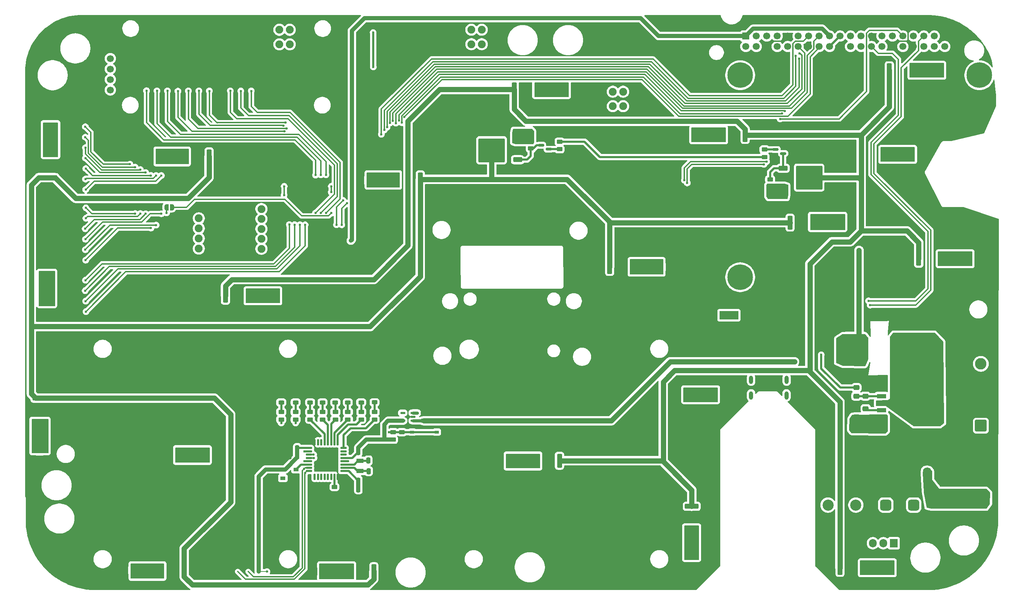
<source format=gbr>
%TF.GenerationSoftware,KiCad,Pcbnew,9.0.2*%
%TF.CreationDate,2025-05-13T16:07:20+08:00*%
%TF.ProjectId,MothBo,4d6f7468-426f-42e6-9b69-6361645f7063,5.0.0*%
%TF.SameCoordinates,Original*%
%TF.FileFunction,Copper,L1,Top*%
%TF.FilePolarity,Positive*%
%FSLAX46Y46*%
G04 Gerber Fmt 4.6, Leading zero omitted, Abs format (unit mm)*
G04 Created by KiCad (PCBNEW 9.0.2) date 2025-05-13 16:07:20*
%MOMM*%
%LPD*%
G01*
G04 APERTURE LIST*
G04 Aperture macros list*
%AMRoundRect*
0 Rectangle with rounded corners*
0 $1 Rounding radius*
0 $2 $3 $4 $5 $6 $7 $8 $9 X,Y pos of 4 corners*
0 Add a 4 corners polygon primitive as box body*
4,1,4,$2,$3,$4,$5,$6,$7,$8,$9,$2,$3,0*
0 Add four circle primitives for the rounded corners*
1,1,$1+$1,$2,$3*
1,1,$1+$1,$4,$5*
1,1,$1+$1,$6,$7*
1,1,$1+$1,$8,$9*
0 Add four rect primitives between the rounded corners*
20,1,$1+$1,$2,$3,$4,$5,0*
20,1,$1+$1,$4,$5,$6,$7,0*
20,1,$1+$1,$6,$7,$8,$9,0*
20,1,$1+$1,$8,$9,$2,$3,0*%
%AMFreePoly0*
4,1,21,3.838536,5.403536,3.840000,5.400000,3.840000,-5.400000,3.838536,-5.403536,3.835000,-5.405000,2.365000,-5.405000,2.361464,-5.403536,2.360000,-5.400000,2.360000,-4.355000,-3.835000,-4.355000,-3.838536,-4.353536,-3.840000,-4.350000,-3.840000,4.350000,-3.838536,4.353536,-3.835000,4.355000,2.360000,4.355000,2.360000,5.400000,2.361464,5.403536,2.365000,5.405000,3.835000,5.405000,
3.838536,5.403536,3.838536,5.403536,$1*%
%AMFreePoly1*
4,1,23,0.500000,-0.750000,0.000000,-0.750000,0.000000,-0.745722,-0.065263,-0.745722,-0.191342,-0.711940,-0.304381,-0.646677,-0.396677,-0.554381,-0.461940,-0.441342,-0.495722,-0.315263,-0.495722,-0.250000,-0.500000,-0.250000,-0.500000,0.250000,-0.495722,0.250000,-0.495722,0.315263,-0.461940,0.441342,-0.396677,0.554381,-0.304381,0.646677,-0.191342,0.711940,-0.065263,0.745722,0.000000,0.745722,
0.000000,0.750000,0.500000,0.750000,0.500000,-0.750000,0.500000,-0.750000,$1*%
%AMFreePoly2*
4,1,23,0.000000,0.745722,0.065263,0.745722,0.191342,0.711940,0.304381,0.646677,0.396677,0.554381,0.461940,0.441342,0.495722,0.315263,0.495722,0.250000,0.500000,0.250000,0.500000,-0.250000,0.495722,-0.250000,0.495722,-0.315263,0.461940,-0.441342,0.396677,-0.554381,0.304381,-0.646677,0.191342,-0.711940,0.065263,-0.745722,0.000000,-0.745722,0.000000,-0.750000,-0.500000,-0.750000,
-0.500000,0.750000,0.000000,0.750000,0.000000,0.745722,0.000000,0.745722,$1*%
G04 Aperture macros list end*
%TA.AperFunction,Conductor*%
%ADD10C,0.200000*%
%TD*%
%TA.AperFunction,SMDPad,CuDef*%
%ADD11RoundRect,0.250000X-0.450000X0.262500X-0.450000X-0.262500X0.450000X-0.262500X0.450000X0.262500X0*%
%TD*%
%TA.AperFunction,SMDPad,CuDef*%
%ADD12RoundRect,0.250000X0.450000X-0.262500X0.450000X0.262500X-0.450000X0.262500X-0.450000X-0.262500X0*%
%TD*%
%TA.AperFunction,SMDPad,CuDef*%
%ADD13RoundRect,0.250000X0.475000X-0.337500X0.475000X0.337500X-0.475000X0.337500X-0.475000X-0.337500X0*%
%TD*%
%TA.AperFunction,SMDPad,CuDef*%
%ADD14RoundRect,0.250000X-0.362500X-1.425000X0.362500X-1.425000X0.362500X1.425000X-0.362500X1.425000X0*%
%TD*%
%TA.AperFunction,SMDPad,CuDef*%
%ADD15RoundRect,0.250000X0.250000X0.475000X-0.250000X0.475000X-0.250000X-0.475000X0.250000X-0.475000X0*%
%TD*%
%TA.AperFunction,SMDPad,CuDef*%
%ADD16R,2.300000X1.070000*%
%TD*%
%TA.AperFunction,SMDPad,CuDef*%
%ADD17FreePoly0,0.000000*%
%TD*%
%TA.AperFunction,SMDPad,CuDef*%
%ADD18RoundRect,0.250000X-1.425000X0.362500X-1.425000X-0.362500X1.425000X-0.362500X1.425000X0.362500X0*%
%TD*%
%TA.AperFunction,SMDPad,CuDef*%
%ADD19RoundRect,0.125000X0.625000X0.125000X-0.625000X0.125000X-0.625000X-0.125000X0.625000X-0.125000X0*%
%TD*%
%TA.AperFunction,SMDPad,CuDef*%
%ADD20RoundRect,0.125000X0.125000X0.625000X-0.125000X0.625000X-0.125000X-0.625000X0.125000X-0.625000X0*%
%TD*%
%TA.AperFunction,SMDPad,CuDef*%
%ADD21RoundRect,0.250000X1.425000X-0.362500X1.425000X0.362500X-1.425000X0.362500X-1.425000X-0.362500X0*%
%TD*%
%TA.AperFunction,SMDPad,CuDef*%
%ADD22RoundRect,0.165000X0.385000X0.885000X-0.385000X0.885000X-0.385000X-0.885000X0.385000X-0.885000X0*%
%TD*%
%TA.AperFunction,SMDPad,CuDef*%
%ADD23RoundRect,0.315000X0.735000X0.735000X-0.735000X0.735000X-0.735000X-0.735000X0.735000X-0.735000X0*%
%TD*%
%TA.AperFunction,SMDPad,CuDef*%
%ADD24RoundRect,0.243750X-0.456250X0.243750X-0.456250X-0.243750X0.456250X-0.243750X0.456250X0.243750X0*%
%TD*%
%TA.AperFunction,SMDPad,CuDef*%
%ADD25RoundRect,0.250000X-0.475000X0.250000X-0.475000X-0.250000X0.475000X-0.250000X0.475000X0.250000X0*%
%TD*%
%TA.AperFunction,SMDPad,CuDef*%
%ADD26R,3.600000X2.000000*%
%TD*%
%TA.AperFunction,SMDPad,CuDef*%
%ADD27RoundRect,0.165000X-0.385000X-0.885000X0.385000X-0.885000X0.385000X0.885000X-0.385000X0.885000X0*%
%TD*%
%TA.AperFunction,SMDPad,CuDef*%
%ADD28RoundRect,0.315000X-0.735000X-0.735000X0.735000X-0.735000X0.735000X0.735000X-0.735000X0.735000X0*%
%TD*%
%TA.AperFunction,SMDPad,CuDef*%
%ADD29RoundRect,0.250000X0.362500X1.425000X-0.362500X1.425000X-0.362500X-1.425000X0.362500X-1.425000X0*%
%TD*%
%TA.AperFunction,SMDPad,CuDef*%
%ADD30R,1.300000X0.900000*%
%TD*%
%TA.AperFunction,SMDPad,CuDef*%
%ADD31RoundRect,0.165000X0.885000X-0.385000X0.885000X0.385000X-0.885000X0.385000X-0.885000X-0.385000X0*%
%TD*%
%TA.AperFunction,SMDPad,CuDef*%
%ADD32RoundRect,0.315000X0.735000X-0.735000X0.735000X0.735000X-0.735000X0.735000X-0.735000X-0.735000X0*%
%TD*%
%TA.AperFunction,SMDPad,CuDef*%
%ADD33RoundRect,0.249997X2.950003X2.650003X-2.950003X2.650003X-2.950003X-2.650003X2.950003X-2.650003X0*%
%TD*%
%TA.AperFunction,SMDPad,CuDef*%
%ADD34RoundRect,0.250000X0.850000X0.350000X-0.850000X0.350000X-0.850000X-0.350000X0.850000X-0.350000X0*%
%TD*%
%TA.AperFunction,SMDPad,CuDef*%
%ADD35RoundRect,0.165000X-0.885000X0.385000X-0.885000X-0.385000X0.885000X-0.385000X0.885000X0.385000X0*%
%TD*%
%TA.AperFunction,SMDPad,CuDef*%
%ADD36RoundRect,0.315000X-0.735000X0.735000X-0.735000X-0.735000X0.735000X-0.735000X0.735000X0.735000X0*%
%TD*%
%TA.AperFunction,SMDPad,CuDef*%
%ADD37R,1.000000X0.750000*%
%TD*%
%TA.AperFunction,SMDPad,CuDef*%
%ADD38RoundRect,0.147500X0.457500X0.147500X-0.457500X0.147500X-0.457500X-0.147500X0.457500X-0.147500X0*%
%TD*%
%TA.AperFunction,ComponentPad*%
%ADD39C,1.905000*%
%TD*%
%TA.AperFunction,SMDPad,CuDef*%
%ADD40RoundRect,0.250000X-0.250000X-0.475000X0.250000X-0.475000X0.250000X0.475000X-0.250000X0.475000X0*%
%TD*%
%TA.AperFunction,SMDPad,CuDef*%
%ADD41RoundRect,0.250000X-0.900000X1.000000X-0.900000X-1.000000X0.900000X-1.000000X0.900000X1.000000X0*%
%TD*%
%TA.AperFunction,SMDPad,CuDef*%
%ADD42RoundRect,0.150000X-0.587500X-0.150000X0.587500X-0.150000X0.587500X0.150000X-0.587500X0.150000X0*%
%TD*%
%TA.AperFunction,SMDPad,CuDef*%
%ADD43RoundRect,0.250000X1.750000X2.500000X-1.750000X2.500000X-1.750000X-2.500000X1.750000X-2.500000X0*%
%TD*%
%TA.AperFunction,SMDPad,CuDef*%
%ADD44R,1.800000X1.000000*%
%TD*%
%TA.AperFunction,SMDPad,CuDef*%
%ADD45RoundRect,0.250000X-0.475000X0.337500X-0.475000X-0.337500X0.475000X-0.337500X0.475000X0.337500X0*%
%TD*%
%TA.AperFunction,SMDPad,CuDef*%
%ADD46RoundRect,0.150000X0.587500X0.150000X-0.587500X0.150000X-0.587500X-0.150000X0.587500X-0.150000X0*%
%TD*%
%TA.AperFunction,SMDPad,CuDef*%
%ADD47FreePoly1,180.000000*%
%TD*%
%TA.AperFunction,SMDPad,CuDef*%
%ADD48FreePoly2,180.000000*%
%TD*%
%TA.AperFunction,SMDPad,CuDef*%
%ADD49RoundRect,0.249997X-2.950003X-2.650003X2.950003X-2.650003X2.950003X2.650003X-2.950003X2.650003X0*%
%TD*%
%TA.AperFunction,SMDPad,CuDef*%
%ADD50RoundRect,0.250000X-0.850000X-0.350000X0.850000X-0.350000X0.850000X0.350000X-0.850000X0.350000X0*%
%TD*%
%TA.AperFunction,ComponentPad*%
%ADD51R,1.700000X1.700000*%
%TD*%
%TA.AperFunction,ComponentPad*%
%ADD52C,1.700000*%
%TD*%
%TA.AperFunction,ComponentPad*%
%ADD53RoundRect,0.250001X1.149999X-1.149999X1.149999X1.149999X-1.149999X1.149999X-1.149999X-1.149999X0*%
%TD*%
%TA.AperFunction,ComponentPad*%
%ADD54C,2.800000*%
%TD*%
%TA.AperFunction,ComponentPad*%
%ADD55C,6.200000*%
%TD*%
%TA.AperFunction,ComponentPad*%
%ADD56R,4.600000X2.000000*%
%TD*%
%TA.AperFunction,ComponentPad*%
%ADD57O,4.200000X2.000000*%
%TD*%
%TA.AperFunction,ComponentPad*%
%ADD58O,2.000000X4.200000*%
%TD*%
%TA.AperFunction,ComponentPad*%
%ADD59RoundRect,0.675000X0.675000X0.675000X-0.675000X0.675000X-0.675000X-0.675000X0.675000X-0.675000X0*%
%TD*%
%TA.AperFunction,ComponentPad*%
%ADD60C,2.700000*%
%TD*%
%TA.AperFunction,ComponentPad*%
%ADD61R,1.905000X2.000000*%
%TD*%
%TA.AperFunction,ComponentPad*%
%ADD62O,1.905000X2.000000*%
%TD*%
%TA.AperFunction,ComponentPad*%
%ADD63O,1.000000X2.000000*%
%TD*%
%TA.AperFunction,ComponentPad*%
%ADD64RoundRect,0.250000X-1.000000X1.000000X-1.000000X-1.000000X1.000000X-1.000000X1.000000X1.000000X0*%
%TD*%
%TA.AperFunction,ComponentPad*%
%ADD65C,2.500000*%
%TD*%
%TA.AperFunction,ViaPad*%
%ADD66C,0.600000*%
%TD*%
%TA.AperFunction,Conductor*%
%ADD67C,0.304800*%
%TD*%
%TA.AperFunction,Conductor*%
%ADD68C,1.270000*%
%TD*%
%TA.AperFunction,Conductor*%
%ADD69C,0.500000*%
%TD*%
%TA.AperFunction,Conductor*%
%ADD70C,0.800000*%
%TD*%
%TA.AperFunction,Conductor*%
%ADD71C,1.000000*%
%TD*%
%TA.AperFunction,Conductor*%
%ADD72C,0.203200*%
%TD*%
G04 APERTURE END LIST*
%TO.N,Net-(D6-A)*%
D10*
X57510479Y-196765671D02*
X65489520Y-196765671D01*
X65489520Y-200265671D01*
X57510479Y-200265671D01*
X57510479Y-196765671D01*
%TA.AperFunction,Conductor*%
G36*
X57510479Y-196765671D02*
G01*
X65489520Y-196765671D01*
X65489520Y-200265671D01*
X57510479Y-200265671D01*
X57510479Y-196765671D01*
G37*
%TD.AperFunction*%
%TO.N,Net-(D4-A)*%
X35250001Y-125805671D02*
X39000001Y-125805671D01*
X39000001Y-134155671D01*
X35250001Y-134155671D01*
X35250001Y-125805671D01*
%TA.AperFunction,Conductor*%
G36*
X35250001Y-125805671D02*
G01*
X39000001Y-125805671D01*
X39000001Y-134155671D01*
X35250001Y-134155671D01*
X35250001Y-125805671D01*
G37*
%TD.AperFunction*%
%TO.N,Net-(D19-A)*%
X191780000Y-187565670D02*
X195150000Y-187565670D01*
X195150000Y-195725670D01*
X191780000Y-195725670D01*
X191780000Y-187565670D01*
%TA.AperFunction,Conductor*%
G36*
X191780000Y-187565670D02*
G01*
X195150000Y-187565670D01*
X195150000Y-195725670D01*
X191780000Y-195725670D01*
X191780000Y-187565670D01*
G37*
%TD.AperFunction*%
%TO.N,Net-(D18-A)*%
X253279998Y-121095671D02*
X261439998Y-121095671D01*
X261439998Y-124465671D01*
X253279998Y-124465671D01*
X253279998Y-121095671D01*
%TA.AperFunction,Conductor*%
G36*
X253279998Y-121095671D02*
G01*
X261439998Y-121095671D01*
X261439998Y-124465671D01*
X253279998Y-124465671D01*
X253279998Y-121095671D01*
G37*
%TD.AperFunction*%
%TO.N,Net-(D20-A)*%
X193502501Y-91025670D02*
X201662501Y-91025670D01*
X201662501Y-94395670D01*
X193502501Y-94395670D01*
X193502501Y-91025670D01*
%TA.AperFunction,Conductor*%
G36*
X193502501Y-91025670D02*
G01*
X201662501Y-91025670D01*
X201662501Y-94395670D01*
X193502501Y-94395670D01*
X193502501Y-91025670D01*
G37*
%TD.AperFunction*%
%TO.N,Net-(D13-A)*%
X155420000Y-80080671D02*
X163580000Y-80080671D01*
X163580000Y-83450671D01*
X155420000Y-83450671D01*
X155420000Y-80080671D01*
%TA.AperFunction,Conductor*%
G36*
X155420000Y-80080671D02*
G01*
X163580000Y-80080671D01*
X163580000Y-83450671D01*
X155420000Y-83450671D01*
X155420000Y-80080671D01*
G37*
%TD.AperFunction*%
%TO.N,Net-(D17-A)*%
X85420000Y-130080671D02*
X93580000Y-130080671D01*
X93580000Y-133450671D01*
X85420000Y-133450671D01*
X85420000Y-130080671D01*
%TA.AperFunction,Conductor*%
G36*
X85420000Y-130080671D02*
G01*
X93580000Y-130080671D01*
X93580000Y-133450671D01*
X85420000Y-133450671D01*
X85420000Y-130080671D01*
G37*
%TD.AperFunction*%
%TO.N,Net-(D3-A)*%
X178537501Y-122965671D02*
X186537500Y-122965671D01*
X186537500Y-126515671D01*
X178537501Y-126515671D01*
X178537501Y-122965671D01*
%TA.AperFunction,Conductor*%
G36*
X178537501Y-122965671D02*
G01*
X186537500Y-122965671D01*
X186537500Y-126515671D01*
X178537501Y-126515671D01*
X178537501Y-122965671D01*
G37*
%TD.AperFunction*%
%TO.N,Net-(D11-A)*%
X239360163Y-95787548D02*
X247520163Y-95787548D01*
X247520163Y-99157548D01*
X239360163Y-99157548D01*
X239360163Y-95787548D01*
%TA.AperFunction,Conductor*%
G36*
X239360163Y-95787548D02*
G01*
X247520163Y-95787548D01*
X247520163Y-99157548D01*
X239360163Y-99157548D01*
X239360163Y-95787548D01*
G37*
%TD.AperFunction*%
%TO.N,Net-(D15-A)*%
X246420000Y-75395671D02*
X254580000Y-75395671D01*
X254580000Y-78765671D01*
X246420000Y-78765671D01*
X246420000Y-75395671D01*
%TA.AperFunction,Conductor*%
G36*
X246420000Y-75395671D02*
G01*
X254580000Y-75395671D01*
X254580000Y-78765671D01*
X246420000Y-78765671D01*
X246420000Y-75395671D01*
G37*
%TD.AperFunction*%
%TO.N,Net-(D10-A)*%
X222300000Y-112015671D02*
X230600000Y-112015671D01*
X230600000Y-115715672D01*
X222300000Y-115715672D01*
X222300000Y-112015671D01*
%TA.AperFunction,Conductor*%
G36*
X222300000Y-112015671D02*
G01*
X230600000Y-112015671D01*
X230600000Y-115715672D01*
X222300000Y-115715672D01*
X222300000Y-112015671D01*
G37*
%TD.AperFunction*%
%TO.N,Net-(D8-A)*%
X63563210Y-96165672D02*
X71436791Y-96165672D01*
X71436791Y-99765671D01*
X63563210Y-99765671D01*
X63563210Y-96165672D01*
%TA.AperFunction,Conductor*%
G36*
X63563210Y-96165672D02*
G01*
X71436791Y-96165672D01*
X71436791Y-99765671D01*
X63563210Y-99765671D01*
X63563210Y-96165672D01*
G37*
%TD.AperFunction*%
%TO.N,Net-(D9-A)*%
X68312502Y-168615672D02*
X76512502Y-168615672D01*
X76512502Y-172165672D01*
X68312502Y-172165672D01*
X68312502Y-168615672D01*
%TA.AperFunction,Conductor*%
G36*
X68312502Y-168615672D02*
G01*
X76512502Y-168615672D01*
X76512502Y-172165672D01*
X68312502Y-172165672D01*
X68312502Y-168615672D01*
G37*
%TD.AperFunction*%
%TO.N,Net-(D2-A)*%
X33500000Y-161690671D02*
X37400000Y-161690671D01*
X37400000Y-169840671D01*
X33500000Y-169840671D01*
X33500000Y-161690671D01*
%TA.AperFunction,Conductor*%
G36*
X33500000Y-161690671D02*
G01*
X37400000Y-161690671D01*
X37400000Y-169840671D01*
X33500000Y-169840671D01*
X33500000Y-161690671D01*
G37*
%TD.AperFunction*%
%TO.N,Net-(D16-A)*%
X191557501Y-154085671D02*
X199717501Y-154085671D01*
X199717501Y-157455671D01*
X191557501Y-157455671D01*
X191557501Y-154085671D01*
%TA.AperFunction,Conductor*%
G36*
X191557501Y-154085671D02*
G01*
X199717501Y-154085671D01*
X199717501Y-157455671D01*
X191557501Y-157455671D01*
X191557501Y-154085671D01*
G37*
%TD.AperFunction*%
%TO.N,Net-(D14-A)*%
X148482501Y-170145671D02*
X156642501Y-170145671D01*
X156642501Y-173515671D01*
X148482501Y-173515671D01*
X148482501Y-170145671D01*
%TA.AperFunction,Conductor*%
G36*
X148482501Y-170145671D02*
G01*
X156642501Y-170145671D01*
X156642501Y-173515671D01*
X148482501Y-173515671D01*
X148482501Y-170145671D01*
G37*
%TD.AperFunction*%
%TO.N,Net-(D5-A)*%
X103250000Y-196765671D02*
X111500000Y-196765671D01*
X111500000Y-200365672D01*
X103250000Y-200365672D01*
X103250000Y-196765671D01*
%TA.AperFunction,Conductor*%
G36*
X103250000Y-196765671D02*
G01*
X111500000Y-196765671D01*
X111500000Y-200365672D01*
X103250000Y-200365672D01*
X103250000Y-196765671D01*
G37*
%TD.AperFunction*%
%TO.N,Net-(D1-A)*%
X36250002Y-89805671D02*
X39750001Y-89805671D01*
X39750001Y-98005671D01*
X36250002Y-98005671D01*
X36250002Y-89805671D01*
%TA.AperFunction,Conductor*%
G36*
X36250002Y-89805671D02*
G01*
X39750001Y-89805671D01*
X39750001Y-98005671D01*
X36250002Y-98005671D01*
X36250002Y-89805671D01*
G37*
%TD.AperFunction*%
%TO.N,Net-(D7-A)*%
X114762498Y-101915672D02*
X122612498Y-101915672D01*
X122612498Y-105415672D01*
X114762498Y-105415672D01*
X114762498Y-101915672D01*
%TA.AperFunction,Conductor*%
G36*
X114762498Y-101915672D02*
G01*
X122612498Y-101915672D01*
X122612498Y-105415672D01*
X114762498Y-105415672D01*
X114762498Y-101915672D01*
G37*
%TD.AperFunction*%
%TO.N,Net-(D12-A)*%
X234400000Y-196040671D02*
X242560000Y-196040671D01*
X242560000Y-199410671D01*
X234400000Y-199410671D01*
X234400000Y-196040671D01*
%TA.AperFunction,Conductor*%
G36*
X234400000Y-196040671D02*
G01*
X242560000Y-196040671D01*
X242560000Y-199410671D01*
X234400000Y-199410671D01*
X234400000Y-196040671D01*
G37*
%TD.AperFunction*%
%TD*%
D11*
%TO.P,R52,1*%
%TO.N,Net-(Q5-G)*%
X212490000Y-103563171D03*
%TO.P,R52,2*%
%TO.N,+12V*%
X212490000Y-105388171D03*
%TD*%
D12*
%TO.P,R12,1*%
%TO.N,/RPI5+MCU/PA4*%
X110108571Y-161758171D03*
%TO.P,R12,2*%
%TO.N,Net-(D25-A)*%
X110108571Y-159933171D03*
%TD*%
D13*
%TO.P,C3,1*%
%TO.N,/Power/PWR_IN*%
X235670000Y-161213171D03*
%TO.P,C3,2*%
%TO.N,Net-(U1-VC)*%
X235670000Y-159138171D03*
%TD*%
D14*
%TO.P,R64,1*%
%TO.N,/Photo LED's/+12V_L_LED*%
X217337497Y-114015672D03*
%TO.P,R64,2*%
%TO.N,Net-(D10-A)*%
X223262501Y-114015670D03*
%TD*%
D15*
%TO.P,C16,1*%
%TO.N,GND*%
X114500000Y-169650671D03*
%TO.P,C16,2*%
%TO.N,+3.3V*%
X112600000Y-169650671D03*
%TD*%
D16*
%TO.P,U1,1,GND*%
%TO.N,GND*%
X239500000Y-154411342D03*
%TO.P,U1,2,FB*%
%TO.N,/Power/FB*%
X239500000Y-156111342D03*
%TO.P,U1,3,SW*%
%TO.N,Net-(E4-PadC)*%
X239500000Y-157811342D03*
D17*
%TO.P,U1,3.1,SW*%
X249835000Y-157811342D03*
D16*
%TO.P,U1,4,VC*%
%TO.N,Net-(U1-VC)*%
X239500000Y-159511342D03*
%TO.P,U1,5,VIN*%
%TO.N,/Power/PWR_IN*%
X239500000Y-161211342D03*
%TD*%
D18*
%TO.P,R56,1*%
%TO.N,/Photo LED's/+12V_L_LED*%
X35300000Y-156578172D03*
%TO.P,R56,2*%
%TO.N,Net-(D2-A)*%
X35300000Y-162503170D03*
%TD*%
D12*
%TO.P,R8,1*%
%TO.N,/RPI5+MCU/PA11*%
X93950000Y-161758171D03*
%TO.P,R8,2*%
%TO.N,Net-(D22-A)*%
X93950000Y-159933171D03*
%TD*%
D19*
%TO.P,U5,1,VDD*%
%TO.N,+3.3V*%
X109025000Y-174285671D03*
%TO.P,U5,2,PC14*%
%TO.N,/RPI5+MCU/OSC_IN*%
X109025000Y-173485671D03*
%TO.P,U5,3,PC15*%
%TO.N,/RPI5+MCU/OSC_OUT*%
X109025000Y-172685671D03*
%TO.P,U5,4,NRST*%
%TO.N,/RPI5+MCU/NRST*%
X109025000Y-171885671D03*
%TO.P,U5,5,VDDA*%
%TO.N,+3.3V*%
X109025000Y-171085671D03*
%TO.P,U5,6,PA0*%
%TO.N,unconnected-(U5-PA0-Pad6)*%
X109025000Y-170285671D03*
%TO.P,U5,7,PA1*%
%TO.N,unconnected-(U5-PA1-Pad7)*%
X109025000Y-169485671D03*
%TO.P,U5,8,PA2*%
%TO.N,/RPI5+MCU/PA2*%
X109025000Y-168685671D03*
D20*
%TO.P,U5,9,PA3*%
%TO.N,/RPI5+MCU/PA3*%
X107650000Y-167310671D03*
%TO.P,U5,10,PA4*%
%TO.N,/RPI5+MCU/PA4*%
X106850000Y-167310671D03*
%TO.P,U5,11,PA5*%
%TO.N,/RPI5+MCU/PA5*%
X106050000Y-167310671D03*
%TO.P,U5,12,PA6*%
%TO.N,/RPI5+MCU/PA6*%
X105250000Y-167310671D03*
%TO.P,U5,13,PA7*%
%TO.N,/RPI5+MCU/PA7*%
X104450000Y-167310671D03*
%TO.P,U5,14,PB0*%
%TO.N,unconnected-(U5-PB0-Pad14)*%
X103650000Y-167310671D03*
%TO.P,U5,15,PB1*%
%TO.N,unconnected-(U5-PB1-Pad15)*%
X102850000Y-167310671D03*
%TO.P,U5,16,VSS*%
%TO.N,GND*%
X102050000Y-167310671D03*
D19*
%TO.P,U5,17,VDD*%
%TO.N,+3.3V*%
X100675000Y-168685671D03*
%TO.P,U5,18,PA8*%
%TO.N,/RPI5+MCU/PA8*%
X100675000Y-169485671D03*
%TO.P,U5,19,PA9*%
%TO.N,/RPI5+MCU/STM_RX*%
X100675000Y-170285671D03*
%TO.P,U5,20,PA10*%
%TO.N,/RPI5+MCU/STM_TX*%
X100675000Y-171085671D03*
%TO.P,U5,21,PA11*%
%TO.N,/RPI5+MCU/PA11*%
X100675000Y-171885671D03*
%TO.P,U5,22,PA12*%
%TO.N,/RPI5+MCU/PA12*%
X100675000Y-172685671D03*
%TO.P,U5,23,PA13*%
%TO.N,/RPI5+MCU/SWDIO*%
X100675000Y-173485671D03*
%TO.P,U5,24,PA14*%
%TO.N,/RPI5+MCU/SWDCLK*%
X100675000Y-174285671D03*
D20*
%TO.P,U5,25,PA15*%
%TO.N,unconnected-(U5-PA15-Pad25)*%
X102050000Y-175660671D03*
%TO.P,U5,26,PB3*%
%TO.N,unconnected-(U5-PB3-Pad26)*%
X102850000Y-175660671D03*
%TO.P,U5,27,PB4*%
%TO.N,unconnected-(U5-PB4-Pad27)*%
X103650000Y-175660671D03*
%TO.P,U5,28,PB5*%
%TO.N,unconnected-(U5-PB5-Pad28)*%
X104450000Y-175660671D03*
%TO.P,U5,29,PB6*%
%TO.N,unconnected-(U5-PB6-Pad29)*%
X105250000Y-175660671D03*
%TO.P,U5,30,PB7*%
%TO.N,unconnected-(U5-PB7-Pad30)*%
X106050000Y-175660671D03*
%TO.P,U5,31,BOOT0*%
%TO.N,/RPI5+MCU/BOOT0*%
X106850000Y-175660671D03*
%TO.P,U5,32,VSS*%
%TO.N,GND*%
X107650000Y-175660671D03*
%TD*%
D14*
%TO.P,R67,1*%
%TO.N,/Photo LED's/+12V_R_LED*%
X150444997Y-81720671D03*
%TO.P,R67,2*%
%TO.N,Net-(D13-A)*%
X156369999Y-81720671D03*
%TD*%
D21*
%TO.P,R55,1*%
%TO.N,/Photo LED's/+12V_L_LED*%
X37950001Y-103118171D03*
%TO.P,R55,2*%
%TO.N,Net-(D1-A)*%
X37950001Y-97193171D03*
%TD*%
D14*
%TO.P,R65,1*%
%TO.N,/Photo LED's/+12V_R_LED*%
X234575164Y-97442548D03*
%TO.P,R65,2*%
%TO.N,Net-(D11-A)*%
X240500164Y-97442548D03*
%TD*%
D22*
%TO.P,D18,1,K*%
%TO.N,GND*%
X262649999Y-122765671D03*
D23*
%TO.P,D18,2,A*%
%TO.N,Net-(D18-A)*%
X260500000Y-122765671D03*
%TD*%
D24*
%TO.P,D21,1,K*%
%TO.N,GND*%
X97432857Y-155750671D03*
%TO.P,D21,2,A*%
%TO.N,Net-(D21-A)*%
X97432857Y-157625671D03*
%TD*%
D22*
%TO.P,D3,1,K*%
%TO.N,GND*%
X187777500Y-124765671D03*
D23*
%TO.P,D3,2,A*%
%TO.N,Net-(D3-A)*%
X185627500Y-124765671D03*
%TD*%
D22*
%TO.P,D17,1,K*%
%TO.N,GND*%
X94719999Y-131736097D03*
D23*
%TO.P,D17,2,A*%
%TO.N,Net-(D17-A)*%
X92569999Y-131736097D03*
%TD*%
D25*
%TO.P,C6,1*%
%TO.N,GND*%
X128500000Y-160175671D03*
%TO.P,C6,2*%
%TO.N,+5V*%
X128500000Y-162075671D03*
%TD*%
D26*
%TO.P,E4,A*%
%TO.N,GND*%
X251980000Y-137593171D03*
%TO.P,E4,C*%
%TO.N,Net-(E4-PadC)*%
X251980000Y-144393171D03*
%TD*%
D27*
%TO.P,D20,1,K*%
%TO.N,GND*%
X192312501Y-92765670D03*
D28*
%TO.P,D20,2,A*%
%TO.N,Net-(D20-A)*%
X194462501Y-92765671D03*
%TD*%
D12*
%TO.P,R14,1*%
%TO.N,/RPI5+MCU/PA6*%
X103950953Y-161758171D03*
%TO.P,R14,2*%
%TO.N,Net-(D27-A)*%
X103950953Y-159933171D03*
%TD*%
D29*
%TO.P,R59,1*%
%TO.N,/Photo LED's/+12V_L_LED*%
X116412500Y-198565670D03*
%TO.P,R59,2*%
%TO.N,Net-(D5-A)*%
X110487502Y-198565672D03*
%TD*%
D30*
%TO.P,D33,1,GND*%
%TO.N,GND*%
X97532500Y-176005671D03*
%TO.P,D33,2,DIN*%
%TO.N,/RPI5+MCU/PA12*%
X97532500Y-173865671D03*
%TO.P,D33,3,VDD*%
%TO.N,+3.3V*%
X94352500Y-173865671D03*
%TO.P,D33,4,DOUT*%
%TO.N,unconnected-(D33-DOUT-Pad4)*%
X94352500Y-176005671D03*
%TD*%
D13*
%TO.P,R5,1*%
%TO.N,/Power/FB*%
X235590000Y-156093171D03*
%TO.P,R5,2*%
%TO.N,GND*%
X235590000Y-154018171D03*
%TD*%
D29*
%TO.P,R74,1*%
%TO.N,/Photo LED's/+12V_R_LED*%
X206425000Y-92765669D03*
%TO.P,R74,2*%
%TO.N,Net-(D20-A)*%
X200500000Y-92765671D03*
%TD*%
D27*
%TO.P,D8,1,K*%
%TO.N,GND*%
X62396793Y-97565671D03*
D28*
%TO.P,D8,2,A*%
%TO.N,Net-(D8-A)*%
X64546791Y-97565673D03*
%TD*%
D15*
%TO.P,C15,1*%
%TO.N,GND*%
X114550000Y-176610671D03*
%TO.P,C15,2*%
%TO.N,+3.3V*%
X112650000Y-176610671D03*
%TD*%
D31*
%TO.P,D19,1,K*%
%TO.N,GND*%
X193372006Y-196915670D03*
D32*
%TO.P,D19,2,A*%
%TO.N,Net-(D19-A)*%
X193372006Y-194765671D03*
%TD*%
D12*
%TO.P,R51,1*%
%TO.N,Net-(Q4-G)*%
X154470000Y-96040671D03*
%TO.P,R51,2*%
%TO.N,+12V*%
X154470000Y-94215671D03*
%TD*%
D27*
%TO.P,D5,1,K*%
%TO.N,GND*%
X102160003Y-198665671D03*
D28*
%TO.P,D5,2,A*%
%TO.N,Net-(D5-A)*%
X104310000Y-198665671D03*
%TD*%
D22*
%TO.P,D13,1,K*%
%TO.N,GND*%
X164710000Y-81720671D03*
D23*
%TO.P,D13,2,A*%
%TO.N,Net-(D13-A)*%
X162560000Y-81720674D03*
%TD*%
D24*
%TO.P,D23,1,K*%
%TO.N,GND*%
X116572857Y-155730671D03*
%TO.P,D23,2,A*%
%TO.N,Net-(D23-A)*%
X116572857Y-157605671D03*
%TD*%
D29*
%TO.P,R63,1*%
%TO.N,/Photo LED's/+12V_L_LED*%
X81675000Y-170415670D03*
%TO.P,R63,2*%
%TO.N,Net-(D9-A)*%
X75750002Y-170415674D03*
%TD*%
D11*
%TO.P,R54,1*%
%TO.N,Net-(Q7-B)*%
X211130000Y-96290671D03*
%TO.P,R54,2*%
%TO.N,L_LED_CTRL*%
X211130000Y-98115671D03*
%TD*%
D22*
%TO.P,D15,1,K*%
%TO.N,GND*%
X255719999Y-77075671D03*
D23*
%TO.P,D15,2,A*%
%TO.N,Net-(D15-A)*%
X253570000Y-77075671D03*
%TD*%
D13*
%TO.P,C2,1*%
%TO.N,/Power/PWR_IN*%
X233470000Y-161163171D03*
%TO.P,C2,2*%
%TO.N,GND*%
X233470000Y-159088171D03*
%TD*%
D12*
%TO.P,R7,1*%
%TO.N,/RPI5+MCU/PA8*%
X97430000Y-161758171D03*
%TO.P,R7,2*%
%TO.N,Net-(D21-A)*%
X97430000Y-159933171D03*
%TD*%
D33*
%TO.P,Q4,1,D*%
%TO.N,/Photo LED's/+12V_L_LED*%
X144960000Y-96483171D03*
D34*
%TO.P,Q4,2,G*%
%TO.N,Net-(Q4-G)*%
X151260000Y-98763171D03*
%TO.P,Q4,3,S*%
%TO.N,+12V*%
X151260000Y-94203171D03*
%TD*%
D29*
%TO.P,R68,1*%
%TO.N,/Photo LED's/+12V_R_LED*%
X161425000Y-171765671D03*
%TO.P,R68,2*%
%TO.N,Net-(D14-A)*%
X155500000Y-171765671D03*
%TD*%
D14*
%TO.P,R70,1*%
%TO.N,/Photo LED's/+12V_R_LED*%
X186575000Y-155765671D03*
%TO.P,R70,2*%
%TO.N,Net-(D16-A)*%
X192500000Y-155765671D03*
%TD*%
D27*
%TO.P,D14,1,K*%
%TO.N,GND*%
X147312500Y-171859733D03*
D28*
%TO.P,D14,2,A*%
%TO.N,Net-(D14-A)*%
X149462499Y-171859733D03*
%TD*%
D11*
%TO.P,R11,1*%
%TO.N,/RPI5+MCU/BOOT0*%
X106850671Y-178113171D03*
%TO.P,R11,2*%
%TO.N,GND*%
X106850671Y-179938171D03*
%TD*%
D35*
%TO.P,D1,1,K*%
%TO.N,GND*%
X38500000Y-88615672D03*
D36*
%TO.P,D1,2,A*%
%TO.N,Net-(D1-A)*%
X38500000Y-90765671D03*
%TD*%
D37*
%TO.P,SW1,A,A*%
%TO.N,/RPI5+MCU/NRST*%
X125680000Y-164820671D03*
%TO.P,SW1,B,B*%
X131680000Y-164820671D03*
%TO.P,SW1,C,C*%
%TO.N,GND*%
X125680000Y-168570671D03*
%TO.P,SW1,D,D*%
X131680000Y-168570671D03*
%TD*%
D12*
%TO.P,R13,1*%
%TO.N,/RPI5+MCU/PA5*%
X107064762Y-161758171D03*
%TO.P,R13,2*%
%TO.N,Net-(D26-A)*%
X107064762Y-159933171D03*
%TD*%
D14*
%TO.P,R69,1*%
%TO.N,/Photo LED's/+12V_R_LED*%
X241417499Y-77075671D03*
%TO.P,R69,2*%
%TO.N,Net-(D15-A)*%
X247342499Y-77075671D03*
%TD*%
D38*
%TO.P,U6,1,IN*%
%TO.N,+5V*%
X125915000Y-162075671D03*
%TO.P,U6,2,GND*%
%TO.N,GND*%
X125915000Y-161125671D03*
%TO.P,U6,3,EN*%
%TO.N,+5V*%
X125915000Y-160175671D03*
%TO.P,U6,4*%
%TO.N,N/C*%
X123405000Y-160175671D03*
%TO.P,U6,5,OUT*%
%TO.N,+3.3V*%
X123405000Y-162075671D03*
%TD*%
D22*
%TO.P,D11,1,K*%
%TO.N,GND*%
X248725164Y-97442548D03*
D23*
%TO.P,D11,2,A*%
%TO.N,Net-(D11-A)*%
X246575164Y-97442548D03*
%TD*%
D24*
%TO.P,D27,1,K*%
%TO.N,GND*%
X103962857Y-155750671D03*
%TO.P,D27,2,A*%
%TO.N,Net-(D27-A)*%
X103962857Y-157625671D03*
%TD*%
D39*
%TO.P,A1,1,EN*%
%TO.N,unconnected-(A1-EN-Pad1)*%
X140061497Y-70753645D03*
%TO.P,A1,2,EN*%
%TO.N,unconnected-(A1-EN-Pad2)*%
X142561331Y-70753645D03*
%TO.P,A1,3,VCC*%
%TO.N,/UV LED PCB/+12V_PCB2*%
X140061497Y-67235671D03*
%TO.P,A1,4,VCC*%
X142561331Y-67235671D03*
%TO.P,A1,5,GND*%
%TO.N,GND*%
X139928203Y-85258853D03*
%TO.P,A1,6,GND*%
X142416361Y-85256585D03*
%TD*%
D40*
%TO.P,C14,1*%
%TO.N,GND*%
X95920000Y-168720671D03*
%TO.P,C14,2*%
%TO.N,+3.3V*%
X97820000Y-168720671D03*
%TD*%
D27*
%TO.P,D6,1,K*%
%TO.N,GND*%
X56249521Y-198315672D03*
D28*
%TO.P,D6,2,A*%
%TO.N,Net-(D6-A)*%
X58399521Y-198315671D03*
%TD*%
D41*
%TO.P,E2,1,K*%
%TO.N,Net-(E2-K)*%
X252820000Y-181845671D03*
%TO.P,E2,2,A*%
%TO.N,GND*%
X252820000Y-186145671D03*
%TD*%
D14*
%TO.P,R66,1*%
%TO.N,/Photo LED's/+12V_R_LED*%
X229447499Y-197740671D03*
%TO.P,R66,2*%
%TO.N,Net-(D12-A)*%
X235372499Y-197740671D03*
%TD*%
D27*
%TO.P,D9,1,K*%
%TO.N,GND*%
X67172504Y-169765672D03*
D28*
%TO.P,D9,2,A*%
%TO.N,Net-(D9-A)*%
X69322501Y-169765671D03*
%TD*%
D35*
%TO.P,D4,1,K*%
%TO.N,GND*%
X37500000Y-124615672D03*
D36*
%TO.P,D4,2,A*%
%TO.N,Net-(D4-A)*%
X37500000Y-126765671D03*
%TD*%
D29*
%TO.P,R60,1*%
%TO.N,/Photo LED's/+12V_L_LED*%
X70402023Y-198565671D03*
%TO.P,R60,2*%
%TO.N,Net-(D6-A)*%
X64477021Y-198565671D03*
%TD*%
D12*
%TO.P,R9,1*%
%TO.N,/RPI5+MCU/PA2*%
X116592381Y-161758171D03*
%TO.P,R9,2*%
%TO.N,Net-(D23-A)*%
X116592381Y-159933171D03*
%TD*%
D22*
%TO.P,D12,1,K*%
%TO.N,GND*%
X243749999Y-197741982D03*
D23*
%TO.P,D12,2,A*%
%TO.N,Net-(D12-A)*%
X241600000Y-197741981D03*
%TD*%
D40*
%TO.P,C17,1*%
%TO.N,GND*%
X95900000Y-170720671D03*
%TO.P,C17,2*%
%TO.N,+3.3V*%
X97800000Y-170720671D03*
%TD*%
D42*
%TO.P,Q7,1,B*%
%TO.N,Net-(Q7-B)*%
X213792500Y-96293171D03*
%TO.P,Q7,2,E*%
%TO.N,GND*%
X213792500Y-98193171D03*
%TO.P,Q7,3,C*%
%TO.N,Net-(Q5-G)*%
X215667500Y-97243171D03*
%TD*%
D15*
%TO.P,C10,1*%
%TO.N,GND*%
X117030671Y-174295671D03*
%TO.P,C10,2*%
%TO.N,/RPI5+MCU/OSC_IN*%
X115130671Y-174295671D03*
%TD*%
D14*
%TO.P,R72,1*%
%TO.N,/Photo LED's/+12V_R_LED*%
X248537499Y-122765671D03*
%TO.P,R72,2*%
%TO.N,Net-(D18-A)*%
X254462499Y-122765671D03*
%TD*%
D15*
%TO.P,C11,1*%
%TO.N,GND*%
X116990671Y-171715671D03*
%TO.P,C11,2*%
%TO.N,/RPI5+MCU/OSC_OUT*%
X115090671Y-171715671D03*
%TD*%
D31*
%TO.P,D2,1,K*%
%TO.N,GND*%
X35350002Y-171080670D03*
D32*
%TO.P,D2,2,A*%
%TO.N,Net-(D2-A)*%
X35350001Y-168930670D03*
%TD*%
D18*
%TO.P,R73,1*%
%TO.N,/Photo LED's/+12V_R_LED*%
X193500000Y-182803171D03*
%TO.P,R73,2*%
%TO.N,Net-(D19-A)*%
X193500000Y-188728171D03*
%TD*%
D43*
%TO.P,L1,1*%
%TO.N,Net-(E4-PadC)*%
X244550000Y-144423171D03*
%TO.P,L1,2*%
%TO.N,+5V*%
X234050000Y-144423171D03*
%TD*%
D22*
%TO.P,D16,1,K*%
%TO.N,GND*%
X200877500Y-155765671D03*
D23*
%TO.P,D16,2,A*%
%TO.N,Net-(D16-A)*%
X198727501Y-155765671D03*
%TD*%
D12*
%TO.P,R53,1*%
%TO.N,Net-(Q6-B)*%
X161450000Y-96210671D03*
%TO.P,R53,2*%
%TO.N,L_LED_CTRL*%
X161450000Y-94385671D03*
%TD*%
D44*
%TO.P,Y1,1,1*%
%TO.N,/RPI5+MCU/OSC_OUT*%
X113020671Y-171785671D03*
%TO.P,Y1,2,2*%
%TO.N,/RPI5+MCU/OSC_IN*%
X113020671Y-174285671D03*
%TD*%
D27*
%TO.P,D7,1,K*%
%TO.N,GND*%
X113472498Y-103765671D03*
D28*
%TO.P,D7,2,A*%
%TO.N,Net-(D7-A)*%
X115622498Y-103765671D03*
%TD*%
D24*
%TO.P,D22,1,K*%
%TO.N,GND*%
X93942857Y-155760671D03*
%TO.P,D22,2,A*%
%TO.N,Net-(D22-A)*%
X93942857Y-157635671D03*
%TD*%
D22*
%TO.P,D10,1,K*%
%TO.N,GND*%
X231840001Y-113765671D03*
D23*
%TO.P,D10,2,A*%
%TO.N,Net-(D10-A)*%
X229690000Y-113765672D03*
%TD*%
D45*
%TO.P,R4,1*%
%TO.N,+5V*%
X233430000Y-154028171D03*
%TO.P,R4,2*%
%TO.N,/Power/FB*%
X233430000Y-156103171D03*
%TD*%
D21*
%TO.P,R58,1*%
%TO.N,/Photo LED's/+12V_L_LED*%
X37150001Y-139218171D03*
%TO.P,R58,2*%
%TO.N,Net-(D4-A)*%
X37150001Y-133293171D03*
%TD*%
D15*
%TO.P,C9,1*%
%TO.N,GND*%
X114540000Y-178700671D03*
%TO.P,C9,2*%
%TO.N,+3.3V*%
X112640000Y-178700671D03*
%TD*%
D14*
%TO.P,R57,1*%
%TO.N,/Photo LED's/+12V_L_LED*%
X173575000Y-124765671D03*
%TO.P,R57,2*%
%TO.N,Net-(D3-A)*%
X179500000Y-124765671D03*
%TD*%
D29*
%TO.P,R61,1*%
%TO.N,/Photo LED's/+12V_L_LED*%
X127674999Y-103515672D03*
%TO.P,R61,2*%
%TO.N,Net-(D7-A)*%
X121749999Y-103515672D03*
%TD*%
D46*
%TO.P,Q6,1,B*%
%TO.N,Net-(Q6-B)*%
X158807500Y-96198171D03*
%TO.P,Q6,2,E*%
%TO.N,GND*%
X158807500Y-94298171D03*
%TO.P,Q6,3,C*%
%TO.N,Net-(Q4-G)*%
X156932500Y-95248171D03*
%TD*%
D47*
%TO.P,JP1,1,A*%
%TO.N,EN_MUX1*%
X67440000Y-110295671D03*
D48*
%TO.P,JP1,2,B*%
%TO.N,EN_MUX2*%
X66140000Y-110295671D03*
%TD*%
D39*
%TO.P,A2,1,EN*%
%TO.N,unconnected-(A2-EN-Pad1)*%
X176854864Y-82268611D03*
%TO.P,A2,2,EN*%
%TO.N,unconnected-(A2-EN-Pad2)*%
X174355030Y-82268611D03*
%TO.P,A2,3,VCC*%
%TO.N,/UV LED PCB/+12V_PCB1*%
X176854864Y-85786585D03*
%TO.P,A2,4,VCC*%
X174355030Y-85786585D03*
%TO.P,A2,5,GND*%
%TO.N,GND*%
X176988158Y-67763403D03*
%TO.P,A2,6,GND*%
X174500000Y-67765671D03*
%TD*%
D12*
%TO.P,R10,1*%
%TO.N,/RPI5+MCU/PA3*%
X113360000Y-161758171D03*
%TO.P,R10,2*%
%TO.N,Net-(D24-A)*%
X113360000Y-159933171D03*
%TD*%
D25*
%TO.P,C7,1*%
%TO.N,GND*%
X121050000Y-160185671D03*
%TO.P,C7,2*%
%TO.N,+3.3V*%
X121050000Y-162085671D03*
%TD*%
D24*
%TO.P,D24,1,K*%
%TO.N,GND*%
X113332857Y-155750671D03*
%TO.P,D24,2,A*%
%TO.N,Net-(D24-A)*%
X113332857Y-157625671D03*
%TD*%
D14*
%TO.P,R71,1*%
%TO.N,/Photo LED's/+12V_R_LED*%
X80417499Y-131730671D03*
%TO.P,R71,2*%
%TO.N,Net-(D17-A)*%
X86342499Y-131730671D03*
%TD*%
D24*
%TO.P,D28,1,K*%
%TO.N,GND*%
X100932857Y-155750671D03*
%TO.P,D28,2,A*%
%TO.N,Net-(D28-A)*%
X100932857Y-157625671D03*
%TD*%
D29*
%TO.P,R62,1*%
%TO.N,/Photo LED's/+12V_L_LED*%
X76449292Y-97965669D03*
%TO.P,R62,2*%
%TO.N,Net-(D8-A)*%
X70524292Y-97965673D03*
%TD*%
D12*
%TO.P,R6,1*%
%TO.N,+3.3V*%
X121070000Y-166648171D03*
%TO.P,R6,2*%
%TO.N,/RPI5+MCU/NRST*%
X121070000Y-164823171D03*
%TD*%
D39*
%TO.P,A3,1,EN*%
%TO.N,unconnected-(A3-EN-Pad1)*%
X93500000Y-70765671D03*
%TO.P,A3,2,EN*%
%TO.N,unconnected-(A3-EN-Pad2)*%
X95999834Y-70765671D03*
%TO.P,A3,3,VCC*%
%TO.N,/UV LED PCB/+12V_PCB3*%
X93500000Y-67247697D03*
%TO.P,A3,4,VCC*%
X95999834Y-67247697D03*
%TO.P,A3,5,GND*%
%TO.N,GND*%
X93366706Y-85270879D03*
%TO.P,A3,6,GND*%
X95854864Y-85268611D03*
%TD*%
D12*
%TO.P,R15,1*%
%TO.N,/RPI5+MCU/PA7*%
X100936190Y-161758171D03*
%TO.P,R15,2*%
%TO.N,Net-(D28-A)*%
X100936190Y-159933171D03*
%TD*%
D49*
%TO.P,Q5,1,D*%
%TO.N,/Photo LED's/+12V_R_LED*%
X221960000Y-103108171D03*
D50*
%TO.P,Q5,2,G*%
%TO.N,Net-(Q5-G)*%
X215660000Y-100828171D03*
%TO.P,Q5,3,S*%
%TO.N,+12V*%
X215660000Y-105388171D03*
%TD*%
D25*
%TO.P,C8,1*%
%TO.N,/RPI5+MCU/NRST*%
X123170000Y-164825671D03*
%TO.P,C8,2*%
%TO.N,GND*%
X123170000Y-166725671D03*
%TD*%
D24*
%TO.P,D25,1,K*%
%TO.N,GND*%
X110072857Y-155750671D03*
%TO.P,D25,2,A*%
%TO.N,Net-(D25-A)*%
X110072857Y-157625671D03*
%TD*%
%TO.P,D26,1,K*%
%TO.N,GND*%
X107052857Y-155750671D03*
%TO.P,D26,2,A*%
%TO.N,Net-(D26-A)*%
X107052857Y-157625671D03*
%TD*%
D51*
%TO.P,J5,1,Pin_1*%
%TO.N,GND*%
X52500000Y-84385671D03*
D52*
%TO.P,J5,2,Pin_2*%
%TO.N,/RPI5+MCU/NRST*%
X52500000Y-81845671D03*
%TO.P,J5,3,Pin_3*%
%TO.N,/RPI5+MCU/SWDCLK*%
X52500000Y-79305671D03*
%TO.P,J5,4,Pin_4*%
%TO.N,/RPI5+MCU/SWDIO*%
X52500000Y-76765671D03*
%TO.P,J5,5,Pin_5*%
%TO.N,+3.3V*%
X52500000Y-74225671D03*
%TD*%
D53*
%TO.P,U2,1,Vin+*%
%TO.N,/Power/PWR_IN*%
X263600000Y-163265671D03*
D54*
%TO.P,U2,2,Vin-*%
%TO.N,GND*%
X263600000Y-158265671D03*
%TO.P,U2,3,Vout-*%
X263600000Y-153265671D03*
%TO.P,U2,4,Vout+*%
%TO.N,+12V*%
X263600000Y-148265671D03*
%TD*%
D55*
%TO.P,U4,S1*%
%TO.N,N/C*%
X263237500Y-78263171D03*
%TO.P,U4,S2*%
X205237500Y-78263171D03*
%TO.P,U4,S3*%
X205237500Y-127263171D03*
%TD*%
D56*
%TO.P,J7,1*%
%TO.N,/UV LED PCB/+12V_PCB4*%
X202500000Y-136465671D03*
D57*
%TO.P,J7,2*%
%TO.N,GND*%
X202500000Y-142765671D03*
D58*
%TO.P,J7,3,MountPin*%
X197700000Y-139365671D03*
%TD*%
D59*
%TO.P,F1,1*%
%TO.N,Net-(E1-K)*%
X247330000Y-182515671D03*
X240570000Y-182515671D03*
D60*
%TO.P,F1,2*%
%TO.N,/Power/PWR_IN*%
X233290000Y-182515671D03*
X226530000Y-182515671D03*
%TD*%
D51*
%TO.P,U3,1,3V3*%
%TO.N,+3.3V*%
X206600000Y-68765671D03*
D52*
%TO.P,U3,2,5V*%
%TO.N,Net-(RJ1-Pad2)*%
X206600000Y-71305671D03*
%TO.P,U3,3,GPIO2/SDA1*%
%TO.N,GPS_SDA*%
X209140000Y-68765671D03*
%TO.P,U3,4,5V*%
%TO.N,Net-(RJ1-Pad2)*%
X209140000Y-71305671D03*
%TO.P,U3,5,GPIO3/SCL1*%
%TO.N,GPS_SCL*%
X211680000Y-68765671D03*
%TO.P,U3,6,GND*%
%TO.N,GND*%
X211680000Y-71305671D03*
%TO.P,U3,7,GPIO4/GPIO_GCKL*%
%TO.N,unconnected-(U3-GPIO4{slash}GPIO_GCKL-Pad7)*%
X214220000Y-68765671D03*
%TO.P,U3,8,GPIO14/TXD0*%
%TO.N,/RPI5+MCU/STM_TX*%
X214220000Y-71305671D03*
%TO.P,U3,9,GND*%
%TO.N,GND*%
X216760000Y-68765671D03*
%TO.P,U3,10,GPIO15/RXD0*%
%TO.N,/RPI5+MCU/STM_RX*%
X216760000Y-71305671D03*
%TO.P,U3,11,GPIO17/GPIO_GEN0*%
%TO.N,/RPI5+MCU/Save for eink*%
X219300000Y-68765671D03*
%TO.P,U3,12,GPIO18/GPIO_GEN1*%
%TO.N,S2_MUX*%
X219300000Y-71305671D03*
%TO.P,U3,13,GPIO27/GPIO_GEN2*%
%TO.N,S1_MUX*%
X221840000Y-68765671D03*
%TO.P,U3,14,GND*%
%TO.N,GND*%
X221840000Y-71305671D03*
%TO.P,U3,15,GPIO22/GPIO_GEN3*%
%TO.N,S3_MUX*%
X224380000Y-68765671D03*
%TO.P,U3,16,GPIO23/GPIO_GEN4*%
%TO.N,EN_MUX1*%
X224380000Y-71305671D03*
%TO.P,U3,17,3V3*%
%TO.N,+3.3V*%
X226920000Y-68765671D03*
%TO.P,U3,18,GPIO24/GPIO_GEN5*%
%TO.N,/RPI5+MCU/Save for eink*%
X226920000Y-71305671D03*
%TO.P,U3,19,GPIO10/SPI_MOSI*%
X229460000Y-68765671D03*
%TO.P,U3,20,GND*%
%TO.N,GND*%
X229460000Y-71305671D03*
%TO.P,U3,21,GPIO9/SPI_MISO*%
%TO.N,UV1_CTRL*%
X232000000Y-68765671D03*
%TO.P,U3,22,GPIO25/GPIO_GEN6*%
%TO.N,/RPI5+MCU/Save for eink*%
X232000000Y-71305671D03*
%TO.P,U3,23,GPIO11/SPI_SCLK*%
X234540000Y-68765671D03*
%TO.P,U3,24,GPIO8/~{SPI_CE0}*%
X234540000Y-71305671D03*
%TO.P,U3,25,GND*%
%TO.N,GND*%
X237080000Y-68765671D03*
%TO.P,U3,26,GPIO7/~{SPI_CE1}*%
%TO.N,UV4_EX_CTRL*%
X237080000Y-71305671D03*
%TO.P,U3,27,ID_SD*%
%TO.N,unconnected-(U3-ID_SD-Pad27)*%
X239620000Y-68765671D03*
%TO.P,U3,28,ID_SC*%
%TO.N,unconnected-(U3-ID_SC-Pad28)*%
X239620000Y-71305671D03*
%TO.P,U3,29,GPIO5*%
%TO.N,EN_MUX2*%
X242160000Y-68765671D03*
%TO.P,U3,30,GND*%
%TO.N,GND*%
X242160000Y-71305671D03*
%TO.P,U3,31,GPIO6*%
%TO.N,L_LED_CTRL*%
X244700000Y-68765671D03*
%TO.P,U3,32,GPIO12*%
%TO.N,/RPI5+MCU/TimeP*%
X244700000Y-71305671D03*
%TO.P,U3,33,GPIO13*%
%TO.N,S0_MUX*%
X247240000Y-68765671D03*
%TO.P,U3,34,GND*%
%TO.N,GND*%
X247240000Y-71305671D03*
%TO.P,U3,35,GPIO19*%
%TO.N,RPI_CTRL*%
X249780000Y-68765671D03*
%TO.P,U3,36,GPIO16*%
%TO.N,COM_I{slash}O*%
X249780000Y-71305671D03*
%TO.P,U3,37,GPIO26*%
%TO.N,/RPI5+MCU/Save for relay 3*%
X252320000Y-68765671D03*
%TO.P,U3,38,GPIO20*%
%TO.N,/RPI5+MCU/Save for relay*%
X252320000Y-71305671D03*
%TO.P,U3,39,GND*%
%TO.N,GND*%
X254860000Y-68765671D03*
%TO.P,U3,40,GPIO21*%
%TO.N,/RPI5+MCU/Save for relay 2*%
X254860000Y-71305671D03*
%TD*%
D61*
%TO.P,Q1,1,G*%
%TO.N,Net-(E1-A)*%
X242500000Y-191765671D03*
D62*
%TO.P,Q1,2,D*%
%TO.N,Net-(E2-K)*%
X239960000Y-191765671D03*
%TO.P,Q1,3,S*%
%TO.N,Net-(E1-K)*%
X237420000Y-191765671D03*
%TD*%
D63*
%TO.P,J2,MH1,MH1*%
%TO.N,unconnected-(J2-PadMH1)*%
X216480000Y-155915671D03*
%TO.P,J2,MH2,MH2*%
%TO.N,unconnected-(J2-PadMH2)*%
X207880000Y-155915671D03*
%TO.P,J2,MH3,MH3*%
%TO.N,unconnected-(J2-PadMH3)*%
X207880000Y-152115671D03*
%TO.P,J2,MH4,MH4*%
%TO.N,unconnected-(J2-PadMH4)*%
X216500000Y-152115671D03*
%TD*%
D39*
%TO.P,J4,GND,GND*%
%TO.N,GND*%
X73949320Y-110538019D03*
%TO.P,J4,INT,INT*%
%TO.N,unconnected-(J4-PadINT)*%
X89133849Y-113119451D03*
%TO.P,J4,PPS,PPS*%
%TO.N,unconnected-(J4-PadPPS)*%
X73949320Y-120307866D03*
%TO.P,J4,RST,RST*%
%TO.N,unconnected-(J4-PadRST)*%
X89133849Y-110705332D03*
%TO.P,J4,RX,RX*%
%TO.N,unconnected-(J4-PadRX)*%
X73949320Y-115422942D03*
%TO.P,J4,SBOOT,SBOOT*%
%TO.N,unconnected-(J4-PadSBOOT)*%
X89133849Y-115533570D03*
%TO.P,J4,SCL,SCL*%
%TO.N,GPS_SCL*%
X89133849Y-117947689D03*
%TO.P,J4,SDA,SDA*%
%TO.N,GPS_SDA*%
X89133849Y-120361808D03*
%TO.P,J4,TX,TX*%
%TO.N,unconnected-(J4-PadTX)*%
X73949320Y-117865404D03*
%TO.P,J4,VCC,VCC*%
%TO.N,+3.3V*%
X73949320Y-112980481D03*
%TD*%
D64*
%TO.P,J1,1,Pin_1*%
%TO.N,GND*%
X263500000Y-170765671D03*
D65*
%TO.P,J1,2,Pin_2*%
%TO.N,Net-(E2-K)*%
X263500000Y-180765671D03*
%TD*%
D66*
%TO.N,GND*%
X210450000Y-137805671D03*
X218660000Y-135635671D03*
X102490000Y-185985671D03*
X137430000Y-167285671D03*
X32470000Y-91275671D03*
X36930000Y-112135671D03*
X180640000Y-173905671D03*
X215860000Y-64455671D03*
X231760000Y-159165671D03*
X214510000Y-125765671D03*
X102490000Y-155425671D03*
X104590000Y-188305671D03*
X226360000Y-189085671D03*
X247970000Y-87135671D03*
X41400000Y-150645671D03*
X189380000Y-121885671D03*
X58130000Y-119395671D03*
X94640000Y-169325671D03*
X115680000Y-178425671D03*
X64260000Y-73575671D03*
X191950000Y-164295671D03*
X224400000Y-117675671D03*
X115680000Y-168395671D03*
X244580000Y-65685671D03*
X104020000Y-135215671D03*
X38120000Y-86495671D03*
X103660000Y-172715671D03*
X217950000Y-129615671D03*
X114540000Y-132785671D03*
X211260000Y-129445671D03*
X228120000Y-122505671D03*
X84680000Y-73095671D03*
X247790000Y-100345671D03*
X258200000Y-70115671D03*
X32680000Y-94085671D03*
X237400000Y-153385671D03*
X147720000Y-168025671D03*
X141400000Y-90545671D03*
X229500000Y-137915671D03*
X196470000Y-161595671D03*
X224810000Y-141975671D03*
X230610000Y-151005671D03*
X209550000Y-122645671D03*
X193360000Y-138985671D03*
X236860000Y-86225671D03*
X256000000Y-80105671D03*
X166660000Y-98615671D03*
X190140000Y-152335671D03*
X232080000Y-110645671D03*
X136970000Y-70385671D03*
X65430000Y-117775671D03*
X152290000Y-174875671D03*
X71010000Y-113135671D03*
X117900000Y-80835671D03*
X168050000Y-81465671D03*
X121150000Y-66795671D03*
X235540000Y-152335671D03*
X85760000Y-97175671D03*
X243800000Y-135825671D03*
X98460000Y-153705671D03*
X116450000Y-193155671D03*
X192240000Y-71635671D03*
X46290000Y-162595671D03*
X97050000Y-176955671D03*
X261190000Y-185105671D03*
X61080000Y-133995671D03*
X118520000Y-174565671D03*
X69030000Y-120305671D03*
X91330000Y-163675671D03*
X52870000Y-119085671D03*
X119820000Y-157235671D03*
X108810000Y-176615671D03*
X199140000Y-104905671D03*
X212240000Y-129655671D03*
X83500000Y-118115671D03*
X106950000Y-153595671D03*
X210240000Y-64875671D03*
X54820000Y-120575671D03*
X32790000Y-171555671D03*
X219440000Y-138425671D03*
X36250000Y-119085671D03*
X40650000Y-135045671D03*
X187620000Y-186875671D03*
X205990000Y-108645671D03*
X67310000Y-73135671D03*
X32470000Y-97625671D03*
X247680000Y-81905671D03*
X245970000Y-169535671D03*
X128030000Y-158265671D03*
X207270000Y-118275671D03*
X122960000Y-168005671D03*
X234880000Y-187105671D03*
X256010000Y-185905671D03*
X40680000Y-122535671D03*
X99390000Y-75545671D03*
X173010000Y-154505671D03*
X251600000Y-73755671D03*
X102400000Y-89405671D03*
X36930000Y-135945671D03*
X189980000Y-160835671D03*
X115620000Y-78675671D03*
X157180000Y-99825671D03*
X101770000Y-196045671D03*
X130370000Y-159735671D03*
X239600000Y-152855671D03*
X238660000Y-168585671D03*
X103930000Y-181985671D03*
X134690000Y-71395671D03*
X248910000Y-94775671D03*
X32300000Y-102775671D03*
X263830000Y-128105671D03*
X193560000Y-199565671D03*
X95530000Y-188805671D03*
X97050000Y-166425671D03*
X251870000Y-87545671D03*
X74520000Y-197035671D03*
X112990000Y-100675671D03*
X80670000Y-103555671D03*
X57960000Y-81465671D03*
X219620000Y-109115671D03*
X238570000Y-77275671D03*
X162750000Y-189725671D03*
X66680000Y-172495671D03*
X158360000Y-92075671D03*
X229560000Y-139495671D03*
X244110000Y-200455671D03*
X257990000Y-169435671D03*
X229670000Y-135935671D03*
X171300000Y-106045671D03*
X57990000Y-130335671D03*
X36540000Y-109765671D03*
X104570000Y-178375671D03*
X141650000Y-175435671D03*
X133690000Y-97845671D03*
X79310000Y-71065671D03*
X38880000Y-110775671D03*
X255380000Y-73995671D03*
X189220000Y-140115671D03*
X116390000Y-65915671D03*
X231040000Y-155895671D03*
X114010000Y-90975671D03*
X116420000Y-176385671D03*
X131920000Y-170685671D03*
X132080000Y-188715671D03*
X199240000Y-132865671D03*
X174640000Y-198075671D03*
X105490000Y-144655671D03*
X105770000Y-122015671D03*
X106210000Y-182565671D03*
X247890000Y-187735671D03*
X73290000Y-73425671D03*
X120480000Y-79305671D03*
X77110000Y-175475671D03*
X70960000Y-119045671D03*
X174860000Y-131905671D03*
X92690000Y-96305671D03*
X65010000Y-147585671D03*
X105390000Y-77755671D03*
X220230000Y-90515671D03*
X186190000Y-128505671D03*
X80460000Y-135745671D03*
X248600000Y-115885671D03*
X214120000Y-80505671D03*
X225300000Y-79345671D03*
X210420000Y-81135671D03*
X238660000Y-201215671D03*
X209420000Y-153435671D03*
X218160000Y-132025671D03*
X212480000Y-128785671D03*
X85840000Y-152055671D03*
X157680000Y-166835671D03*
X81740000Y-73415671D03*
X95840000Y-169685671D03*
X50300000Y-83525671D03*
X37860000Y-171175671D03*
X100830000Y-176175671D03*
X149660000Y-158315671D03*
X52110000Y-110215671D03*
X231620000Y-135745671D03*
X62360000Y-100495671D03*
X196190000Y-171175671D03*
X256090000Y-170935671D03*
X37030000Y-105405671D03*
X33930000Y-173315671D03*
X105660000Y-155935671D03*
X52620000Y-200885671D03*
X75570000Y-73495671D03*
X88190000Y-71065671D03*
X128510000Y-66495671D03*
X250610000Y-96975671D03*
X239770000Y-188285671D03*
X257580000Y-118245671D03*
X257830000Y-153785671D03*
X40610000Y-130055671D03*
X224280000Y-157455671D03*
X257110000Y-133685671D03*
X134130000Y-106585671D03*
X125290000Y-166775671D03*
X118390000Y-171315671D03*
X62570000Y-67605671D03*
X117600000Y-114825671D03*
X96370000Y-182835671D03*
X116390000Y-169665671D03*
X56690000Y-110225671D03*
X98060000Y-72725671D03*
X106780000Y-173045671D03*
X79030000Y-73375671D03*
X86550000Y-166835671D03*
X228730000Y-132395671D03*
X204000000Y-152725671D03*
X189530000Y-192895671D03*
X238020000Y-135375671D03*
X112990000Y-77505671D03*
X204490000Y-140135671D03*
X263490000Y-118295671D03*
X182880000Y-159585671D03*
X185810000Y-72105671D03*
X240440000Y-100895671D03*
X39880000Y-114645671D03*
X245010000Y-113055671D03*
X99160000Y-155495671D03*
X39810000Y-145225671D03*
X95020000Y-164835671D03*
X97780000Y-131665671D03*
X121160000Y-168445671D03*
X44290000Y-87205671D03*
X115390000Y-155685671D03*
X95630000Y-155675671D03*
X227350000Y-138435671D03*
X61450000Y-169645671D03*
X46600000Y-125935671D03*
X233520000Y-157875671D03*
X225830000Y-141125671D03*
X52990000Y-94985671D03*
X70510000Y-104015671D03*
X220510000Y-87085671D03*
X70990000Y-133885671D03*
X157070000Y-111135671D03*
X114170000Y-97435671D03*
X183570000Y-116265671D03*
X228440000Y-83555671D03*
X167470000Y-85375671D03*
X237480000Y-193765671D03*
X114160000Y-68305671D03*
X64810000Y-193825671D03*
X197020000Y-188995671D03*
X174350000Y-142855671D03*
X203490000Y-132185671D03*
X215260000Y-153635671D03*
X60950000Y-110125671D03*
X255510000Y-126985671D03*
X119260000Y-159835671D03*
X197910000Y-182635671D03*
X96240000Y-135655671D03*
X242410000Y-170865671D03*
X161070000Y-86175671D03*
X94320000Y-171395671D03*
X61500000Y-122015671D03*
X32670000Y-100775671D03*
X59780000Y-97145671D03*
X194510000Y-64705671D03*
X100920000Y-166215671D03*
X60600000Y-201415671D03*
X108090000Y-181285671D03*
X117690000Y-152095671D03*
X90440000Y-157605671D03*
X170540000Y-103135671D03*
X215050000Y-137105671D03*
X245970000Y-67185671D03*
X50970000Y-88475671D03*
X56780000Y-193225671D03*
X264800000Y-122745671D03*
X226390000Y-195495671D03*
X196940000Y-195505671D03*
X199570000Y-144525671D03*
X249780000Y-185935671D03*
X100120000Y-123835671D03*
X195070000Y-135175671D03*
X115360000Y-180895671D03*
X37370000Y-116375671D03*
X185250000Y-64865671D03*
X93000000Y-153495671D03*
X221560000Y-153455671D03*
X104760000Y-79475671D03*
X200730000Y-152435671D03*
X34080000Y-87075671D03*
X236500000Y-170285671D03*
X185450000Y-107475671D03*
X205360000Y-144895671D03*
X259740000Y-85975671D03*
X257790000Y-76465671D03*
X107700000Y-186875671D03*
X191370000Y-77805671D03*
X242710000Y-93945671D03*
X61710000Y-93295671D03*
X51590000Y-122065671D03*
X182600000Y-163075671D03*
X238230000Y-83035671D03*
X85750000Y-113065671D03*
X88700000Y-135855671D03*
X39390000Y-119235671D03*
X231640000Y-121265671D03*
X63980000Y-110115671D03*
X224670000Y-161065671D03*
X128980000Y-70395671D03*
X227050000Y-90485671D03*
X103410000Y-153315671D03*
X156970000Y-106635671D03*
X181730000Y-71955671D03*
X227670000Y-132395671D03*
X142580000Y-106765671D03*
X100940000Y-163775671D03*
X68340000Y-118875671D03*
X104810000Y-131185671D03*
X228640000Y-106515671D03*
X124870000Y-171305671D03*
X246110000Y-198065671D03*
X166810000Y-157495671D03*
X125870000Y-66335671D03*
X70340000Y-101825671D03*
X236980000Y-157665671D03*
X70530000Y-73655671D03*
X37370000Y-122395671D03*
X231670000Y-116265671D03*
X168650000Y-91605671D03*
X43280000Y-125255671D03*
X195680000Y-80595671D03*
X66750000Y-165185671D03*
X106400000Y-93645671D03*
X116420000Y-144625671D03*
X173660000Y-72095671D03*
X193640000Y-140915671D03*
X106600000Y-170035671D03*
X237210000Y-173345671D03*
X121780000Y-126895671D03*
X117020000Y-172935671D03*
X260640000Y-126455671D03*
X244200000Y-195065671D03*
X239060000Y-173235671D03*
X166940000Y-168455671D03*
X170910000Y-119375671D03*
X231140000Y-89995671D03*
X112530000Y-151445671D03*
X164160000Y-174775671D03*
X232950000Y-189985671D03*
X125250000Y-138855671D03*
X266760000Y-137655671D03*
X58680000Y-121975671D03*
X130570000Y-93215671D03*
X96430000Y-77095671D03*
X233230000Y-76935671D03*
X191920000Y-106585671D03*
X122710000Y-159005671D03*
X245980000Y-120545671D03*
X171410000Y-94725671D03*
X241170000Y-172395671D03*
X105530000Y-194445671D03*
X86020000Y-104135671D03*
X109160000Y-192595671D03*
X60840000Y-73385671D03*
X74370000Y-129655671D03*
X201360000Y-159995671D03*
X111740000Y-155665671D03*
X81610000Y-188035671D03*
X113950000Y-120775671D03*
X87240000Y-73295671D03*
X237620000Y-176765671D03*
X242370000Y-168915671D03*
X257710000Y-151985671D03*
X263570000Y-140065671D03*
X232720000Y-65525671D03*
X52780000Y-133345671D03*
X67620000Y-128265671D03*
X66690000Y-201755671D03*
X119950000Y-180715671D03*
X185640000Y-121395671D03*
X102110000Y-179205671D03*
X190370000Y-125025671D03*
X251280000Y-187895671D03*
X221210000Y-118335671D03*
X225810000Y-135225671D03*
X118110000Y-172785671D03*
%TO.N,/Power/PWR_IN*%
X234830000Y-162855671D03*
X234820000Y-162195671D03*
X234180000Y-164185671D03*
X235520000Y-164185671D03*
X234170000Y-163525671D03*
X234840000Y-163525671D03*
X233500000Y-163525671D03*
X234850000Y-164185671D03*
X235510000Y-163525671D03*
X235500000Y-162855671D03*
X233480000Y-162195671D03*
X234150000Y-162195671D03*
X235490000Y-162195671D03*
X234160000Y-162855671D03*
X233490000Y-162855671D03*
X233510000Y-164185671D03*
%TO.N,+5V*%
X230060000Y-146855671D03*
X230060000Y-145545671D03*
X230060000Y-146195671D03*
X228830000Y-146175671D03*
X228830000Y-147485671D03*
X234050000Y-121435671D03*
X229440000Y-145535671D03*
X230060000Y-147505671D03*
X126940000Y-162075671D03*
X224900000Y-146085671D03*
X228830000Y-146835671D03*
X234050000Y-120755671D03*
X218440000Y-147765671D03*
X228830000Y-145525671D03*
X229440000Y-147495671D03*
X230060000Y-144885671D03*
X229440000Y-146185671D03*
X229440000Y-146845671D03*
X229440000Y-144875671D03*
X126940000Y-160175671D03*
X217690000Y-147765671D03*
X228830000Y-144865671D03*
%TO.N,+3.3V*%
X90500000Y-198635671D03*
X112640000Y-168545671D03*
X110822500Y-118398171D03*
X119840000Y-162085671D03*
X112640000Y-177635671D03*
X111050000Y-98425671D03*
%TO.N,/RPI5+MCU/NRST*%
X110160000Y-171885671D03*
X120040000Y-164825671D03*
%TO.N,/RPI5+MCU/SWDIO*%
X99460000Y-173725671D03*
%TO.N,/RPI5+MCU/SWDCLK*%
X99702400Y-174745671D03*
%TO.N,+12V*%
X213590000Y-106515671D03*
X151964117Y-91762658D03*
X152604117Y-93062658D03*
X212950000Y-107795671D03*
X215520000Y-107135671D03*
X212950000Y-106505671D03*
X214240000Y-107135671D03*
X214240000Y-106495671D03*
X152604117Y-91772658D03*
X153254117Y-92402658D03*
X215520000Y-106495671D03*
X213590000Y-107155671D03*
X214880000Y-107795671D03*
X215520000Y-107785671D03*
X153254117Y-93042658D03*
X153894117Y-91762658D03*
X151964117Y-93052658D03*
X213590000Y-107805671D03*
X151324117Y-91772658D03*
X151324117Y-92422658D03*
X152604117Y-92422658D03*
X153894117Y-92412658D03*
X214880000Y-106505671D03*
X212950000Y-107145671D03*
X214880000Y-107145671D03*
X151324117Y-93062658D03*
X153254117Y-91752658D03*
X151964117Y-92412658D03*
X214240000Y-107785671D03*
X153894117Y-93052658D03*
%TO.N,/RPI5+MCU/PA8*%
X97430000Y-162635671D03*
X99590000Y-169495671D03*
%TO.N,/RPI5+MCU/PA11*%
X93950000Y-162635671D03*
X99590000Y-171885671D03*
%TO.N,/GPS+Switches/Mon*%
X102260000Y-102475671D03*
X61270000Y-82025671D03*
%TO.N,/GPS+Switches/Tue*%
X103550000Y-102435671D03*
X63810000Y-82055671D03*
%TO.N,/GPS+Switches/Wed*%
X66350000Y-82075671D03*
X104800000Y-102405671D03*
%TO.N,/GPS+Switches/Thur*%
X94735633Y-91903271D03*
X68890000Y-82125671D03*
%TO.N,/GPS+Switches/Fri*%
X95223110Y-91206945D03*
X71430000Y-82075671D03*
%TO.N,/GPS+Switches/Sat*%
X73970000Y-82075671D03*
X94530000Y-90497471D03*
%TO.N,/GPS+Switches/Sun*%
X76510000Y-82085671D03*
X95020000Y-89785671D03*
%TO.N,/GPS+Switches/Hour_1*%
X46530000Y-106005671D03*
X64860000Y-102605671D03*
%TO.N,/GPS+Switches/Hour_2*%
X46460000Y-103465671D03*
X63590000Y-102595671D03*
%TO.N,/GPS+Switches/Hour_3*%
X46550000Y-100925671D03*
X62320000Y-102575671D03*
%TO.N,/GPS+Switches/Hour_4*%
X46470000Y-98385671D03*
X61070000Y-101873271D03*
%TO.N,/GPS+Switches/Hour_5*%
X46470000Y-95845671D03*
X59780000Y-101170871D03*
%TO.N,/GPS+Switches/Hour_6*%
X58530000Y-100565671D03*
X46430000Y-93305671D03*
%TO.N,/GPS+Switches/Hour_7*%
X57250000Y-99863271D03*
X46430000Y-90765671D03*
%TO.N,/GPS+Switches/Hour_8*%
X46520000Y-123115671D03*
X62325000Y-115328071D03*
%TO.N,/GPS+Switches/Hour_9*%
X46420000Y-120575671D03*
X63595000Y-114625671D03*
%TO.N,/GPS+Switches/Hour_10*%
X46460000Y-118035671D03*
X64870000Y-111865671D03*
%TO.N,/GPS+Switches/Hour_11*%
X46400000Y-115495671D03*
X61060000Y-111865671D03*
%TO.N,/GPS+Switches/Hour_12*%
X46570000Y-112955671D03*
X59790000Y-111835671D03*
%TO.N,/GPS+Switches/Hour_13*%
X58520000Y-111835671D03*
X46570000Y-110415671D03*
%TO.N,/GPS+Switches/Min_PW*%
X81610000Y-82055671D03*
X102270000Y-111685671D03*
%TO.N,/GPS+Switches/Med_PW*%
X103540000Y-111645671D03*
X84150000Y-82095671D03*
%TO.N,/GPS+Switches/Max_PW*%
X86690000Y-82085671D03*
X104810000Y-111675671D03*
%TO.N,/GPS+Switches/Seq_1*%
X46590000Y-135605671D03*
X99740000Y-114555671D03*
%TO.N,/GPS+Switches/Seq_2*%
X98450000Y-114535671D03*
X46520000Y-133065671D03*
%TO.N,/GPS+Switches/Seq_3*%
X97190000Y-114525671D03*
X46400000Y-130525671D03*
%TO.N,/GPS+Switches/Armed{slash}Disarmed*%
X46470000Y-127985671D03*
X95920000Y-114505671D03*
%TO.N,/RPI5+MCU/STM_RX*%
X211662400Y-99225671D03*
X191700000Y-103725671D03*
X101800000Y-170285671D03*
%TO.N,/RPI5+MCU/STM_TX*%
X192400000Y-104395671D03*
X101894080Y-171080122D03*
X211010000Y-99878071D03*
%TO.N,GPS_SCL*%
X216052400Y-86935671D03*
X122480000Y-89235671D03*
%TO.N,GPS_SDA*%
X215400000Y-87563271D03*
X123154483Y-89771677D03*
%TO.N,RPI_CTRL*%
X236752400Y-134025671D03*
%TO.N,S3_MUX*%
X121749683Y-89875671D03*
X109870000Y-109298071D03*
X108615000Y-114555671D03*
%TO.N,S2_MUX*%
X108940000Y-108623271D03*
X107345000Y-114545671D03*
X121020000Y-89335671D03*
%TO.N,S1_MUX*%
X118215200Y-92595671D03*
%TO.N,S0_MUX*%
X218732400Y-73595671D03*
X106090000Y-105215671D03*
X118917600Y-91531723D03*
X106080000Y-106615671D03*
%TO.N,L_LED_CTRL*%
X210130000Y-98115671D03*
X214930000Y-88868071D03*
%TO.N,UV1_CTRL*%
X116242500Y-67923171D03*
X116275000Y-76273941D03*
%TO.N,UV4_EX_CTRL*%
X236370000Y-133005671D03*
%TO.N,COM_I{slash}O*%
X94660000Y-105215671D03*
X219530000Y-74255671D03*
X119617600Y-90865671D03*
X94650000Y-107323271D03*
%TO.N,EN_MUX1*%
X106090000Y-111705671D03*
X123810000Y-88425671D03*
%TO.N,EN_MUX2*%
X120317600Y-89845671D03*
X66140000Y-111665671D03*
X219640000Y-72943271D03*
%TD*%
D67*
%TO.N,GND*%
X216760000Y-68765671D02*
X215480000Y-70045671D01*
X245960000Y-67195671D02*
X245970000Y-67185671D01*
X245960000Y-70025671D02*
X247240000Y-71305671D01*
X212940000Y-70045671D02*
X211680000Y-71305671D01*
X245960000Y-70025671D02*
X245960000Y-67195671D01*
X243440000Y-70025671D02*
X245960000Y-70025671D01*
X215480000Y-70045671D02*
X212940000Y-70045671D01*
X242160000Y-71305671D02*
X243440000Y-70025671D01*
D68*
%TO.N,+5V*%
X173960000Y-162075671D02*
X128500000Y-162075671D01*
D69*
X229542500Y-154028171D02*
X224910000Y-149395671D01*
D68*
X218440000Y-147765671D02*
X188300000Y-147765671D01*
X234050000Y-144423171D02*
X234050000Y-122615671D01*
X234050000Y-122615671D02*
X234050000Y-120755671D01*
D69*
X233430000Y-154028171D02*
X229542500Y-154028171D01*
X224910000Y-149395671D02*
X224910000Y-146095671D01*
X224910000Y-146095671D02*
X224900000Y-146085671D01*
D68*
X234050000Y-122615671D02*
X234050000Y-121435671D01*
D70*
X126940000Y-162075671D02*
X128500000Y-162075671D01*
X125915000Y-160175671D02*
X126940000Y-160175671D01*
D68*
X188300000Y-147765671D02*
X188285000Y-147750671D01*
D70*
X125915000Y-162075671D02*
X126940000Y-162075671D01*
D68*
X188285000Y-147750671D02*
X173960000Y-162075671D01*
D71*
%TO.N,+3.3V*%
X97800000Y-170968227D02*
X94902556Y-173865671D01*
X121060000Y-162075671D02*
X121050000Y-162085671D01*
X112640000Y-176620671D02*
X112650000Y-176610671D01*
X97800000Y-170720671D02*
X97800000Y-168740671D01*
X123405000Y-162075671D02*
X121060000Y-162075671D01*
X121050000Y-162085671D02*
X119840000Y-162085671D01*
D69*
X109025000Y-174285671D02*
X110325000Y-174285671D01*
D71*
X206600000Y-68765671D02*
X185460000Y-68765671D01*
X181100000Y-64405671D02*
X114150000Y-64405671D01*
D69*
X110325000Y-174285671D02*
X112650000Y-176610671D01*
X97855000Y-168685671D02*
X97820000Y-168720671D01*
D71*
X112640000Y-169610671D02*
X112600000Y-169650671D01*
X185460000Y-68765671D02*
X181100000Y-64405671D01*
X118950000Y-162975671D02*
X118950000Y-166528171D01*
X121070000Y-166648171D02*
X118830000Y-166648171D01*
X111050000Y-98875671D02*
X111050000Y-98425671D01*
X119840000Y-162085671D02*
X118950000Y-162975671D01*
X208360000Y-67005671D02*
X225160000Y-67005671D01*
X111050000Y-67505671D02*
X111050000Y-98875671D01*
X118950000Y-166528171D02*
X118830000Y-166648171D01*
X206600000Y-68765671D02*
X208360000Y-67005671D01*
D69*
X111165000Y-171085671D02*
X112600000Y-169650671D01*
X109025000Y-171085671D02*
X111165000Y-171085671D01*
D71*
X114537500Y-166648171D02*
X112640000Y-168545671D01*
X112640000Y-178700671D02*
X112640000Y-176620671D01*
D72*
X88465000Y-198635671D02*
X90500000Y-198635671D01*
D71*
X111050000Y-118170671D02*
X111050000Y-98875671D01*
X94902556Y-173865671D02*
X94352500Y-173865671D01*
X97800000Y-170720671D02*
X97800000Y-170968227D01*
X118830000Y-166648171D02*
X114537500Y-166648171D01*
X88465000Y-198635671D02*
X88465000Y-175580671D01*
X88465000Y-175580671D02*
X90180000Y-173865671D01*
X110822500Y-118398171D02*
X111050000Y-118170671D01*
X114150000Y-64405671D02*
X111050000Y-67505671D01*
X112640000Y-168545671D02*
X112640000Y-169610671D01*
X225160000Y-67005671D02*
X226920000Y-68765671D01*
X112640000Y-178700671D02*
X112640000Y-177635671D01*
X97800000Y-168740671D02*
X97820000Y-168720671D01*
D69*
X100675000Y-168685671D02*
X97855000Y-168685671D01*
D71*
X90180000Y-173865671D02*
X94352500Y-173865671D01*
D69*
%TO.N,/RPI5+MCU/OSC_OUT*%
X115020671Y-171785671D02*
X115090671Y-171715671D01*
X112540000Y-171785671D02*
X113020671Y-171785671D01*
X113020671Y-171785671D02*
X115020671Y-171785671D01*
X111640000Y-172685671D02*
X112540000Y-171785671D01*
X109025000Y-172685671D02*
X111640000Y-172685671D01*
%TO.N,/RPI5+MCU/NRST*%
X125675000Y-164825671D02*
X125680000Y-164820671D01*
X131680000Y-164820671D02*
X125680000Y-164820671D01*
X120040000Y-164825671D02*
X121067500Y-164825671D01*
X123167500Y-164823171D02*
X123170000Y-164825671D01*
X109025000Y-171885671D02*
X110160000Y-171885671D01*
X121070000Y-164823171D02*
X123167500Y-164823171D01*
X121067500Y-164825671D02*
X121070000Y-164823171D01*
X123170000Y-164825671D02*
X125675000Y-164825671D01*
%TO.N,/RPI5+MCU/OSC_IN*%
X115120671Y-174285671D02*
X115130671Y-174295671D01*
X111680000Y-173485671D02*
X112480000Y-174285671D01*
X112480000Y-174285671D02*
X113020671Y-174285671D01*
X109025000Y-173485671D02*
X111680000Y-173485671D01*
X113020671Y-174285671D02*
X115120671Y-174285671D01*
D70*
%TO.N,Net-(D5-A)*%
X104310000Y-198665671D02*
X110387503Y-198665671D01*
D69*
%TO.N,Net-(D22-A)*%
X93950000Y-157642814D02*
X93942857Y-157635671D01*
X93950000Y-159933171D02*
X93950000Y-157642814D01*
%TO.N,Net-(D24-A)*%
X113360000Y-157652814D02*
X113332857Y-157625671D01*
X113360000Y-159933171D02*
X113360000Y-157652814D01*
D67*
%TO.N,/RPI5+MCU/SWDIO*%
X99700000Y-173485671D02*
X99460000Y-173725671D01*
X87215000Y-199925671D02*
X85925000Y-198635671D01*
X99460000Y-173725671D02*
X99050000Y-174135671D01*
X99050000Y-197745671D02*
X96870000Y-199925671D01*
X99050000Y-174135671D02*
X99050000Y-197745671D01*
X100675000Y-173485671D02*
X99700000Y-173485671D01*
X96870000Y-199925671D02*
X87215000Y-199925671D01*
%TO.N,/RPI5+MCU/SWDCLK*%
X85275000Y-200525671D02*
X83385000Y-198635671D01*
X97130000Y-200525671D02*
X85275000Y-200525671D01*
X99690000Y-197965671D02*
X97130000Y-200525671D01*
X100150000Y-174285671D02*
X99690000Y-174745671D01*
X100675000Y-174285671D02*
X100150000Y-174285671D01*
X99690000Y-174745671D02*
X99690000Y-197965671D01*
D68*
%TO.N,/Photo LED's/+12V_L_LED*%
X81675000Y-181760671D02*
X81675000Y-170415670D01*
X35127500Y-103118171D02*
X33350000Y-104895671D01*
X72370000Y-201845671D02*
X70402023Y-199877694D01*
X70402023Y-193033648D02*
X81675000Y-181760671D01*
X81675000Y-160510671D02*
X77742501Y-156578172D01*
X34402501Y-156578172D02*
X35300000Y-156578172D01*
X44090000Y-108125671D02*
X39082500Y-103118171D01*
X116412500Y-200453171D02*
X115020000Y-201845671D01*
X70402023Y-199877694D02*
X70402023Y-198565671D01*
X71360000Y-108125671D02*
X44090000Y-108125671D01*
X70402023Y-198565671D02*
X70402023Y-193033648D01*
X33350000Y-139265671D02*
X33350000Y-155525671D01*
X144960000Y-103495672D02*
X144940000Y-103515672D01*
X76449292Y-103036379D02*
X71360000Y-108125671D01*
X115020000Y-201845671D02*
X72370000Y-201845671D01*
X77742501Y-156578172D02*
X35300000Y-156578172D01*
X144940000Y-103515672D02*
X163260001Y-103515672D01*
X115527500Y-139218171D02*
X37150001Y-139218171D01*
X163260001Y-103515672D02*
X173065000Y-113320671D01*
X173065000Y-113320671D02*
X173760001Y-114015672D01*
X173575000Y-113830671D02*
X173065000Y-113320671D01*
X37950001Y-103118171D02*
X35127500Y-103118171D01*
X173575000Y-124765671D02*
X173575000Y-113830671D01*
X116412500Y-198565670D02*
X116412500Y-200453171D01*
X127674999Y-103515672D02*
X127674999Y-127070672D01*
X144960000Y-96483171D02*
X144960000Y-103495672D01*
X127674999Y-127070672D02*
X115527500Y-139218171D01*
X39082500Y-103118171D02*
X37950001Y-103118171D01*
X33397500Y-139218171D02*
X33350000Y-139265671D01*
X37150001Y-139218171D02*
X33397500Y-139218171D01*
X127674999Y-103515672D02*
X144940000Y-103515672D01*
X81675000Y-170415670D02*
X81675000Y-160510671D01*
X173760001Y-114015672D02*
X217337497Y-114015672D01*
X33350000Y-104895671D02*
X33350000Y-139265671D01*
X76449292Y-97965669D02*
X76449292Y-103036379D01*
X33350000Y-155525671D02*
X34402501Y-156578172D01*
D69*
%TO.N,Net-(Q6-B)*%
X158807500Y-96198171D02*
X161437500Y-96198171D01*
X161437500Y-96198171D02*
X161450000Y-96210671D01*
D68*
%TO.N,/Photo LED's/+12V_R_LED*%
X193500000Y-178875671D02*
X193500000Y-182803171D01*
X217880000Y-149895671D02*
X222105000Y-149895671D01*
X204500000Y-89415671D02*
X153290000Y-89415671D01*
X186575000Y-171950671D02*
X193500000Y-178875671D01*
X150444997Y-86570668D02*
X150444997Y-81720671D01*
X234575164Y-103660835D02*
X234022500Y-103108171D01*
X222125000Y-124020671D02*
X227460000Y-118685671D01*
X161425000Y-171765671D02*
X186395000Y-171765671D01*
X80417499Y-129388172D02*
X81980000Y-127825671D01*
X234575164Y-101395671D02*
X234575164Y-116030507D01*
X241417499Y-85918172D02*
X241417499Y-77075671D01*
X219550000Y-149895671D02*
X217880000Y-149895671D01*
X234575164Y-116030507D02*
X231920000Y-118685671D01*
X80417499Y-131730671D02*
X80417499Y-129388172D01*
X186395000Y-171765671D02*
X186575000Y-171945671D01*
X124640000Y-119565671D02*
X124640000Y-89405671D01*
X227460000Y-118685671D02*
X231920000Y-118685671D01*
X153290000Y-89415671D02*
X150444997Y-86570668D01*
X222125000Y-149915671D02*
X222125000Y-124020671D01*
X229447499Y-157523170D02*
X222125000Y-150200671D01*
X116380000Y-127825671D02*
X124640000Y-119565671D01*
X217880000Y-149895671D02*
X189330000Y-149895671D01*
X206425000Y-92765669D02*
X206425000Y-91340671D01*
X234022500Y-103108171D02*
X221960000Y-103108171D01*
X234580000Y-92755671D02*
X241417499Y-85918172D01*
X245714836Y-116030507D02*
X248537499Y-118853170D01*
X186575000Y-171945671D02*
X186575000Y-171950671D01*
X186575000Y-152650671D02*
X186575000Y-155765671D01*
X189330000Y-149895671D02*
X186575000Y-152650671D01*
X234565166Y-92765669D02*
X234575164Y-92755671D01*
X206425000Y-91340671D02*
X204500000Y-89415671D01*
X132325000Y-81720671D02*
X150444997Y-81720671D01*
X248537499Y-118853170D02*
X248537499Y-122765671D01*
X234575164Y-97442548D02*
X234575164Y-92755671D01*
X234575164Y-92755671D02*
X234580000Y-92755671D01*
X229447499Y-197740671D02*
X229447499Y-157523170D01*
X222105000Y-149895671D02*
X222125000Y-149915671D01*
X186575000Y-155765671D02*
X186575000Y-171945671D01*
X124640000Y-89405671D02*
X132325000Y-81720671D01*
X222125000Y-150200671D02*
X222125000Y-149915671D01*
X234575164Y-103660835D02*
X234575164Y-101395671D01*
X234575164Y-101395671D02*
X234575164Y-97442548D01*
X234575164Y-116030507D02*
X245714836Y-116030507D01*
X206425000Y-92765669D02*
X234565166Y-92765669D01*
X81980000Y-127825671D02*
X116380000Y-127825671D01*
D69*
%TO.N,/Power/FB*%
X239500000Y-156111342D02*
X235608171Y-156111342D01*
X235608171Y-156111342D02*
X235590000Y-156093171D01*
X235580000Y-156103171D02*
X235590000Y-156093171D01*
X233430000Y-156103171D02*
X235580000Y-156103171D01*
%TO.N,/RPI5+MCU/BOOT0*%
X106850000Y-175660671D02*
X106850000Y-178112500D01*
X106850000Y-178112500D02*
X106850671Y-178113171D01*
%TO.N,/RPI5+MCU/PA8*%
X100675000Y-169485671D02*
X99600000Y-169485671D01*
X99600000Y-169485671D02*
X99590000Y-169495671D01*
X97430000Y-162635671D02*
X97430000Y-161758171D01*
%TO.N,/RPI5+MCU/PA11*%
X93950000Y-162635671D02*
X93950000Y-161758171D01*
X100675000Y-171885671D02*
X99590000Y-171885671D01*
%TO.N,/RPI5+MCU/PA2*%
X109025000Y-168685671D02*
X109025000Y-165560671D01*
X109025000Y-165560671D02*
X110710000Y-163875671D01*
X114474881Y-163875671D02*
X116592381Y-161758171D01*
X110710000Y-163875671D02*
X114474881Y-163875671D01*
%TO.N,/RPI5+MCU/PA3*%
X112152500Y-162965671D02*
X113360000Y-161758171D01*
X107650000Y-165495671D02*
X110180000Y-162965671D01*
X107650000Y-167310671D02*
X107650000Y-165495671D01*
X110180000Y-162965671D02*
X112152500Y-162965671D01*
%TO.N,/RPI5+MCU/PA4*%
X106850000Y-167310671D02*
X106850000Y-165016742D01*
X106850000Y-165016742D02*
X110108571Y-161758171D01*
%TO.N,/RPI5+MCU/PA5*%
X106050000Y-162772933D02*
X107064762Y-161758171D01*
X106050000Y-167310671D02*
X106050000Y-162772933D01*
%TO.N,/RPI5+MCU/PA6*%
X105250000Y-167310671D02*
X105250000Y-163057218D01*
X105250000Y-163057218D02*
X103950953Y-161758171D01*
%TO.N,/RPI5+MCU/PA7*%
X104450000Y-165271981D02*
X100936190Y-161758171D01*
X104450000Y-167310671D02*
X104450000Y-165271981D01*
D67*
%TO.N,/GPS+Switches/Mon*%
X61270000Y-82025671D02*
X61270000Y-89745671D01*
X97290000Y-93945671D02*
X102260000Y-98915671D01*
X65470000Y-93945671D02*
X97290000Y-93945671D01*
X102260000Y-98915671D02*
X102260000Y-102475671D01*
X61270000Y-89745671D02*
X65470000Y-93945671D01*
%TO.N,/GPS+Switches/Tue*%
X97810000Y-93325671D02*
X103550000Y-99065671D01*
X63810000Y-89965671D02*
X67170000Y-93325671D01*
X103550000Y-99065671D02*
X103550000Y-102435671D01*
X67170000Y-93325671D02*
X97810000Y-93325671D01*
X63810000Y-82055671D02*
X63810000Y-89965671D01*
%TO.N,/GPS+Switches/Wed*%
X69500000Y-92605671D02*
X98200000Y-92605671D01*
X98200000Y-92605671D02*
X104800000Y-99205671D01*
X104800000Y-99205671D02*
X104800000Y-102405671D01*
X66350000Y-82075671D02*
X66350000Y-89455671D01*
X66350000Y-89455671D02*
X69500000Y-92605671D01*
%TO.N,/GPS+Switches/Thur*%
X72310000Y-91905671D02*
X68890000Y-88485671D01*
X94735633Y-91903271D02*
X94733233Y-91905671D01*
X68890000Y-88485671D02*
X68890000Y-82125671D01*
X94733233Y-91905671D02*
X72310000Y-91905671D01*
%TO.N,/GPS+Switches/Fri*%
X95216036Y-91199871D02*
X95223110Y-91206945D01*
X71430000Y-88899651D02*
X73730220Y-91199871D01*
X73730220Y-91199871D02*
X95216036Y-91199871D01*
X71430000Y-82075671D02*
X71430000Y-88899651D01*
%TO.N,/GPS+Switches/Sat*%
X73970000Y-87675671D02*
X73970000Y-82075671D01*
X76740000Y-90445671D02*
X73970000Y-87675671D01*
X94530000Y-90497471D02*
X94478200Y-90445671D01*
X94478200Y-90445671D02*
X76740000Y-90445671D01*
%TO.N,/GPS+Switches/Sun*%
X76510000Y-87935671D02*
X78380000Y-89805671D01*
X78380000Y-89805671D02*
X78400000Y-89785671D01*
X76510000Y-82085671D02*
X76510000Y-87935671D01*
X78400000Y-89785671D02*
X95020000Y-89785671D01*
%TO.N,/GPS+Switches/Hour_1*%
X63490000Y-103975671D02*
X48560000Y-103975671D01*
X48560000Y-103975671D02*
X46530000Y-106005671D01*
X64860000Y-102605671D02*
X63490000Y-103975671D01*
%TO.N,/GPS+Switches/Hour_2*%
X62614758Y-103275671D02*
X62611358Y-103279071D01*
X46650000Y-103275671D02*
X46460000Y-103465671D01*
X62910000Y-103275671D02*
X62614758Y-103275671D01*
X63590000Y-102595671D02*
X62910000Y-103275671D01*
X62025242Y-103275671D02*
X46650000Y-103275671D01*
X62611358Y-103279071D02*
X62028642Y-103279071D01*
X62028642Y-103279071D02*
X62025242Y-103275671D01*
%TO.N,/GPS+Switches/Hour_3*%
X48200000Y-102575671D02*
X62320000Y-102575671D01*
X46550000Y-100925671D02*
X48200000Y-102575671D01*
%TO.N,/GPS+Switches/Hour_4*%
X61070000Y-101873271D02*
X49957600Y-101873271D01*
X49957600Y-101873271D02*
X46470000Y-98385671D01*
%TO.N,/GPS+Switches/Hour_5*%
X59681800Y-101269071D02*
X50348158Y-101269071D01*
X50348158Y-101269071D02*
X46470000Y-97390913D01*
X59780000Y-101170871D02*
X59681800Y-101269071D01*
X46470000Y-97390913D02*
X46470000Y-95845671D01*
%TO.N,/GPS+Switches/Hour_6*%
X47190000Y-94065671D02*
X46430000Y-93305671D01*
X50560000Y-100565671D02*
X47190000Y-97195671D01*
X47190000Y-97195671D02*
X47190000Y-94065671D01*
X58530000Y-100565671D02*
X50560000Y-100565671D01*
%TO.N,/GPS+Switches/Hour_7*%
X47790000Y-96835671D02*
X47790000Y-92125671D01*
X47790000Y-92125671D02*
X46430000Y-90765671D01*
X57250000Y-99863271D02*
X50817600Y-99863271D01*
X50817600Y-99863271D02*
X47790000Y-96835671D01*
%TO.N,/GPS+Switches/Hour_8*%
X62325000Y-115328071D02*
X54307600Y-115328071D01*
X54307600Y-115328071D02*
X46520000Y-123115671D01*
%TO.N,/GPS+Switches/Hour_9*%
X63595000Y-114625671D02*
X52370000Y-114625671D01*
X52370000Y-114625671D02*
X46420000Y-120575671D01*
%TO.N,/GPS+Switches/Hour_10*%
X60100000Y-113875671D02*
X50620000Y-113875671D01*
X64870000Y-111865671D02*
X62110000Y-111865671D01*
X50620000Y-113875671D02*
X46460000Y-118035671D01*
X62110000Y-111865671D02*
X60100000Y-113875671D01*
%TO.N,/GPS+Switches/Hour_11*%
X61060000Y-111865671D02*
X59670000Y-113255671D01*
X59670000Y-113255671D02*
X48640000Y-113255671D01*
X48640000Y-113255671D02*
X46400000Y-115495671D01*
%TO.N,/GPS+Switches/Hour_12*%
X58225242Y-112535671D02*
X58228642Y-112539071D01*
X58811358Y-112539071D02*
X58814758Y-112535671D01*
X59090000Y-112535671D02*
X59790000Y-111835671D01*
X58814758Y-112535671D02*
X59090000Y-112535671D01*
X46990000Y-112535671D02*
X58225242Y-112535671D01*
X46570000Y-112955671D02*
X46990000Y-112535671D01*
X58228642Y-112539071D02*
X58811358Y-112539071D01*
%TO.N,/GPS+Switches/Hour_13*%
X47990000Y-111835671D02*
X58520000Y-111835671D01*
X46570000Y-110415671D02*
X47990000Y-111835671D01*
%TO.N,/GPS+Switches/Min_PW*%
X102270000Y-111685671D02*
X102270000Y-111675671D01*
X106810000Y-100100671D02*
X95555000Y-88845671D01*
X83180000Y-88845671D02*
X81610000Y-87275671D01*
X106810000Y-107135671D02*
X106810000Y-100100671D01*
X95555000Y-88845671D02*
X83180000Y-88845671D01*
X81610000Y-87275671D02*
X81610000Y-82055671D01*
X102270000Y-111675671D02*
X106810000Y-107135671D01*
%TO.N,/GPS+Switches/Med_PW*%
X107520000Y-107665671D02*
X103540000Y-111645671D01*
X84150000Y-82095671D02*
X84150000Y-86225671D01*
X84150000Y-86225671D02*
X85990000Y-88065671D01*
X85990000Y-88065671D02*
X95810000Y-88065671D01*
X107520000Y-99775671D02*
X107520000Y-107665671D01*
X95810000Y-88065671D02*
X107520000Y-99775671D01*
%TO.N,/GPS+Switches/Max_PW*%
X108220000Y-108265671D02*
X104810000Y-111675671D01*
X108220000Y-99405671D02*
X108220000Y-108265671D01*
X86690000Y-82085671D02*
X86690000Y-85875671D01*
X88130000Y-87315671D02*
X96130000Y-87315671D01*
X96130000Y-87315671D02*
X108220000Y-99405671D01*
X86800000Y-82195671D02*
X86690000Y-82085671D01*
X86690000Y-85875671D02*
X88130000Y-87315671D01*
%TO.N,/GPS+Switches/Seq_1*%
X58830000Y-125935671D02*
X93440000Y-125935671D01*
X99740000Y-119635671D02*
X99740000Y-114555671D01*
X46590000Y-135605671D02*
X56260000Y-125935671D01*
X93440000Y-125935671D02*
X99740000Y-119635671D01*
X56260000Y-125935671D02*
X58830000Y-125935671D01*
%TO.N,/GPS+Switches/Seq_2*%
X98450000Y-119655671D02*
X92860000Y-125245671D01*
X54340000Y-125245671D02*
X46520000Y-133065671D01*
X98450000Y-114535671D02*
X98450000Y-119655671D01*
X92860000Y-125245671D02*
X54340000Y-125245671D01*
%TO.N,/GPS+Switches/Seq_3*%
X52280000Y-124645671D02*
X55470000Y-124645671D01*
X97190000Y-119965671D02*
X97190000Y-114525671D01*
X55470000Y-124645671D02*
X92510000Y-124645671D01*
X92510000Y-124645671D02*
X96610000Y-120545671D01*
X46400000Y-130525671D02*
X52280000Y-124645671D01*
X96610000Y-120545671D02*
X97190000Y-119965671D01*
%TO.N,/GPS+Switches/Armed{slash}Disarmed*%
X50430000Y-124025671D02*
X92140000Y-124025671D01*
X95920000Y-120245671D02*
X95920000Y-114505671D01*
X92140000Y-124025671D02*
X95920000Y-120245671D01*
X46470000Y-127985671D02*
X50430000Y-124025671D01*
%TO.N,/RPI5+MCU/STM_RX*%
X191690000Y-103715671D02*
X191700000Y-103725671D01*
X193180000Y-99225671D02*
X191690000Y-100715671D01*
X191690000Y-100715671D02*
X191690000Y-103715671D01*
X100675000Y-170285671D02*
X101800000Y-170285671D01*
X211662400Y-99225671D02*
X193180000Y-99225671D01*
%TO.N,/RPI5+MCU/STM_TX*%
X100675000Y-171085671D02*
X101888531Y-171085671D01*
X193500000Y-99875671D02*
X192400000Y-100975671D01*
X101888531Y-171085671D02*
X101894080Y-171080122D01*
X211010000Y-99878071D02*
X211007600Y-99875671D01*
X211007600Y-99875671D02*
X193500000Y-99875671D01*
X192400000Y-100975671D02*
X192400000Y-104395671D01*
%TO.N,GPS_SCL*%
X190954200Y-86909871D02*
X216026600Y-86909871D01*
X122480000Y-87905671D02*
X132280000Y-78105671D01*
X182150000Y-78105671D02*
X190954200Y-86909871D01*
X122480000Y-89235671D02*
X122480000Y-87905671D01*
X216026600Y-86909871D02*
X216052400Y-86935671D01*
X132280000Y-78105671D02*
X182150000Y-78105671D01*
%TO.N,GPS_SDA*%
X181775800Y-78745671D02*
X190635800Y-87605671D01*
X190635800Y-87605671D02*
X215357600Y-87605671D01*
X123154483Y-88157140D02*
X132565952Y-78745671D01*
X132565952Y-78745671D02*
X181775800Y-78745671D01*
X123154483Y-89771677D02*
X123154483Y-88157140D01*
X215357600Y-87605671D02*
X215400000Y-87563271D01*
%TO.N,RPI_CTRL*%
X248493400Y-72282271D02*
X248493400Y-70052271D01*
X237700000Y-102075671D02*
X237700000Y-94925671D01*
X244290000Y-88335671D02*
X244290000Y-76485671D01*
X247800000Y-134015671D02*
X251450000Y-130365671D01*
X248493400Y-70052271D02*
X249780000Y-68765671D01*
X237700000Y-94925671D02*
X244290000Y-88335671D01*
X251450000Y-115825671D02*
X237700000Y-102075671D01*
X236762400Y-134015671D02*
X247800000Y-134015671D01*
X244290000Y-76485671D02*
X248493400Y-72282271D01*
X236752400Y-134025671D02*
X236762400Y-134015671D01*
X251450000Y-130365671D02*
X251450000Y-115825671D01*
%TO.N,S3_MUX*%
X121749683Y-87655988D02*
X131947400Y-77458271D01*
X221520000Y-82455671D02*
X221520000Y-73525671D01*
X108615000Y-110553071D02*
X109870000Y-109298071D01*
X223130000Y-70015671D02*
X224380000Y-68765671D01*
X221520000Y-73525671D02*
X223130000Y-71915671D01*
X121749683Y-89875671D02*
X121749683Y-87655988D01*
X191282400Y-86282271D02*
X217693400Y-86282271D01*
X108615000Y-114555671D02*
X108615000Y-110553071D01*
X131947400Y-77458271D02*
X182458400Y-77458271D01*
X217693400Y-86282271D02*
X221520000Y-82455671D01*
X223130000Y-71915671D02*
X223130000Y-70015671D01*
X182458400Y-77458271D02*
X191282400Y-86282271D01*
D69*
%TO.N,Net-(U1-VC)*%
X236043171Y-159511342D02*
X235670000Y-159138171D01*
X239500000Y-159511342D02*
X236043171Y-159511342D01*
D70*
%TO.N,Net-(D1-A)*%
X38500000Y-96443172D02*
X37950001Y-96993171D01*
X38500000Y-90765671D02*
X38500000Y-96443172D01*
%TO.N,Net-(D6-A)*%
X64227021Y-198315671D02*
X64477021Y-198565671D01*
X58399521Y-198315671D02*
X64227021Y-198315671D01*
%TO.N,Net-(D7-A)*%
X115622498Y-103765671D02*
X121500000Y-103765671D01*
X121500000Y-103765671D02*
X121749999Y-103515672D01*
%TO.N,Net-(D8-A)*%
X70124292Y-97565673D02*
X70524292Y-97965673D01*
X64546791Y-97565673D02*
X70124292Y-97565673D01*
%TO.N,Net-(D9-A)*%
X69322501Y-169765671D02*
X74500000Y-169765671D01*
X74500000Y-169765671D02*
X75150003Y-170415674D01*
%TO.N,Net-(D10-A)*%
X229690000Y-113765672D02*
X223262500Y-113765672D01*
D69*
%TO.N,Net-(D21-A)*%
X97430000Y-159933171D02*
X97430000Y-157628528D01*
X97430000Y-157628528D02*
X97432857Y-157625671D01*
%TO.N,Net-(D23-A)*%
X116592381Y-157625195D02*
X116572857Y-157605671D01*
X116592381Y-159933171D02*
X116592381Y-157625195D01*
%TO.N,Net-(D25-A)*%
X110108571Y-159933171D02*
X110108571Y-157661385D01*
X110108571Y-157661385D02*
X110072857Y-157625671D01*
%TO.N,Net-(D26-A)*%
X107064762Y-157637576D02*
X107052857Y-157625671D01*
X107064762Y-159933171D02*
X107064762Y-157637576D01*
%TO.N,Net-(D27-A)*%
X103950953Y-159933171D02*
X103950953Y-157637575D01*
X103950953Y-157637575D02*
X103962857Y-157625671D01*
%TO.N,Net-(D28-A)*%
X100936190Y-159933171D02*
X100936190Y-157629004D01*
X100936190Y-157629004D02*
X100932857Y-157625671D01*
D67*
%TO.N,S2_MUX*%
X121020000Y-87485671D02*
X131680000Y-76825671D01*
X131680000Y-76825671D02*
X182651600Y-76825671D01*
X191591600Y-85765671D02*
X217160000Y-85765671D01*
X220880000Y-72885671D02*
X219300000Y-71305671D01*
X121020000Y-89335671D02*
X121020000Y-87485671D01*
X220880000Y-82045671D02*
X220880000Y-72885671D01*
X107345000Y-110218271D02*
X108940000Y-108623271D01*
X107345000Y-114545671D02*
X107345000Y-110218271D01*
X217160000Y-85765671D02*
X220880000Y-82045671D01*
X182651600Y-76825671D02*
X191591600Y-85765671D01*
%TO.N,S1_MUX*%
X118215200Y-86480471D02*
X130350000Y-74345671D01*
X130350000Y-74345671D02*
X184130000Y-74345671D01*
X218610000Y-70005671D02*
X220600000Y-70005671D01*
X118215200Y-92595671D02*
X118215200Y-86480471D01*
X218020000Y-70595671D02*
X218610000Y-70005671D01*
X220600000Y-70005671D02*
X221840000Y-68765671D01*
X192990000Y-83205671D02*
X215390000Y-83205671D01*
X184130000Y-74345671D02*
X192990000Y-83205671D01*
X218020000Y-80575671D02*
X218020000Y-70595671D01*
X215390000Y-83205671D02*
X218020000Y-80575671D01*
D69*
%TO.N,Net-(Q4-G)*%
X155105000Y-96040671D02*
X155897500Y-95248171D01*
X154470000Y-97855671D02*
X153562500Y-98763171D01*
X153562500Y-98763171D02*
X151260000Y-98763171D01*
X154470000Y-96040671D02*
X155105000Y-96040671D01*
X155897500Y-95248171D02*
X156932500Y-95248171D01*
X154470000Y-96040671D02*
X154470000Y-97855671D01*
%TO.N,Net-(Q5-G)*%
X212490000Y-101745671D02*
X213407500Y-100828171D01*
X212490000Y-103563171D02*
X212490000Y-101745671D01*
X215667500Y-97243171D02*
X215667500Y-100820671D01*
X215667500Y-100820671D02*
X215660000Y-100828171D01*
X213407500Y-100828171D02*
X215660000Y-100828171D01*
%TO.N,Net-(Q7-B)*%
X211130000Y-96290671D02*
X213790000Y-96290671D01*
X213790000Y-96290671D02*
X213792500Y-96293171D01*
%TO.N,/RPI5+MCU/Save for eink*%
X226920000Y-71305671D02*
X229460000Y-68765671D01*
D67*
%TO.N,S0_MUX*%
X183760000Y-74975671D02*
X192660000Y-83875671D01*
X218730000Y-73598071D02*
X218730000Y-80935671D01*
X192660000Y-83875671D02*
X208170000Y-83875671D01*
X215790000Y-83875671D02*
X208170000Y-83875671D01*
X218732400Y-73595671D02*
X218730000Y-73598071D01*
X106090000Y-106605671D02*
X106080000Y-106615671D01*
X106090000Y-105215671D02*
X106090000Y-106605671D01*
X208170000Y-83875671D02*
X208340000Y-83875671D01*
X218730000Y-80935671D02*
X215790000Y-83875671D01*
X118917600Y-86798071D02*
X130740000Y-74975671D01*
X118917600Y-91531723D02*
X118917600Y-86798071D01*
X130740000Y-74975671D02*
X183760000Y-74975671D01*
D70*
%TO.N,Net-(D2-A)*%
X35350001Y-168930670D02*
X35350001Y-162553171D01*
%TO.N,Net-(D3-A)*%
X179500000Y-124765671D02*
X185627500Y-124765671D01*
%TO.N,Net-(D4-A)*%
X37500000Y-126765671D02*
X37500000Y-132593172D01*
X37500000Y-132593172D02*
X36950001Y-133143171D01*
D69*
%TO.N,/RPI5+MCU/PA12*%
X100675000Y-172685671D02*
X98712500Y-172685671D01*
X98712500Y-172685671D02*
X97532500Y-173865671D01*
D67*
%TO.N,L_LED_CTRL*%
X236530000Y-67375671D02*
X235870000Y-68035671D01*
X243310000Y-67375671D02*
X242240000Y-67375671D01*
X235870000Y-82245671D02*
X230240000Y-87875671D01*
X242240000Y-67375671D02*
X236530000Y-67375671D01*
X229247600Y-88868071D02*
X214930000Y-88868071D01*
X230240000Y-87875671D02*
X229247600Y-88868071D01*
D69*
X210130000Y-98115671D02*
X209810000Y-98115671D01*
D67*
X235870000Y-68035671D02*
X235870000Y-82245671D01*
D69*
X167510000Y-94385671D02*
X161450000Y-94385671D01*
D67*
X244700000Y-68765671D02*
X243310000Y-67375671D01*
D69*
X211130000Y-98115671D02*
X210130000Y-98115671D01*
X171240000Y-98115671D02*
X167510000Y-94385671D01*
X210130000Y-98115671D02*
X171240000Y-98115671D01*
%TO.N,UV1_CTRL*%
X116242500Y-67923171D02*
X116242500Y-67988171D01*
X116242500Y-67988171D02*
X116275000Y-68020671D01*
X116275000Y-68020671D02*
X116275000Y-76273941D01*
D67*
%TO.N,UV4_EX_CTRL*%
X250800000Y-116175671D02*
X236970000Y-102345671D01*
X243620000Y-74385671D02*
X242180000Y-72945671D01*
X250800000Y-130015671D02*
X250800000Y-116175671D01*
X238720000Y-72945671D02*
X237080000Y-71305671D01*
X247810000Y-133005671D02*
X250800000Y-130015671D01*
X236970000Y-102345671D02*
X236970000Y-94615671D01*
X236370000Y-133005671D02*
X247810000Y-133005671D01*
X242180000Y-72945671D02*
X238720000Y-72945671D01*
X236970000Y-94615671D02*
X243620000Y-87965671D01*
X243620000Y-87965671D02*
X243620000Y-74385671D01*
%TO.N,COM_I{slash}O*%
X216230000Y-84515671D02*
X192270000Y-84515671D01*
X219530000Y-81215671D02*
X216230000Y-84515671D01*
X94650000Y-105225671D02*
X94660000Y-105215671D01*
X94650000Y-105323271D02*
X94650000Y-107323271D01*
X119617600Y-87048071D02*
X119617600Y-90865671D01*
X219530000Y-74255671D02*
X219530000Y-81215671D01*
X94650000Y-105323271D02*
X94650000Y-105225671D01*
X131080000Y-75585671D02*
X119617600Y-87048071D01*
X183340000Y-75585671D02*
X131080000Y-75585671D01*
X192270000Y-84515671D02*
X183340000Y-75585671D01*
%TO.N,EN_MUX1*%
X181460000Y-79345671D02*
X132890000Y-79345671D01*
X223635800Y-72375181D02*
X223339509Y-72671471D01*
X70960000Y-110295671D02*
X67440000Y-110295671D01*
X98913400Y-112389071D02*
X94860000Y-108335671D01*
X223339509Y-72671471D02*
X222210000Y-73800981D01*
X94860000Y-108335671D02*
X72920000Y-108335671D01*
X190330000Y-88215671D02*
X181460000Y-79345671D01*
X224380000Y-71625671D02*
X223635800Y-72369871D01*
X223635800Y-72369871D02*
X223635800Y-72375181D01*
X105406600Y-112389071D02*
X98913400Y-112389071D01*
X216810000Y-88215671D02*
X190330000Y-88215671D01*
X222210000Y-73800981D02*
X222210000Y-82815671D01*
X132890000Y-79345671D02*
X123810000Y-88425671D01*
X72920000Y-108335671D02*
X70960000Y-110295671D01*
X106090000Y-111705671D02*
X105406600Y-112389071D01*
X224380000Y-71305671D02*
X224380000Y-71625671D01*
X222210000Y-82815671D02*
X216810000Y-88215671D01*
%TO.N,EN_MUX2*%
X182957400Y-76215671D02*
X131350000Y-76215671D01*
X220183400Y-81602271D02*
X216660000Y-85125671D01*
X220180000Y-73431463D02*
X220180000Y-73695671D01*
X216660000Y-85125671D02*
X191867400Y-85125671D01*
X220180000Y-73695671D02*
X220183400Y-73699071D01*
X219640000Y-72943271D02*
X219691808Y-72943271D01*
X120317600Y-87248071D02*
X120317600Y-89845671D01*
X131350000Y-76215671D02*
X120317600Y-87248071D01*
X219691808Y-72943271D02*
X220180000Y-73431463D01*
X220183400Y-73699071D02*
X220183400Y-81602271D01*
X191867400Y-85125671D02*
X182957400Y-76215671D01*
X66140000Y-111665671D02*
X66140000Y-110295671D01*
%TD*%
%TA.AperFunction,Conductor*%
%TO.N,Net-(E4-PadC)*%
G36*
X252386298Y-140705617D02*
G01*
X252453316Y-140725368D01*
X252476700Y-140744877D01*
X254456970Y-142860386D01*
X254488413Y-142922781D01*
X254490438Y-142944000D01*
X254669415Y-162661297D01*
X254650340Y-162728513D01*
X254617686Y-162763188D01*
X253712398Y-163412436D01*
X253646448Y-163435510D01*
X253640132Y-163435671D01*
X247352546Y-163435671D01*
X247285507Y-163415986D01*
X247276418Y-163409551D01*
X246950005Y-163155675D01*
X246789970Y-163035648D01*
X240550001Y-158495672D01*
X240550002Y-158495672D01*
X240550000Y-158495671D01*
X240549999Y-158495671D01*
X238338483Y-158495671D01*
X238311328Y-158487697D01*
X238283453Y-158482791D01*
X238275138Y-158477070D01*
X238271444Y-158475986D01*
X238254376Y-158462787D01*
X238199893Y-158412495D01*
X238163984Y-158352559D01*
X238160000Y-158321379D01*
X238160000Y-157288506D01*
X238179685Y-157221467D01*
X238210671Y-157188512D01*
X238277670Y-157139379D01*
X238343370Y-157115609D01*
X238350078Y-157115377D01*
X241040000Y-157095671D01*
X241550000Y-156685671D01*
X241550000Y-152765671D01*
X241530074Y-141836523D01*
X241549637Y-141769450D01*
X241554211Y-141762791D01*
X242302787Y-140746206D01*
X242358389Y-140703896D01*
X242402759Y-140695733D01*
X252386298Y-140705617D01*
G37*
%TD.AperFunction*%
%TD*%
%TA.AperFunction,Conductor*%
%TO.N,/Power/PWR_IN*%
G36*
X240401582Y-160555706D02*
G01*
X240788612Y-160564503D01*
X240817880Y-160573824D01*
X240847736Y-160581050D01*
X240852624Y-160584889D01*
X240855187Y-160585706D01*
X240875491Y-160602852D01*
X241015953Y-160750003D01*
X241048003Y-160812088D01*
X241050255Y-160834980D01*
X241069712Y-164590129D01*
X241050375Y-164657269D01*
X241028749Y-164682864D01*
X240496221Y-165163012D01*
X240433250Y-165193285D01*
X240411237Y-165194904D01*
X232252477Y-165066653D01*
X232185755Y-165045917D01*
X232153616Y-165014871D01*
X231849409Y-164590129D01*
X231684604Y-164360023D01*
X231661572Y-164294059D01*
X231661492Y-164283442D01*
X231758671Y-161533279D01*
X231780711Y-161466977D01*
X231781979Y-161465183D01*
X232350345Y-160676804D01*
X232405518Y-160633935D01*
X232429977Y-160627103D01*
X232719768Y-160577425D01*
X232740375Y-160575643D01*
X240398450Y-160555675D01*
X240401582Y-160555706D01*
G37*
%TD.AperFunction*%
%TD*%
%TA.AperFunction,Conductor*%
%TO.N,+5V*%
G36*
X235526533Y-141035356D02*
G01*
X235557234Y-141063363D01*
X236295687Y-142009221D01*
X236303740Y-142019535D01*
X236329479Y-142084491D01*
X236330000Y-142095843D01*
X236330000Y-147089853D01*
X236319695Y-147139344D01*
X235622563Y-148740862D01*
X235577758Y-148794474D01*
X235511080Y-148815351D01*
X235508411Y-148815370D01*
X230185451Y-148795764D01*
X230136644Y-148785559D01*
X228594736Y-148118026D01*
X228541035Y-148073327D01*
X228520024Y-148006691D01*
X228520000Y-148004232D01*
X228520000Y-145565671D01*
X228520001Y-145565319D01*
X228529807Y-142113344D01*
X228549681Y-142046363D01*
X228587018Y-142009222D01*
X230080653Y-141054430D01*
X230144822Y-141034937D01*
X231058718Y-141015698D01*
X231061328Y-141015671D01*
X235459494Y-141015671D01*
X235526533Y-141035356D01*
G37*
%TD.AperFunction*%
%TD*%
%TA.AperFunction,Conductor*%
%TO.N,+12V*%
G36*
X216046019Y-104580039D02*
G01*
X216819009Y-104790855D01*
X216878506Y-104827485D01*
X216908755Y-104890468D01*
X216910381Y-104909984D01*
X216919953Y-107274236D01*
X216917954Y-107296920D01*
X216758472Y-108174070D01*
X216727112Y-108236507D01*
X216666975Y-108272078D01*
X216636733Y-108275888D01*
X212054591Y-108285535D01*
X211987510Y-108265991D01*
X211952869Y-108232819D01*
X211594274Y-107722408D01*
X211571843Y-107656239D01*
X211571743Y-107652321D01*
X211550005Y-105326206D01*
X211550000Y-105325047D01*
X211550000Y-105024943D01*
X211563091Y-104969489D01*
X211592844Y-104909984D01*
X211725727Y-104644217D01*
X211773314Y-104593058D01*
X211836636Y-104575671D01*
X216013393Y-104575671D01*
X216046019Y-104580039D01*
G37*
%TD.AperFunction*%
%TD*%
%TA.AperFunction,Conductor*%
%TO.N,+12V*%
G36*
X154856606Y-91292337D02*
G01*
X154891249Y-91325510D01*
X155249841Y-91835919D01*
X155272273Y-91902089D01*
X155272373Y-91906043D01*
X155294112Y-94232122D01*
X155294117Y-94233281D01*
X155294117Y-94533386D01*
X155281026Y-94588840D01*
X155191710Y-94767473D01*
X155118390Y-94914112D01*
X155070803Y-94965271D01*
X155007481Y-94982658D01*
X150830724Y-94982658D01*
X150798097Y-94978289D01*
X150750364Y-94965271D01*
X150562782Y-94914112D01*
X150025107Y-94767473D01*
X149965609Y-94730842D01*
X149935360Y-94667860D01*
X149933735Y-94648344D01*
X149924163Y-92284092D01*
X149926162Y-92261408D01*
X150085644Y-91384258D01*
X150117004Y-91321821D01*
X150177141Y-91286250D01*
X150207378Y-91282440D01*
X154789528Y-91272793D01*
X154856606Y-91292337D01*
G37*
%TD.AperFunction*%
%TD*%
%TA.AperFunction,Conductor*%
%TO.N,Net-(E2-K)*%
G36*
X250688849Y-173440143D02*
G01*
X251221818Y-173566611D01*
X251274915Y-173598956D01*
X251281959Y-173608188D01*
X251467824Y-173883411D01*
X251763080Y-174320616D01*
X251780305Y-174375902D01*
X251799999Y-176325670D01*
X251800000Y-176325671D01*
X253460000Y-178555671D01*
X264917000Y-178555671D01*
X264976131Y-178574884D01*
X264989715Y-178586752D01*
X265801827Y-179436203D01*
X265828802Y-179492221D01*
X265829709Y-179506438D01*
X265810221Y-182244514D01*
X265792207Y-182301247D01*
X265040239Y-183382201D01*
X264990699Y-183419770D01*
X264957047Y-183425350D01*
X258399989Y-183385670D01*
X251572894Y-183425595D01*
X251547505Y-183422492D01*
X250483579Y-183151844D01*
X250431009Y-183118646D01*
X250409162Y-183070968D01*
X249809722Y-179492221D01*
X249750966Y-179141443D01*
X249749710Y-179129824D01*
X249540274Y-174901203D01*
X249540335Y-174890142D01*
X249597842Y-173941271D01*
X249620597Y-173883411D01*
X249624081Y-173879399D01*
X249905905Y-173571956D01*
X249960024Y-173541351D01*
X249965264Y-173540429D01*
X250650839Y-173438519D01*
X250688849Y-173440143D01*
G37*
%TD.AperFunction*%
%TD*%
%TA.AperFunction,Conductor*%
%TO.N,GND*%
G36*
X48598713Y-63654691D02*
G01*
X48599819Y-63652021D01*
X48607322Y-63655128D01*
X48607329Y-63655132D01*
X48734623Y-63689240D01*
X48866407Y-63689240D01*
X113140835Y-63689240D01*
X113207874Y-63708925D01*
X113253629Y-63761729D01*
X113263573Y-63830887D01*
X113234548Y-63894443D01*
X113228516Y-63900921D01*
X110407119Y-66722318D01*
X110339452Y-66789985D01*
X110266645Y-66862791D01*
X110156282Y-67027960D01*
X110156277Y-67027969D01*
X110080256Y-67211501D01*
X110080254Y-67211509D01*
X110041500Y-67406337D01*
X110041500Y-108365571D01*
X110038949Y-108374256D01*
X110040238Y-108383218D01*
X110029259Y-108407258D01*
X110021815Y-108432610D01*
X110014974Y-108438537D01*
X110011213Y-108446774D01*
X109988978Y-108461063D01*
X109969011Y-108478365D01*
X109958496Y-108480652D01*
X109952435Y-108484548D01*
X109917500Y-108489571D01*
X109839509Y-108489571D01*
X109772470Y-108469886D01*
X109726715Y-108417082D01*
X109717891Y-108389760D01*
X109717430Y-108387440D01*
X109656483Y-108240303D01*
X109568003Y-108107882D01*
X109567998Y-108107876D01*
X109455394Y-107995272D01*
X109455387Y-107995266D01*
X109322969Y-107906788D01*
X109175831Y-107845841D01*
X109175823Y-107845839D01*
X109019634Y-107814771D01*
X109019630Y-107814771D01*
X109004900Y-107814771D01*
X108937861Y-107795086D01*
X108892106Y-107742282D01*
X108880900Y-107690771D01*
X108880900Y-99340575D01*
X108880899Y-99340573D01*
X108860428Y-99237658D01*
X108855502Y-99212894D01*
X108851135Y-99202351D01*
X108805685Y-99092623D01*
X108805678Y-99092610D01*
X108733356Y-98984373D01*
X108695643Y-98946660D01*
X108641299Y-98892316D01*
X102604647Y-92855664D01*
X96551302Y-86802318D01*
X96551298Y-86802315D01*
X96443060Y-86729992D01*
X96443047Y-86729985D01*
X96322781Y-86680170D01*
X96322769Y-86680167D01*
X96195096Y-86654771D01*
X96195093Y-86654771D01*
X88455116Y-86654771D01*
X88388077Y-86635086D01*
X88367435Y-86618452D01*
X87387219Y-85638236D01*
X87372515Y-85611308D01*
X87355923Y-85585490D01*
X87355031Y-85579289D01*
X87353734Y-85576913D01*
X87350900Y-85550555D01*
X87350900Y-85402811D01*
X101873066Y-85402811D01*
X101873066Y-85668530D01*
X101889535Y-85793618D01*
X101907748Y-85931955D01*
X101928169Y-86008167D01*
X101976516Y-86188604D01*
X102078194Y-86434077D01*
X102078199Y-86434087D01*
X102211049Y-86664190D01*
X102372799Y-86874987D01*
X102372805Y-86874994D01*
X102560676Y-87062865D01*
X102560683Y-87062871D01*
X102771480Y-87224621D01*
X103001583Y-87357471D01*
X103001593Y-87357476D01*
X103115011Y-87404455D01*
X103247065Y-87459154D01*
X103503716Y-87527923D01*
X103767148Y-87562605D01*
X103767155Y-87562605D01*
X104032845Y-87562605D01*
X104032852Y-87562605D01*
X104296284Y-87527923D01*
X104552935Y-87459154D01*
X104786721Y-87362316D01*
X104798406Y-87357476D01*
X104798407Y-87357475D01*
X104798413Y-87357473D01*
X105028520Y-87224621D01*
X105239318Y-87062870D01*
X105427199Y-86874989D01*
X105588950Y-86664191D01*
X105721802Y-86434084D01*
X105823483Y-86188606D01*
X105892252Y-85931955D01*
X105926934Y-85668523D01*
X105926934Y-85402819D01*
X105892252Y-85139387D01*
X105823483Y-84882736D01*
X105770423Y-84754639D01*
X105721805Y-84637264D01*
X105721800Y-84637254D01*
X105588950Y-84407151D01*
X105427200Y-84196354D01*
X105427194Y-84196347D01*
X105239323Y-84008476D01*
X105239316Y-84008470D01*
X105028519Y-83846720D01*
X104798416Y-83713870D01*
X104798406Y-83713865D01*
X104552933Y-83612187D01*
X104424609Y-83577803D01*
X104296284Y-83543419D01*
X104252258Y-83537622D01*
X104032859Y-83508737D01*
X104032852Y-83508737D01*
X103767148Y-83508737D01*
X103767140Y-83508737D01*
X103516397Y-83541749D01*
X103503716Y-83543419D01*
X103458838Y-83555444D01*
X103247066Y-83612187D01*
X103001593Y-83713865D01*
X103001583Y-83713870D01*
X102771480Y-83846720D01*
X102560683Y-84008470D01*
X102560676Y-84008476D01*
X102372805Y-84196347D01*
X102372799Y-84196354D01*
X102211049Y-84407151D01*
X102078199Y-84637254D01*
X102078194Y-84637264D01*
X101976516Y-84882737D01*
X101907749Y-85139384D01*
X101907747Y-85139395D01*
X101873066Y-85402811D01*
X87350900Y-85402811D01*
X87350900Y-82598393D01*
X87370585Y-82531354D01*
X87371798Y-82529502D01*
X87385681Y-82508725D01*
X87390762Y-82496455D01*
X87402223Y-82475012D01*
X87406483Y-82468639D01*
X87467430Y-82321502D01*
X87498500Y-82165301D01*
X87498500Y-82006041D01*
X87467430Y-81849840D01*
X87406483Y-81702703D01*
X87399801Y-81692703D01*
X87318004Y-81570283D01*
X87317998Y-81570276D01*
X87205394Y-81457672D01*
X87205387Y-81457666D01*
X87072969Y-81369188D01*
X86925831Y-81308241D01*
X86925823Y-81308239D01*
X86769634Y-81277171D01*
X86769630Y-81277171D01*
X86610370Y-81277171D01*
X86610365Y-81277171D01*
X86454176Y-81308239D01*
X86454168Y-81308241D01*
X86307030Y-81369188D01*
X86174612Y-81457666D01*
X86174605Y-81457672D01*
X86062001Y-81570276D01*
X86061995Y-81570283D01*
X85973517Y-81702701D01*
X85912570Y-81849839D01*
X85912568Y-81849847D01*
X85881500Y-82006036D01*
X85881500Y-82165305D01*
X85912568Y-82321494D01*
X85912570Y-82321502D01*
X85973515Y-82468635D01*
X85973520Y-82468644D01*
X86008202Y-82520549D01*
X86029080Y-82587226D01*
X86029100Y-82589440D01*
X86029100Y-85940768D01*
X86054496Y-86068440D01*
X86054499Y-86068452D01*
X86104314Y-86188718D01*
X86104321Y-86188731D01*
X86176644Y-86296969D01*
X86176647Y-86296973D01*
X87072765Y-87193090D01*
X87106250Y-87254413D01*
X87101266Y-87324104D01*
X87059394Y-87380038D01*
X86993930Y-87404455D01*
X86985084Y-87404771D01*
X86315116Y-87404771D01*
X86248077Y-87385086D01*
X86227435Y-87368452D01*
X84847219Y-85988236D01*
X84813734Y-85926913D01*
X84810900Y-85900555D01*
X84810900Y-82599440D01*
X84830585Y-82532401D01*
X84831798Y-82530549D01*
X84846434Y-82508644D01*
X84866483Y-82478639D01*
X84927430Y-82331502D01*
X84958500Y-82175301D01*
X84958500Y-82016041D01*
X84927430Y-81859840D01*
X84866483Y-81712703D01*
X84862620Y-81706922D01*
X84778004Y-81580283D01*
X84777998Y-81580276D01*
X84665394Y-81467672D01*
X84665387Y-81467666D01*
X84532969Y-81379188D01*
X84385831Y-81318241D01*
X84385823Y-81318239D01*
X84229634Y-81287171D01*
X84229630Y-81287171D01*
X84070370Y-81287171D01*
X84070365Y-81287171D01*
X83914176Y-81318239D01*
X83914168Y-81318241D01*
X83767030Y-81379188D01*
X83634612Y-81467666D01*
X83634605Y-81467672D01*
X83522001Y-81580276D01*
X83521995Y-81580283D01*
X83433517Y-81712701D01*
X83372570Y-81859839D01*
X83372568Y-81859847D01*
X83341500Y-82016036D01*
X83341500Y-82175305D01*
X83372568Y-82331494D01*
X83372570Y-82331502D01*
X83433515Y-82478635D01*
X83433520Y-82478644D01*
X83468202Y-82530549D01*
X83489080Y-82597226D01*
X83489100Y-82599440D01*
X83489100Y-86290768D01*
X83514496Y-86418440D01*
X83514499Y-86418452D01*
X83564314Y-86538718D01*
X83564321Y-86538731D01*
X83636644Y-86646969D01*
X83636647Y-86646973D01*
X84962765Y-87973090D01*
X84996250Y-88034413D01*
X84991266Y-88104105D01*
X84949394Y-88160038D01*
X84883930Y-88184455D01*
X84875084Y-88184771D01*
X83505115Y-88184771D01*
X83438076Y-88165086D01*
X83417434Y-88148452D01*
X82307219Y-87038236D01*
X82273734Y-86976913D01*
X82270900Y-86950555D01*
X82270900Y-82559440D01*
X82290585Y-82492401D01*
X82291798Y-82490549D01*
X82295784Y-82484583D01*
X82326483Y-82438639D01*
X82387430Y-82291502D01*
X82418500Y-82135301D01*
X82418500Y-81976041D01*
X82387430Y-81819840D01*
X82326483Y-81672703D01*
X82321222Y-81664830D01*
X82238004Y-81540283D01*
X82237998Y-81540276D01*
X82125394Y-81427672D01*
X82125387Y-81427666D01*
X81992969Y-81339188D01*
X81845831Y-81278241D01*
X81845823Y-81278239D01*
X81689634Y-81247171D01*
X81689630Y-81247171D01*
X81530370Y-81247171D01*
X81530365Y-81247171D01*
X81374176Y-81278239D01*
X81374168Y-81278241D01*
X81227030Y-81339188D01*
X81094612Y-81427666D01*
X81094605Y-81427672D01*
X80982001Y-81540276D01*
X80981995Y-81540283D01*
X80893517Y-81672701D01*
X80832570Y-81819839D01*
X80832568Y-81819847D01*
X80801500Y-81976036D01*
X80801500Y-82135305D01*
X80832568Y-82291494D01*
X80832570Y-82291502D01*
X80893515Y-82438635D01*
X80893520Y-82438644D01*
X80928202Y-82490549D01*
X80949080Y-82557226D01*
X80949100Y-82559440D01*
X80949100Y-87340768D01*
X80974496Y-87468440D01*
X80974499Y-87468452D01*
X81024314Y-87588718D01*
X81024321Y-87588731D01*
X81096644Y-87696969D01*
X81096647Y-87696973D01*
X82312766Y-88913090D01*
X82346251Y-88974413D01*
X82341267Y-89044104D01*
X82299396Y-89100038D01*
X82233931Y-89124455D01*
X82225085Y-89124771D01*
X78685115Y-89124771D01*
X78618076Y-89105086D01*
X78597434Y-89088452D01*
X77207219Y-87698236D01*
X77173734Y-87636913D01*
X77170900Y-87610555D01*
X77170900Y-82589440D01*
X77190585Y-82522401D01*
X77191798Y-82520549D01*
X77199700Y-82508722D01*
X77226483Y-82468639D01*
X77287430Y-82321502D01*
X77318500Y-82165301D01*
X77318500Y-82006041D01*
X77287430Y-81849840D01*
X77226483Y-81702703D01*
X77219801Y-81692703D01*
X77138004Y-81570283D01*
X77137998Y-81570276D01*
X77025394Y-81457672D01*
X77025387Y-81457666D01*
X76892969Y-81369188D01*
X76745831Y-81308241D01*
X76745823Y-81308239D01*
X76589634Y-81277171D01*
X76589630Y-81277171D01*
X76430370Y-81277171D01*
X76430365Y-81277171D01*
X76274176Y-81308239D01*
X76274168Y-81308241D01*
X76127030Y-81369188D01*
X75994612Y-81457666D01*
X75994605Y-81457672D01*
X75882001Y-81570276D01*
X75881995Y-81570283D01*
X75793517Y-81702701D01*
X75732570Y-81849839D01*
X75732568Y-81849847D01*
X75701500Y-82006036D01*
X75701500Y-82165305D01*
X75732568Y-82321494D01*
X75732570Y-82321502D01*
X75793515Y-82468635D01*
X75793520Y-82468644D01*
X75828202Y-82520549D01*
X75849080Y-82587226D01*
X75849100Y-82589440D01*
X75849100Y-88000768D01*
X75874496Y-88128440D01*
X75874499Y-88128452D01*
X75924314Y-88248718D01*
X75924321Y-88248731D01*
X75996644Y-88356969D01*
X75996647Y-88356973D01*
X77212766Y-89573090D01*
X77223378Y-89592526D01*
X77237879Y-89609260D01*
X77239795Y-89622591D01*
X77246251Y-89634413D01*
X77244671Y-89656499D01*
X77247823Y-89678418D01*
X77242227Y-89690669D01*
X77241267Y-89704104D01*
X77227997Y-89721830D01*
X77218798Y-89741974D01*
X77207467Y-89749255D01*
X77199396Y-89760038D01*
X77178648Y-89767776D01*
X77160020Y-89779748D01*
X77138101Y-89782899D01*
X77133931Y-89784455D01*
X77125085Y-89784771D01*
X77065116Y-89784771D01*
X76998077Y-89765086D01*
X76977435Y-89748452D01*
X74667219Y-87438236D01*
X74633734Y-87376913D01*
X74630900Y-87350555D01*
X74630900Y-82579440D01*
X74650585Y-82512401D01*
X74651798Y-82510549D01*
X74655784Y-82504583D01*
X74686483Y-82458639D01*
X74747430Y-82311502D01*
X74778500Y-82155301D01*
X74778500Y-81996041D01*
X74747430Y-81839840D01*
X74686483Y-81692703D01*
X74682904Y-81687347D01*
X74598004Y-81560283D01*
X74597998Y-81560276D01*
X74485394Y-81447672D01*
X74485387Y-81447666D01*
X74352969Y-81359188D01*
X74205831Y-81298241D01*
X74205823Y-81298239D01*
X74049634Y-81267171D01*
X74049630Y-81267171D01*
X73890370Y-81267171D01*
X73890365Y-81267171D01*
X73734176Y-81298239D01*
X73734168Y-81298241D01*
X73587030Y-81359188D01*
X73454612Y-81447666D01*
X73454605Y-81447672D01*
X73342001Y-81560276D01*
X73341995Y-81560283D01*
X73253517Y-81692701D01*
X73192570Y-81839839D01*
X73192568Y-81839847D01*
X73161500Y-81996036D01*
X73161500Y-82155305D01*
X73192568Y-82311494D01*
X73192570Y-82311502D01*
X73253515Y-82458635D01*
X73253520Y-82458644D01*
X73288202Y-82510549D01*
X73309080Y-82577226D01*
X73309100Y-82579440D01*
X73309100Y-87740768D01*
X73334496Y-87868440D01*
X73334499Y-87868452D01*
X73384314Y-87988718D01*
X73384321Y-87988731D01*
X73456644Y-88096969D01*
X73456647Y-88096973D01*
X75686965Y-90327290D01*
X75720450Y-90388613D01*
X75715466Y-90458305D01*
X75673594Y-90514238D01*
X75608130Y-90538655D01*
X75599284Y-90538971D01*
X74055335Y-90538971D01*
X73988296Y-90519286D01*
X73967654Y-90502652D01*
X72127219Y-88662216D01*
X72093734Y-88600893D01*
X72090900Y-88574535D01*
X72090900Y-82579440D01*
X72110585Y-82512401D01*
X72111798Y-82510549D01*
X72115784Y-82504583D01*
X72146483Y-82458639D01*
X72207430Y-82311502D01*
X72238500Y-82155301D01*
X72238500Y-81996041D01*
X72207430Y-81839840D01*
X72146483Y-81692703D01*
X72142904Y-81687347D01*
X72058004Y-81560283D01*
X72057998Y-81560276D01*
X71945394Y-81447672D01*
X71945387Y-81447666D01*
X71812969Y-81359188D01*
X71665831Y-81298241D01*
X71665823Y-81298239D01*
X71509634Y-81267171D01*
X71509630Y-81267171D01*
X71350370Y-81267171D01*
X71350365Y-81267171D01*
X71194176Y-81298239D01*
X71194168Y-81298241D01*
X71047030Y-81359188D01*
X70914612Y-81447666D01*
X70914605Y-81447672D01*
X70802001Y-81560276D01*
X70801995Y-81560283D01*
X70713517Y-81692701D01*
X70652570Y-81839839D01*
X70652568Y-81839847D01*
X70621500Y-81996036D01*
X70621500Y-82155305D01*
X70652568Y-82311494D01*
X70652570Y-82311502D01*
X70713515Y-82458635D01*
X70713520Y-82458644D01*
X70748202Y-82510549D01*
X70769080Y-82577226D01*
X70769100Y-82579440D01*
X70769100Y-88964748D01*
X70794496Y-89092420D01*
X70794499Y-89092432D01*
X70812678Y-89136320D01*
X70820147Y-89205790D01*
X70788871Y-89268269D01*
X70728782Y-89303920D01*
X70658957Y-89301426D01*
X70610436Y-89271453D01*
X69587219Y-88248236D01*
X69553734Y-88186913D01*
X69550900Y-88160555D01*
X69550900Y-82629440D01*
X69570585Y-82562401D01*
X69571798Y-82560549D01*
X69584309Y-82541825D01*
X69606483Y-82508639D01*
X69667430Y-82361502D01*
X69698500Y-82205301D01*
X69698500Y-82046041D01*
X69667430Y-81889840D01*
X69606483Y-81742703D01*
X69583146Y-81707777D01*
X69518004Y-81610283D01*
X69517998Y-81610276D01*
X69405394Y-81497672D01*
X69405387Y-81497666D01*
X69272969Y-81409188D01*
X69125831Y-81348241D01*
X69125823Y-81348239D01*
X68969634Y-81317171D01*
X68969630Y-81317171D01*
X68810370Y-81317171D01*
X68810365Y-81317171D01*
X68654176Y-81348239D01*
X68654168Y-81348241D01*
X68507030Y-81409188D01*
X68374612Y-81497666D01*
X68374605Y-81497672D01*
X68262001Y-81610276D01*
X68261995Y-81610283D01*
X68173517Y-81742701D01*
X68112570Y-81889839D01*
X68112568Y-81889847D01*
X68081500Y-82046036D01*
X68081500Y-82205305D01*
X68112568Y-82361494D01*
X68112570Y-82361502D01*
X68173515Y-82508635D01*
X68173520Y-82508644D01*
X68208202Y-82560549D01*
X68229080Y-82627226D01*
X68229100Y-82629440D01*
X68229100Y-88550768D01*
X68254496Y-88678440D01*
X68254499Y-88678452D01*
X68304314Y-88798718D01*
X68304321Y-88798731D01*
X68376644Y-88906969D01*
X68376647Y-88906973D01*
X71202766Y-91733090D01*
X71236251Y-91794413D01*
X71231267Y-91864105D01*
X71189395Y-91920038D01*
X71123931Y-91944455D01*
X71115085Y-91944771D01*
X69825116Y-91944771D01*
X69758077Y-91925086D01*
X69737435Y-91908452D01*
X67047219Y-89218236D01*
X67013734Y-89156913D01*
X67010900Y-89130555D01*
X67010900Y-82579440D01*
X67030585Y-82512401D01*
X67031798Y-82510549D01*
X67035784Y-82504583D01*
X67066483Y-82458639D01*
X67127430Y-82311502D01*
X67158500Y-82155301D01*
X67158500Y-81996041D01*
X67127430Y-81839840D01*
X67066483Y-81692703D01*
X67062904Y-81687347D01*
X66978004Y-81560283D01*
X66977998Y-81560276D01*
X66865394Y-81447672D01*
X66865387Y-81447666D01*
X66732969Y-81359188D01*
X66585831Y-81298241D01*
X66585823Y-81298239D01*
X66429634Y-81267171D01*
X66429630Y-81267171D01*
X66270370Y-81267171D01*
X66270365Y-81267171D01*
X66114176Y-81298239D01*
X66114168Y-81298241D01*
X65967030Y-81359188D01*
X65834612Y-81447666D01*
X65834605Y-81447672D01*
X65722001Y-81560276D01*
X65721995Y-81560283D01*
X65633517Y-81692701D01*
X65572570Y-81839839D01*
X65572568Y-81839847D01*
X65541500Y-81996036D01*
X65541500Y-82155305D01*
X65572568Y-82311494D01*
X65572570Y-82311502D01*
X65633515Y-82458635D01*
X65633520Y-82458644D01*
X65668202Y-82510549D01*
X65689080Y-82577226D01*
X65689100Y-82579440D01*
X65689100Y-89520768D01*
X65714496Y-89648440D01*
X65714499Y-89648452D01*
X65764314Y-89768718D01*
X65764321Y-89768731D01*
X65836644Y-89876969D01*
X65836647Y-89876973D01*
X68412765Y-92453090D01*
X68446250Y-92514413D01*
X68441266Y-92584105D01*
X68399394Y-92640038D01*
X68333930Y-92664455D01*
X68325084Y-92664771D01*
X67495116Y-92664771D01*
X67428077Y-92645086D01*
X67407435Y-92628452D01*
X64507219Y-89728236D01*
X64473734Y-89666913D01*
X64470900Y-89640555D01*
X64470900Y-82559440D01*
X64490585Y-82492401D01*
X64491798Y-82490549D01*
X64495784Y-82484583D01*
X64526483Y-82438639D01*
X64587430Y-82291502D01*
X64618500Y-82135301D01*
X64618500Y-81976041D01*
X64587430Y-81819840D01*
X64526483Y-81672703D01*
X64521222Y-81664830D01*
X64438004Y-81540283D01*
X64437998Y-81540276D01*
X64325394Y-81427672D01*
X64325387Y-81427666D01*
X64192969Y-81339188D01*
X64045831Y-81278241D01*
X64045823Y-81278239D01*
X63889634Y-81247171D01*
X63889630Y-81247171D01*
X63730370Y-81247171D01*
X63730365Y-81247171D01*
X63574176Y-81278239D01*
X63574168Y-81278241D01*
X63427030Y-81339188D01*
X63294612Y-81427666D01*
X63294605Y-81427672D01*
X63182001Y-81540276D01*
X63181995Y-81540283D01*
X63093517Y-81672701D01*
X63032570Y-81819839D01*
X63032568Y-81819847D01*
X63001500Y-81976036D01*
X63001500Y-82135305D01*
X63032568Y-82291494D01*
X63032570Y-82291502D01*
X63093515Y-82438635D01*
X63093520Y-82438644D01*
X63128202Y-82490549D01*
X63149080Y-82557226D01*
X63149100Y-82559440D01*
X63149100Y-90030768D01*
X63174496Y-90158440D01*
X63174499Y-90158452D01*
X63224314Y-90278718D01*
X63224321Y-90278731D01*
X63296644Y-90386969D01*
X63296647Y-90386973D01*
X65982765Y-93073090D01*
X65993377Y-93092526D01*
X66007878Y-93109260D01*
X66009794Y-93122591D01*
X66016250Y-93134413D01*
X66014670Y-93156499D01*
X66017822Y-93178418D01*
X66012226Y-93190669D01*
X66011266Y-93204105D01*
X65997995Y-93221831D01*
X65988797Y-93241974D01*
X65977465Y-93249256D01*
X65969394Y-93260038D01*
X65948648Y-93267775D01*
X65930019Y-93279748D01*
X65908100Y-93282899D01*
X65903930Y-93284455D01*
X65895084Y-93284771D01*
X65795116Y-93284771D01*
X65728077Y-93265086D01*
X65707435Y-93248452D01*
X61967219Y-89508236D01*
X61933734Y-89446913D01*
X61930900Y-89420555D01*
X61930900Y-82529440D01*
X61950585Y-82462401D01*
X61951798Y-82460549D01*
X61966434Y-82438644D01*
X61986483Y-82408639D01*
X62047430Y-82261502D01*
X62078500Y-82105301D01*
X62078500Y-81946041D01*
X62047430Y-81789840D01*
X61986483Y-81642703D01*
X61964820Y-81610282D01*
X61898004Y-81510283D01*
X61897998Y-81510276D01*
X61785394Y-81397672D01*
X61785387Y-81397666D01*
X61652969Y-81309188D01*
X61505831Y-81248241D01*
X61505823Y-81248239D01*
X61349634Y-81217171D01*
X61349630Y-81217171D01*
X61190370Y-81217171D01*
X61190365Y-81217171D01*
X61034176Y-81248239D01*
X61034168Y-81248241D01*
X60887030Y-81309188D01*
X60754612Y-81397666D01*
X60754605Y-81397672D01*
X60642001Y-81510276D01*
X60641995Y-81510283D01*
X60553517Y-81642701D01*
X60492570Y-81789839D01*
X60492568Y-81789847D01*
X60461500Y-81946036D01*
X60461500Y-82105305D01*
X60492568Y-82261494D01*
X60492570Y-82261502D01*
X60553515Y-82408635D01*
X60553520Y-82408644D01*
X60588202Y-82460549D01*
X60609080Y-82527226D01*
X60609100Y-82529440D01*
X60609100Y-89810768D01*
X60634496Y-89938440D01*
X60634499Y-89938452D01*
X60684314Y-90058718D01*
X60684321Y-90058731D01*
X60756644Y-90166969D01*
X60756647Y-90166973D01*
X65048697Y-94459023D01*
X65048701Y-94459026D01*
X65156939Y-94531349D01*
X65156952Y-94531356D01*
X65267088Y-94576975D01*
X65277223Y-94581173D01*
X65404902Y-94606570D01*
X65404905Y-94606571D01*
X65404907Y-94606571D01*
X65535093Y-94606571D01*
X96964884Y-94606571D01*
X97031923Y-94626256D01*
X97052565Y-94642890D01*
X101562781Y-99153105D01*
X101596266Y-99214428D01*
X101599100Y-99240786D01*
X101599100Y-101971901D01*
X101579415Y-102038940D01*
X101578203Y-102040791D01*
X101543516Y-102092704D01*
X101482570Y-102239839D01*
X101482568Y-102239847D01*
X101451500Y-102396036D01*
X101451500Y-102555305D01*
X101482568Y-102711494D01*
X101482570Y-102711502D01*
X101543517Y-102858640D01*
X101631995Y-102991058D01*
X101632001Y-102991065D01*
X101744605Y-103103669D01*
X101744612Y-103103675D01*
X101877030Y-103192153D01*
X101877031Y-103192153D01*
X101877032Y-103192154D01*
X102024169Y-103253101D01*
X102128518Y-103273857D01*
X102180365Y-103284170D01*
X102180369Y-103284171D01*
X102180370Y-103284171D01*
X102339631Y-103284171D01*
X102339632Y-103284170D01*
X102495831Y-103253101D01*
X102642968Y-103192154D01*
X102775389Y-103103674D01*
X102837320Y-103041742D01*
X102898639Y-103008259D01*
X102968331Y-103013243D01*
X103012680Y-103041744D01*
X103034605Y-103063669D01*
X103034612Y-103063675D01*
X103167030Y-103152153D01*
X103167031Y-103152153D01*
X103167032Y-103152154D01*
X103314169Y-103213101D01*
X103417603Y-103233675D01*
X103470365Y-103244170D01*
X103470369Y-103244171D01*
X103470370Y-103244171D01*
X103629631Y-103244171D01*
X103629632Y-103244170D01*
X103785831Y-103213101D01*
X103932968Y-103152154D01*
X104065389Y-103063674D01*
X104102318Y-103026745D01*
X104163640Y-102993259D01*
X104233332Y-102998243D01*
X104277685Y-103026748D01*
X104284607Y-103033671D01*
X104284612Y-103033675D01*
X104417030Y-103122153D01*
X104417031Y-103122153D01*
X104417032Y-103122154D01*
X104564169Y-103183101D01*
X104714986Y-103213100D01*
X104720365Y-103214170D01*
X104720369Y-103214171D01*
X104720370Y-103214171D01*
X104879631Y-103214171D01*
X104879632Y-103214170D01*
X105035831Y-103183101D01*
X105182968Y-103122154D01*
X105315389Y-103033674D01*
X105428003Y-102921060D01*
X105516483Y-102788639D01*
X105577430Y-102641502D01*
X105608500Y-102485301D01*
X105608500Y-102326041D01*
X105577430Y-102169840D01*
X105516483Y-102022703D01*
X105481797Y-101970791D01*
X105460920Y-101904113D01*
X105460900Y-101901901D01*
X105460900Y-99985587D01*
X105480585Y-99918548D01*
X105533389Y-99872793D01*
X105602547Y-99862849D01*
X105666103Y-99891874D01*
X105672581Y-99897906D01*
X106112781Y-100338106D01*
X106146266Y-100399429D01*
X106149100Y-100425787D01*
X106149100Y-104283171D01*
X106129415Y-104350210D01*
X106076611Y-104395965D01*
X106025100Y-104407171D01*
X106010365Y-104407171D01*
X105854176Y-104438239D01*
X105854168Y-104438241D01*
X105707030Y-104499188D01*
X105574612Y-104587666D01*
X105574605Y-104587672D01*
X105462001Y-104700276D01*
X105461995Y-104700283D01*
X105373517Y-104832701D01*
X105312570Y-104979839D01*
X105312568Y-104979847D01*
X105281500Y-105136036D01*
X105281500Y-105295305D01*
X105312568Y-105451494D01*
X105312570Y-105451502D01*
X105373515Y-105598635D01*
X105373520Y-105598644D01*
X105408202Y-105650549D01*
X105429080Y-105717226D01*
X105429100Y-105719440D01*
X105429100Y-106096935D01*
X105409415Y-106163974D01*
X105408203Y-106165825D01*
X105363516Y-106232704D01*
X105302570Y-106379839D01*
X105302568Y-106379847D01*
X105271500Y-106536036D01*
X105271500Y-106695305D01*
X105302568Y-106851494D01*
X105302570Y-106851502D01*
X105363517Y-106998640D01*
X105451995Y-107131058D01*
X105452001Y-107131065D01*
X105564605Y-107243669D01*
X105569315Y-107247534D01*
X105567687Y-107249517D01*
X105605321Y-107294562D01*
X105614018Y-107363889D01*
X105583854Y-107426912D01*
X105579299Y-107431716D01*
X102146408Y-110864607D01*
X102085085Y-110898092D01*
X102082919Y-110898543D01*
X102034174Y-110908239D01*
X102034170Y-110908240D01*
X101887030Y-110969188D01*
X101754612Y-111057666D01*
X101754605Y-111057672D01*
X101642001Y-111170276D01*
X101641995Y-111170283D01*
X101553517Y-111302701D01*
X101492570Y-111449839D01*
X101492568Y-111449847D01*
X101461500Y-111606036D01*
X101460903Y-111612102D01*
X101459219Y-111611936D01*
X101441815Y-111671210D01*
X101389011Y-111716965D01*
X101337500Y-111728171D01*
X99238515Y-111728171D01*
X99171476Y-111708486D01*
X99150834Y-111691852D01*
X95357827Y-107898844D01*
X95324342Y-107837521D01*
X95329326Y-107767829D01*
X95342406Y-107742272D01*
X95366483Y-107706239D01*
X95427430Y-107559102D01*
X95458500Y-107402901D01*
X95458500Y-107243641D01*
X95427430Y-107087440D01*
X95366483Y-106940303D01*
X95331797Y-106888391D01*
X95310920Y-106821713D01*
X95310900Y-106819501D01*
X95310900Y-105734406D01*
X95330585Y-105667367D01*
X95331798Y-105665515D01*
X95341801Y-105650544D01*
X95376483Y-105598639D01*
X95437430Y-105451502D01*
X95468500Y-105295301D01*
X95468500Y-105136041D01*
X95437430Y-104979840D01*
X95376483Y-104832703D01*
X95359691Y-104807572D01*
X95288004Y-104700283D01*
X95287998Y-104700276D01*
X95175394Y-104587672D01*
X95175387Y-104587666D01*
X95042969Y-104499188D01*
X94895831Y-104438241D01*
X94895823Y-104438239D01*
X94739634Y-104407171D01*
X94739630Y-104407171D01*
X94580370Y-104407171D01*
X94580365Y-104407171D01*
X94424176Y-104438239D01*
X94424168Y-104438241D01*
X94277030Y-104499188D01*
X94144612Y-104587666D01*
X94144605Y-104587672D01*
X94032001Y-104700276D01*
X94031995Y-104700283D01*
X93943517Y-104832701D01*
X93882570Y-104979839D01*
X93882568Y-104979847D01*
X93851500Y-105136036D01*
X93851500Y-105295305D01*
X93867884Y-105377672D01*
X93882570Y-105451502D01*
X93943517Y-105598639D01*
X93968202Y-105635583D01*
X93989080Y-105702260D01*
X93989100Y-105704474D01*
X93989100Y-106819501D01*
X93969415Y-106886540D01*
X93968203Y-106888391D01*
X93933516Y-106940304D01*
X93872570Y-107087439D01*
X93872568Y-107087447D01*
X93841500Y-107243636D01*
X93841500Y-107402904D01*
X93866101Y-107526580D01*
X93859874Y-107596171D01*
X93817011Y-107651349D01*
X93751121Y-107674593D01*
X93744484Y-107674771D01*
X73727416Y-107674771D01*
X73660377Y-107655086D01*
X73614622Y-107602282D01*
X73604678Y-107533124D01*
X73633703Y-107469568D01*
X73639735Y-107463090D01*
X77321501Y-103781324D01*
X77321502Y-103781321D01*
X77321505Y-103781319D01*
X77327999Y-103772380D01*
X77334493Y-103763443D01*
X77334493Y-103763442D01*
X77379501Y-103701494D01*
X77427301Y-103635704D01*
X77509015Y-103475331D01*
X77524981Y-103426193D01*
X77564636Y-103304149D01*
X77582374Y-103192153D01*
X77592792Y-103126378D01*
X77592792Y-97875674D01*
X77571818Y-97743251D01*
X77570291Y-97723853D01*
X77570291Y-96490131D01*
X77570290Y-96490115D01*
X77566397Y-96452006D01*
X77559679Y-96386243D01*
X77503907Y-96217931D01*
X77410822Y-96067017D01*
X77285444Y-95941639D01*
X77134530Y-95848554D01*
X77134527Y-95848553D01*
X76966219Y-95792782D01*
X76862338Y-95782169D01*
X76036254Y-95782169D01*
X76036238Y-95782170D01*
X75932364Y-95792782D01*
X75764056Y-95848553D01*
X75764051Y-95848555D01*
X75613138Y-95941640D01*
X75487763Y-96067015D01*
X75394678Y-96217928D01*
X75394676Y-96217933D01*
X75338905Y-96386241D01*
X75328292Y-96490116D01*
X75328292Y-97723854D01*
X75326765Y-97743252D01*
X75305792Y-97875668D01*
X75305792Y-102511363D01*
X75286107Y-102578402D01*
X75269473Y-102599044D01*
X70922665Y-106945852D01*
X70861342Y-106979337D01*
X70834984Y-106982171D01*
X46908623Y-106982171D01*
X46841584Y-106962486D01*
X46795829Y-106909682D01*
X46785885Y-106840524D01*
X46814910Y-106776968D01*
X46861170Y-106743610D01*
X46877239Y-106736953D01*
X46912968Y-106722154D01*
X47045389Y-106633674D01*
X47158003Y-106521060D01*
X47246483Y-106388639D01*
X47307430Y-106241502D01*
X47319610Y-106180265D01*
X47351994Y-106118357D01*
X47353489Y-106116834D01*
X48797435Y-104672890D01*
X48858758Y-104639405D01*
X48885116Y-104636571D01*
X63555095Y-104636571D01*
X63555096Y-104636570D01*
X63682777Y-104611173D01*
X63803054Y-104561353D01*
X63911299Y-104489026D01*
X64971108Y-103429215D01*
X65032429Y-103395732D01*
X65034502Y-103395299D01*
X65095831Y-103383101D01*
X65242968Y-103322154D01*
X65375389Y-103233674D01*
X65488003Y-103121060D01*
X65576483Y-102988639D01*
X65637430Y-102841502D01*
X65668500Y-102685301D01*
X65668500Y-102526041D01*
X65637430Y-102369840D01*
X65576483Y-102222703D01*
X65541161Y-102169840D01*
X65488004Y-102090283D01*
X65487998Y-102090276D01*
X65375394Y-101977672D01*
X65375387Y-101977666D01*
X65242969Y-101889188D01*
X65095831Y-101828241D01*
X65095823Y-101828239D01*
X64939634Y-101797171D01*
X64939630Y-101797171D01*
X64780370Y-101797171D01*
X64780365Y-101797171D01*
X64624176Y-101828239D01*
X64624168Y-101828241D01*
X64477030Y-101889188D01*
X64344612Y-101977666D01*
X64317679Y-102004599D01*
X64256355Y-102038083D01*
X64186664Y-102033097D01*
X64142317Y-102004596D01*
X64105387Y-101967666D01*
X63972969Y-101879188D01*
X63825831Y-101818241D01*
X63825823Y-101818239D01*
X63669634Y-101787171D01*
X63669630Y-101787171D01*
X63510370Y-101787171D01*
X63510365Y-101787171D01*
X63354176Y-101818239D01*
X63354168Y-101818241D01*
X63207030Y-101879188D01*
X63074612Y-101967666D01*
X63074605Y-101967672D01*
X63052681Y-101989597D01*
X62991358Y-102023082D01*
X62921666Y-102018098D01*
X62877319Y-101989597D01*
X62835394Y-101947672D01*
X62835387Y-101947666D01*
X62702969Y-101859188D01*
X62555831Y-101798241D01*
X62555823Y-101798239D01*
X62399634Y-101767171D01*
X62399630Y-101767171D01*
X62240370Y-101767171D01*
X62240365Y-101767171D01*
X62084176Y-101798239D01*
X62084169Y-101798241D01*
X62034592Y-101818776D01*
X61965123Y-101826244D01*
X61902644Y-101794968D01*
X61866992Y-101734878D01*
X61865530Y-101728436D01*
X61847430Y-101637440D01*
X61786483Y-101490303D01*
X61753580Y-101441060D01*
X61698004Y-101357883D01*
X61697998Y-101357876D01*
X61585394Y-101245272D01*
X61585387Y-101245266D01*
X61452969Y-101156788D01*
X61305831Y-101095841D01*
X61305823Y-101095839D01*
X61149634Y-101064771D01*
X61149630Y-101064771D01*
X60990370Y-101064771D01*
X60990365Y-101064771D01*
X60834176Y-101095839D01*
X60834168Y-101095841D01*
X60747639Y-101131683D01*
X60678169Y-101139152D01*
X60615690Y-101107877D01*
X60580038Y-101047788D01*
X60578569Y-101041313D01*
X60557431Y-100935047D01*
X60557430Y-100935040D01*
X60496483Y-100787903D01*
X60430959Y-100689839D01*
X60408004Y-100655483D01*
X60407998Y-100655476D01*
X60295394Y-100542872D01*
X60295387Y-100542866D01*
X60162969Y-100454388D01*
X60015831Y-100393441D01*
X60015823Y-100393439D01*
X59859634Y-100362371D01*
X59859630Y-100362371D01*
X59700370Y-100362371D01*
X59700365Y-100362371D01*
X59544176Y-100393439D01*
X59544164Y-100393442D01*
X59476731Y-100421374D01*
X59407262Y-100428843D01*
X59344783Y-100397567D01*
X59309131Y-100337478D01*
X59307662Y-100331004D01*
X59307431Y-100329846D01*
X59307430Y-100329840D01*
X59246483Y-100182703D01*
X59228263Y-100155435D01*
X59158004Y-100050283D01*
X59157998Y-100050276D01*
X59045394Y-99937672D01*
X59045387Y-99937666D01*
X58912969Y-99849188D01*
X58765831Y-99788241D01*
X58765823Y-99788239D01*
X58609634Y-99757171D01*
X58609630Y-99757171D01*
X58450370Y-99757171D01*
X58450365Y-99757171D01*
X58294176Y-99788239D01*
X58294168Y-99788241D01*
X58216878Y-99820256D01*
X58147408Y-99827725D01*
X58084929Y-99796450D01*
X58049277Y-99736361D01*
X58047808Y-99729886D01*
X58037184Y-99676478D01*
X58027430Y-99627440D01*
X57966483Y-99480303D01*
X57953915Y-99461494D01*
X57878004Y-99347883D01*
X57877998Y-99347876D01*
X57765394Y-99235272D01*
X57765387Y-99235266D01*
X57632969Y-99146788D01*
X57485831Y-99085841D01*
X57485823Y-99085839D01*
X57329634Y-99054771D01*
X57329630Y-99054771D01*
X57170370Y-99054771D01*
X57170365Y-99054771D01*
X57014176Y-99085839D01*
X57014168Y-99085841D01*
X56867033Y-99146787D01*
X56815120Y-99181474D01*
X56748442Y-99202351D01*
X56746230Y-99202371D01*
X51142716Y-99202371D01*
X51075677Y-99182686D01*
X51055035Y-99166052D01*
X48487219Y-96598236D01*
X48453734Y-96536913D01*
X48450900Y-96510555D01*
X48450900Y-96085561D01*
X62954710Y-96085561D01*
X62954710Y-99845782D01*
X62991884Y-99984518D01*
X62996179Y-100000545D01*
X62996179Y-100000546D01*
X63076286Y-100139295D01*
X63076288Y-100139297D01*
X63076289Y-100139299D01*
X63189582Y-100252592D01*
X63189583Y-100252593D01*
X63189585Y-100252594D01*
X63204214Y-100261040D01*
X63328338Y-100332703D01*
X63483099Y-100374171D01*
X63483101Y-100374171D01*
X71516900Y-100374171D01*
X71516902Y-100374171D01*
X71671663Y-100332703D01*
X71810419Y-100252592D01*
X71923712Y-100139299D01*
X72003823Y-100000543D01*
X72045291Y-99845782D01*
X72045291Y-96085561D01*
X72003823Y-95930800D01*
X72000650Y-95925305D01*
X71923714Y-95792047D01*
X71923709Y-95792041D01*
X71810421Y-95678753D01*
X71810415Y-95678748D01*
X71671665Y-95598641D01*
X71671664Y-95598640D01*
X71671663Y-95598640D01*
X71516902Y-95557172D01*
X63643321Y-95557172D01*
X63483099Y-95557172D01*
X63328338Y-95598640D01*
X63328337Y-95598640D01*
X63328335Y-95598641D01*
X63328334Y-95598641D01*
X63189585Y-95678748D01*
X63189579Y-95678753D01*
X63076291Y-95792041D01*
X63076286Y-95792047D01*
X62996179Y-95930796D01*
X62996179Y-95930797D01*
X62996178Y-95930799D01*
X62996178Y-95930800D01*
X62954710Y-96085561D01*
X48450900Y-96085561D01*
X48450900Y-92060581D01*
X48450900Y-92060578D01*
X48448221Y-92047112D01*
X48425502Y-91932894D01*
X48412392Y-91901244D01*
X48384298Y-91833418D01*
X48375685Y-91812624D01*
X48375684Y-91812623D01*
X48375682Y-91812617D01*
X48369339Y-91803124D01*
X48303355Y-91704371D01*
X48206980Y-91607996D01*
X48206957Y-91607975D01*
X47253546Y-90654563D01*
X47220061Y-90593240D01*
X47219622Y-90591137D01*
X47207430Y-90529840D01*
X47146483Y-90382703D01*
X47140912Y-90374366D01*
X47058004Y-90250283D01*
X47057998Y-90250276D01*
X46945394Y-90137672D01*
X46945387Y-90137666D01*
X46812969Y-90049188D01*
X46665831Y-89988241D01*
X46665823Y-89988239D01*
X46509634Y-89957171D01*
X46509630Y-89957171D01*
X46350370Y-89957171D01*
X46350365Y-89957171D01*
X46194176Y-89988239D01*
X46194168Y-89988241D01*
X46047030Y-90049188D01*
X45914612Y-90137666D01*
X45914605Y-90137672D01*
X45802001Y-90250276D01*
X45801995Y-90250283D01*
X45713517Y-90382701D01*
X45652570Y-90529839D01*
X45652568Y-90529847D01*
X45621500Y-90686036D01*
X45621500Y-90845305D01*
X45652568Y-91001494D01*
X45652570Y-91001502D01*
X45713517Y-91148640D01*
X45801995Y-91281058D01*
X45802001Y-91281065D01*
X45914605Y-91393669D01*
X45914612Y-91393675D01*
X46047030Y-91482153D01*
X46047031Y-91482153D01*
X46047032Y-91482154D01*
X46194169Y-91543101D01*
X46255402Y-91555281D01*
X46317313Y-91587665D01*
X46318892Y-91589217D01*
X47092781Y-92363105D01*
X47107484Y-92390032D01*
X47124077Y-92415851D01*
X47124968Y-92422051D01*
X47126266Y-92424428D01*
X47129100Y-92450786D01*
X47129100Y-92568432D01*
X47109415Y-92635471D01*
X47056611Y-92681226D01*
X46987453Y-92691170D01*
X46936210Y-92671535D01*
X46812966Y-92589186D01*
X46665831Y-92528241D01*
X46665823Y-92528239D01*
X46509634Y-92497171D01*
X46509630Y-92497171D01*
X46350370Y-92497171D01*
X46350365Y-92497171D01*
X46194176Y-92528239D01*
X46194168Y-92528241D01*
X46047030Y-92589188D01*
X45914612Y-92677666D01*
X45914605Y-92677672D01*
X45802001Y-92790276D01*
X45801995Y-92790283D01*
X45713517Y-92922701D01*
X45652570Y-93069839D01*
X45652568Y-93069847D01*
X45621500Y-93226036D01*
X45621500Y-93385305D01*
X45652568Y-93541494D01*
X45652570Y-93541502D01*
X45713517Y-93688640D01*
X45801995Y-93821058D01*
X45802001Y-93821065D01*
X45914605Y-93933669D01*
X45914612Y-93933675D01*
X46047030Y-94022153D01*
X46047031Y-94022153D01*
X46047032Y-94022154D01*
X46194169Y-94083101D01*
X46255402Y-94095281D01*
X46272160Y-94104046D01*
X46290638Y-94108066D01*
X46315672Y-94126806D01*
X46317313Y-94127665D01*
X46318892Y-94129217D01*
X46492781Y-94303105D01*
X46526266Y-94364428D01*
X46529100Y-94390786D01*
X46529100Y-94913171D01*
X46509415Y-94980210D01*
X46456611Y-95025965D01*
X46405100Y-95037171D01*
X46390365Y-95037171D01*
X46234176Y-95068239D01*
X46234168Y-95068241D01*
X46087030Y-95129188D01*
X45954612Y-95217666D01*
X45954605Y-95217672D01*
X45842001Y-95330276D01*
X45841995Y-95330283D01*
X45753517Y-95462701D01*
X45692570Y-95609839D01*
X45692568Y-95609847D01*
X45661500Y-95766036D01*
X45661500Y-95925305D01*
X45692568Y-96081494D01*
X45692570Y-96081502D01*
X45753515Y-96228635D01*
X45753520Y-96228644D01*
X45788202Y-96280549D01*
X45809080Y-96347226D01*
X45809100Y-96349440D01*
X45809100Y-97456010D01*
X45834496Y-97583682D01*
X45834499Y-97583694D01*
X45886649Y-97709596D01*
X45885490Y-97710075D01*
X45898398Y-97772067D01*
X45873398Y-97837311D01*
X45862481Y-97849797D01*
X45842000Y-97870278D01*
X45841993Y-97870287D01*
X45753517Y-98002701D01*
X45692570Y-98149839D01*
X45692568Y-98149847D01*
X45661500Y-98306036D01*
X45661500Y-98465305D01*
X45692568Y-98621494D01*
X45692570Y-98621502D01*
X45753517Y-98768640D01*
X45841995Y-98901058D01*
X45842001Y-98901065D01*
X45954605Y-99013669D01*
X45954612Y-99013675D01*
X46087030Y-99102153D01*
X46087031Y-99102153D01*
X46087032Y-99102154D01*
X46234169Y-99163101D01*
X46295402Y-99175281D01*
X46357313Y-99207665D01*
X46358892Y-99209217D01*
X47692547Y-100542872D01*
X48852766Y-101703090D01*
X48886251Y-101764413D01*
X48881267Y-101834105D01*
X48839395Y-101890038D01*
X48773931Y-101914455D01*
X48765085Y-101914771D01*
X48525115Y-101914771D01*
X48458076Y-101895086D01*
X48437434Y-101878452D01*
X47907623Y-101348641D01*
X47373546Y-100814563D01*
X47340061Y-100753240D01*
X47339622Y-100751137D01*
X47327430Y-100689840D01*
X47266483Y-100542703D01*
X47264279Y-100539405D01*
X47178004Y-100410283D01*
X47177998Y-100410276D01*
X47065394Y-100297672D01*
X47065387Y-100297666D01*
X46932969Y-100209188D01*
X46785831Y-100148241D01*
X46785823Y-100148239D01*
X46629634Y-100117171D01*
X46629630Y-100117171D01*
X46470370Y-100117171D01*
X46470365Y-100117171D01*
X46314176Y-100148239D01*
X46314168Y-100148241D01*
X46167030Y-100209188D01*
X46034612Y-100297666D01*
X46034605Y-100297672D01*
X45922001Y-100410276D01*
X45921995Y-100410283D01*
X45833517Y-100542701D01*
X45772570Y-100689839D01*
X45772568Y-100689847D01*
X45741500Y-100846036D01*
X45741500Y-101005305D01*
X45772568Y-101161494D01*
X45772570Y-101161502D01*
X45833517Y-101308640D01*
X45921995Y-101441058D01*
X45922001Y-101441065D01*
X46034605Y-101553669D01*
X46034612Y-101553675D01*
X46167030Y-101642153D01*
X46167031Y-101642153D01*
X46167032Y-101642154D01*
X46314169Y-101703101D01*
X46375402Y-101715281D01*
X46437313Y-101747665D01*
X46438892Y-101749217D01*
X46846317Y-102156642D01*
X47092766Y-102403090D01*
X47126251Y-102464413D01*
X47121267Y-102534104D01*
X47079396Y-102590038D01*
X47013931Y-102614455D01*
X47005085Y-102614771D01*
X46584902Y-102614771D01*
X46457230Y-102640166D01*
X46457216Y-102640170D01*
X46438961Y-102647732D01*
X46391509Y-102657171D01*
X46380365Y-102657171D01*
X46224176Y-102688239D01*
X46224168Y-102688241D01*
X46077030Y-102749188D01*
X45944612Y-102837666D01*
X45944605Y-102837672D01*
X45832001Y-102950276D01*
X45831995Y-102950283D01*
X45743517Y-103082701D01*
X45682570Y-103229839D01*
X45682568Y-103229847D01*
X45651500Y-103386036D01*
X45651500Y-103545305D01*
X45682568Y-103701494D01*
X45682570Y-103701502D01*
X45743517Y-103848640D01*
X45831995Y-103981058D01*
X45832001Y-103981065D01*
X45944605Y-104093669D01*
X45944612Y-104093675D01*
X46077030Y-104182153D01*
X46077031Y-104182153D01*
X46077032Y-104182154D01*
X46224169Y-104243101D01*
X46366218Y-104271356D01*
X46380365Y-104274170D01*
X46380369Y-104274171D01*
X46380370Y-104274171D01*
X46539631Y-104274171D01*
X46539632Y-104274170D01*
X46695831Y-104243101D01*
X46842968Y-104182154D01*
X46975389Y-104093674D01*
X47026577Y-104042486D01*
X47092311Y-103976753D01*
X47093349Y-103977791D01*
X47145049Y-103942573D01*
X47183162Y-103936571D01*
X47365084Y-103936571D01*
X47432123Y-103956256D01*
X47477878Y-104009060D01*
X47487822Y-104078218D01*
X47458797Y-104141774D01*
X47452765Y-104148252D01*
X46418891Y-105182124D01*
X46357568Y-105215609D01*
X46355402Y-105216060D01*
X46294174Y-105228239D01*
X46294170Y-105228240D01*
X46147030Y-105289188D01*
X46014612Y-105377666D01*
X46014605Y-105377672D01*
X45902001Y-105490276D01*
X45901995Y-105490283D01*
X45813517Y-105622701D01*
X45752570Y-105769839D01*
X45752568Y-105769847D01*
X45721500Y-105926036D01*
X45721500Y-106085305D01*
X45752568Y-106241494D01*
X45752570Y-106241502D01*
X45813517Y-106388640D01*
X45901995Y-106521058D01*
X45902001Y-106521065D01*
X46014605Y-106633669D01*
X46014612Y-106633675D01*
X46147030Y-106722153D01*
X46198830Y-106743610D01*
X46253234Y-106787452D01*
X46275298Y-106853746D01*
X46258018Y-106921445D01*
X46206881Y-106969055D01*
X46151377Y-106982171D01*
X44615015Y-106982171D01*
X44547976Y-106962486D01*
X44527334Y-106945852D01*
X42321334Y-104739852D01*
X40114013Y-102532530D01*
X40083988Y-102483851D01*
X40067116Y-102432933D01*
X39974031Y-102282019D01*
X39848653Y-102156641D01*
X39697739Y-102063556D01*
X39639250Y-102044175D01*
X39529428Y-102007784D01*
X39425553Y-101997171D01*
X39425546Y-101997171D01*
X39324315Y-101997171D01*
X39304917Y-101995644D01*
X39172501Y-101974671D01*
X39172496Y-101974671D01*
X39172495Y-101974671D01*
X38039996Y-101974671D01*
X35217496Y-101974671D01*
X35037505Y-101974671D01*
X35037501Y-101974671D01*
X34859729Y-102002827D01*
X34859726Y-102002827D01*
X34688550Y-102058446D01*
X34688547Y-102058447D01*
X34656522Y-102074766D01*
X34528174Y-102140162D01*
X34405646Y-102229185D01*
X34405645Y-102229184D01*
X34382566Y-102245952D01*
X34382558Y-102245959D01*
X32477785Y-104150731D01*
X32477781Y-104150736D01*
X32397184Y-104261670D01*
X32397184Y-104261671D01*
X32371991Y-104296345D01*
X32290277Y-104456717D01*
X32281486Y-104483770D01*
X32281487Y-104483771D01*
X32234655Y-104627900D01*
X32206500Y-104805669D01*
X32206500Y-155615672D01*
X32234655Y-155793437D01*
X32267047Y-155893131D01*
X32267051Y-155893142D01*
X32268650Y-155898061D01*
X32290277Y-155964623D01*
X32326970Y-156036637D01*
X32371991Y-156124996D01*
X32477787Y-156270612D01*
X32477789Y-156270614D01*
X33080181Y-156873006D01*
X33113666Y-156934329D01*
X33116500Y-156960683D01*
X33116500Y-156991208D01*
X33116501Y-156991226D01*
X33127113Y-157095099D01*
X33182884Y-157263407D01*
X33182886Y-157263412D01*
X33212734Y-157311803D01*
X33275970Y-157414324D01*
X33401348Y-157539702D01*
X33552262Y-157632787D01*
X33720574Y-157688559D01*
X33824455Y-157699172D01*
X34160687Y-157699171D01*
X34180086Y-157700698D01*
X34231876Y-157708901D01*
X34312505Y-157721672D01*
X34312506Y-157721672D01*
X35210005Y-157721672D01*
X77217485Y-157721672D01*
X77284524Y-157741357D01*
X77305166Y-157757991D01*
X80495181Y-160948005D01*
X80528666Y-161009328D01*
X80531500Y-161035686D01*
X80531500Y-181235655D01*
X80511815Y-181302694D01*
X80495181Y-181323336D01*
X69529812Y-192288704D01*
X69424014Y-192434322D01*
X69341852Y-192595574D01*
X69340793Y-192599331D01*
X69286678Y-192765880D01*
X69286677Y-192765882D01*
X69261072Y-192927558D01*
X69261072Y-192927559D01*
X69258523Y-192943652D01*
X69258523Y-199967695D01*
X69286678Y-200145460D01*
X69286679Y-200145464D01*
X69316982Y-200238724D01*
X69342300Y-200316646D01*
X69409978Y-200449471D01*
X69424014Y-200477019D01*
X69529810Y-200622635D01*
X71497787Y-202590611D01*
X71625060Y-202717884D01*
X71770675Y-202823680D01*
X71854675Y-202866480D01*
X71871938Y-202875276D01*
X71922734Y-202923251D01*
X71939529Y-202991072D01*
X71916992Y-203057207D01*
X71862277Y-203100658D01*
X71815643Y-203109761D01*
X47757075Y-203109761D01*
X47748009Y-203109429D01*
X47588106Y-203097707D01*
X47585964Y-203097531D01*
X47182273Y-203060891D01*
X47179317Y-203060587D01*
X46779029Y-203014564D01*
X46776094Y-203014191D01*
X46641967Y-202995505D01*
X46376788Y-202958560D01*
X46373852Y-202958115D01*
X45976188Y-202892967D01*
X45973263Y-202892451D01*
X45922044Y-202882795D01*
X45859022Y-202870913D01*
X45577310Y-202817804D01*
X45574399Y-202817220D01*
X45180394Y-202733126D01*
X45177498Y-202732471D01*
X44785673Y-202638979D01*
X44782795Y-202638256D01*
X44396951Y-202536373D01*
X44392667Y-202535159D01*
X43618350Y-202300662D01*
X43612714Y-202298807D01*
X42854239Y-202028865D01*
X42848699Y-202026743D01*
X42104246Y-201720935D01*
X42098816Y-201718550D01*
X41364763Y-201375119D01*
X41361501Y-201373535D01*
X41217144Y-201300778D01*
X41208122Y-201296230D01*
X41206225Y-201295254D01*
X41021521Y-201198112D01*
X40847437Y-201106555D01*
X40844825Y-201105141D01*
X40492832Y-200909111D01*
X40490254Y-200907635D01*
X40142810Y-200703084D01*
X40140269Y-200701546D01*
X39816834Y-200500546D01*
X39798060Y-200488878D01*
X39795598Y-200487307D01*
X39458497Y-200266450D01*
X39456109Y-200264845D01*
X39124421Y-200036001D01*
X39122029Y-200034308D01*
X38933685Y-199897594D01*
X38796032Y-199797675D01*
X38793662Y-199795910D01*
X38782900Y-199787698D01*
X38476456Y-199553855D01*
X38472966Y-199551092D01*
X37847829Y-199037529D01*
X37843335Y-199033653D01*
X37246485Y-198493488D01*
X37242175Y-198489395D01*
X36675289Y-197924622D01*
X36671185Y-197920333D01*
X36482298Y-197713213D01*
X36129426Y-197326277D01*
X36125553Y-197321821D01*
X35611061Y-196700515D01*
X35607399Y-196695871D01*
X35599660Y-196685562D01*
X35244620Y-196212593D01*
X35120103Y-196046717D01*
X35117503Y-196043122D01*
X35060027Y-195960560D01*
X34888750Y-195714528D01*
X34887101Y-195712097D01*
X34884996Y-195708913D01*
X34734157Y-195480806D01*
X48429416Y-195480806D01*
X48429416Y-195769249D01*
X48429417Y-195769266D01*
X48467065Y-196055234D01*
X48467066Y-196055239D01*
X48467067Y-196055245D01*
X48541353Y-196332483D01*
X48541725Y-196333872D01*
X48541730Y-196333888D01*
X48652107Y-196600364D01*
X48652115Y-196600380D01*
X48796336Y-196850176D01*
X48796347Y-196850192D01*
X48971940Y-197079030D01*
X48971946Y-197079037D01*
X49175906Y-197282997D01*
X49175913Y-197283003D01*
X49226502Y-197321821D01*
X49404760Y-197458603D01*
X49404767Y-197458607D01*
X49654563Y-197602828D01*
X49654579Y-197602836D01*
X49921055Y-197713213D01*
X49921061Y-197713214D01*
X49921071Y-197713219D01*
X50199699Y-197787877D01*
X50485688Y-197825528D01*
X50485695Y-197825528D01*
X50774137Y-197825528D01*
X50774144Y-197825528D01*
X51060133Y-197787877D01*
X51338761Y-197713219D01*
X51338773Y-197713213D01*
X51338776Y-197713213D01*
X51605252Y-197602836D01*
X51605255Y-197602834D01*
X51605261Y-197602832D01*
X51723757Y-197534418D01*
X56841021Y-197534418D01*
X56841021Y-199096923D01*
X56856586Y-199235071D01*
X56895021Y-199344912D01*
X56901979Y-199385866D01*
X56901979Y-200345782D01*
X56943445Y-200500536D01*
X56943448Y-200500545D01*
X56943448Y-200500546D01*
X57023555Y-200639295D01*
X57023557Y-200639297D01*
X57023558Y-200639299D01*
X57136851Y-200752592D01*
X57136852Y-200752593D01*
X57136854Y-200752594D01*
X57206229Y-200792647D01*
X57275607Y-200832703D01*
X57430368Y-200874171D01*
X57430370Y-200874171D01*
X65569629Y-200874171D01*
X65569631Y-200874171D01*
X65724392Y-200832703D01*
X65863148Y-200752592D01*
X65976441Y-200639299D01*
X66056552Y-200500543D01*
X66098020Y-200345782D01*
X66098020Y-196685560D01*
X66056552Y-196530799D01*
X66037021Y-196496971D01*
X65976443Y-196392046D01*
X65976438Y-196392040D01*
X65863150Y-196278752D01*
X65863144Y-196278747D01*
X65724394Y-196198640D01*
X65724393Y-196198639D01*
X65724392Y-196198639D01*
X65569631Y-196157171D01*
X57590590Y-196157171D01*
X57430368Y-196157171D01*
X57275607Y-196198639D01*
X57275606Y-196198639D01*
X57275604Y-196198640D01*
X57275603Y-196198640D01*
X57136854Y-196278747D01*
X57136848Y-196278752D01*
X57023560Y-196392040D01*
X57023555Y-196392046D01*
X56943448Y-196530795D01*
X56943448Y-196530796D01*
X56901979Y-196685560D01*
X56901979Y-197245474D01*
X56895021Y-197286428D01*
X56856587Y-197396266D01*
X56841021Y-197534418D01*
X51723757Y-197534418D01*
X51855072Y-197458603D01*
X51904658Y-197420555D01*
X51981686Y-197361449D01*
X52083920Y-197283002D01*
X52287890Y-197079032D01*
X52463491Y-196850184D01*
X52607720Y-196600373D01*
X52613663Y-196586027D01*
X52718101Y-196333888D01*
X52718101Y-196333885D01*
X52718107Y-196333873D01*
X52792765Y-196055245D01*
X52830416Y-195769256D01*
X52830416Y-195480800D01*
X52792765Y-195194811D01*
X52718107Y-194916183D01*
X52718102Y-194916173D01*
X52718101Y-194916167D01*
X52607724Y-194649691D01*
X52607716Y-194649675D01*
X52463495Y-194399879D01*
X52463491Y-194399872D01*
X52300580Y-194187562D01*
X52287891Y-194171025D01*
X52287885Y-194171018D01*
X52083925Y-193967058D01*
X52083916Y-193967050D01*
X51855080Y-193791459D01*
X51855078Y-193791457D01*
X51855072Y-193791453D01*
X51855067Y-193791450D01*
X51855064Y-193791448D01*
X51605268Y-193647227D01*
X51605252Y-193647219D01*
X51338776Y-193536842D01*
X51338764Y-193536838D01*
X51338761Y-193536837D01*
X51060133Y-193462179D01*
X51060127Y-193462178D01*
X51060122Y-193462177D01*
X50774154Y-193424529D01*
X50774149Y-193424528D01*
X50774144Y-193424528D01*
X50485688Y-193424528D01*
X50485682Y-193424528D01*
X50485677Y-193424529D01*
X50199709Y-193462177D01*
X50199702Y-193462178D01*
X50199699Y-193462179D01*
X49978175Y-193521536D01*
X49921071Y-193536837D01*
X49921055Y-193536842D01*
X49654579Y-193647219D01*
X49654563Y-193647227D01*
X49404767Y-193791448D01*
X49404751Y-193791459D01*
X49175916Y-193967050D01*
X49175906Y-193967058D01*
X48971946Y-194171018D01*
X48971940Y-194171025D01*
X48796347Y-194399863D01*
X48796336Y-194399879D01*
X48652115Y-194649675D01*
X48652107Y-194649691D01*
X48541730Y-194916167D01*
X48541725Y-194916183D01*
X48484422Y-195130043D01*
X48467068Y-195194808D01*
X48467065Y-195194821D01*
X48429417Y-195480789D01*
X48429416Y-195480806D01*
X34734157Y-195480806D01*
X34701996Y-195432171D01*
X34664248Y-195375086D01*
X34662642Y-195372595D01*
X34593933Y-195263088D01*
X34448180Y-195030788D01*
X34446632Y-195028254D01*
X34315338Y-194807425D01*
X34240471Y-194681503D01*
X34239020Y-194678993D01*
X34041795Y-194328387D01*
X34040374Y-194325789D01*
X34026002Y-194298738D01*
X33850827Y-193969017D01*
X33849805Y-193967050D01*
X33765277Y-193800839D01*
X33763652Y-193797523D01*
X33760787Y-193791448D01*
X33416047Y-193060481D01*
X33414230Y-193056439D01*
X33257049Y-192689571D01*
X33255953Y-192686925D01*
X33106140Y-192312748D01*
X33105121Y-192310114D01*
X32964329Y-191932509D01*
X32963336Y-191929744D01*
X32962788Y-191928159D01*
X32831563Y-191548688D01*
X32830664Y-191545984D01*
X32708110Y-191162050D01*
X32707248Y-191159231D01*
X32654925Y-190980656D01*
X32593093Y-190769629D01*
X32592583Y-190767835D01*
X32564464Y-190666095D01*
X32563638Y-190662942D01*
X32563494Y-190662362D01*
X32372923Y-189894025D01*
X32371664Y-189888393D01*
X32363485Y-189847305D01*
X32220460Y-189128841D01*
X32219673Y-189124474D01*
X32149218Y-188688529D01*
X32148790Y-188685656D01*
X32089127Y-188248958D01*
X32088750Y-188245913D01*
X32040559Y-187811222D01*
X32040252Y-187808080D01*
X32007397Y-187418861D01*
X32007180Y-187415823D01*
X31983897Y-187019394D01*
X31983716Y-187014894D01*
X31983407Y-187000986D01*
X31965542Y-186196111D01*
X31965511Y-186193359D01*
X31965511Y-185612299D01*
X36493630Y-185612299D01*
X36493630Y-185970968D01*
X36528785Y-186327909D01*
X36528788Y-186327926D01*
X36598755Y-186679682D01*
X36598758Y-186679693D01*
X36702879Y-187022934D01*
X36747403Y-187130424D01*
X36830399Y-187330795D01*
X36840139Y-187354308D01*
X36840141Y-187354313D01*
X37009209Y-187670617D01*
X37009226Y-187670645D01*
X37208472Y-187968839D01*
X37208489Y-187968862D01*
X37436030Y-188246121D01*
X37689642Y-188499733D01*
X37689647Y-188499737D01*
X37689648Y-188499738D01*
X37966907Y-188727279D01*
X37966914Y-188727284D01*
X37966924Y-188727291D01*
X38265118Y-188926537D01*
X38265123Y-188926540D01*
X38265135Y-188926548D01*
X38265144Y-188926552D01*
X38265146Y-188926554D01*
X38581450Y-189095622D01*
X38581452Y-189095622D01*
X38581458Y-189095626D01*
X38912831Y-189232885D01*
X39256061Y-189337003D01*
X39256067Y-189337004D01*
X39256070Y-189337005D01*
X39256081Y-189337008D01*
X39476662Y-189380883D01*
X39607844Y-189406977D01*
X39964792Y-189442134D01*
X39964795Y-189442134D01*
X40323465Y-189442134D01*
X40323468Y-189442134D01*
X40680416Y-189406977D01*
X40854539Y-189372341D01*
X41032178Y-189337008D01*
X41032189Y-189337005D01*
X41032189Y-189337004D01*
X41032199Y-189337003D01*
X41375429Y-189232885D01*
X41706802Y-189095626D01*
X42023125Y-188926548D01*
X42321353Y-188727279D01*
X42598612Y-188499738D01*
X42852234Y-188246116D01*
X43079775Y-187968857D01*
X43279044Y-187670629D01*
X43448122Y-187354306D01*
X43585381Y-187022933D01*
X43689499Y-186679703D01*
X43689501Y-186679693D01*
X43689504Y-186679682D01*
X43724837Y-186502043D01*
X43759473Y-186327920D01*
X43794630Y-185970972D01*
X43794630Y-185612296D01*
X43759473Y-185255348D01*
X43733379Y-185124166D01*
X43689504Y-184903585D01*
X43689501Y-184903574D01*
X43689500Y-184903571D01*
X43689499Y-184903565D01*
X43585381Y-184560335D01*
X43448122Y-184228962D01*
X43425204Y-184186086D01*
X43279050Y-183912650D01*
X43279048Y-183912648D01*
X43279044Y-183912639D01*
X43279033Y-183912622D01*
X43079787Y-183614428D01*
X43079780Y-183614418D01*
X43079775Y-183614411D01*
X42852234Y-183337152D01*
X42852233Y-183337151D01*
X42852229Y-183337146D01*
X42598617Y-183083534D01*
X42321358Y-182855993D01*
X42321335Y-182855976D01*
X42023141Y-182656730D01*
X42023113Y-182656713D01*
X41706809Y-182487645D01*
X41706804Y-182487643D01*
X41631980Y-182456650D01*
X41609746Y-182447440D01*
X41375430Y-182350383D01*
X41038509Y-182248179D01*
X41032199Y-182246265D01*
X41032198Y-182246264D01*
X41032189Y-182246262D01*
X41032178Y-182246259D01*
X40680422Y-182176292D01*
X40680405Y-182176289D01*
X40410481Y-182149704D01*
X40323468Y-182141134D01*
X39964792Y-182141134D01*
X39884317Y-182149060D01*
X39607854Y-182176289D01*
X39607837Y-182176292D01*
X39256081Y-182246259D01*
X39256070Y-182246262D01*
X38912829Y-182350383D01*
X38581455Y-182487643D01*
X38581450Y-182487645D01*
X38265146Y-182656713D01*
X38265118Y-182656730D01*
X37966924Y-182855976D01*
X37966901Y-182855993D01*
X37689642Y-183083534D01*
X37436030Y-183337146D01*
X37208489Y-183614405D01*
X37208472Y-183614428D01*
X37009226Y-183912622D01*
X37009209Y-183912650D01*
X36840141Y-184228954D01*
X36840139Y-184228959D01*
X36702879Y-184560333D01*
X36598758Y-184903574D01*
X36598755Y-184903585D01*
X36528788Y-185255341D01*
X36528785Y-185255358D01*
X36493630Y-185612299D01*
X31965511Y-185612299D01*
X31965511Y-180706351D01*
X31965511Y-180706349D01*
X31931403Y-180579055D01*
X31865511Y-180464927D01*
X31842517Y-180441933D01*
X31809032Y-180380610D01*
X31806198Y-180354252D01*
X31806198Y-177542637D01*
X35806590Y-177542637D01*
X35806590Y-177901306D01*
X35841745Y-178258247D01*
X35841748Y-178258264D01*
X35911715Y-178610020D01*
X35911718Y-178610031D01*
X36015839Y-178953272D01*
X36153099Y-179284646D01*
X36153101Y-179284651D01*
X36322169Y-179600955D01*
X36322186Y-179600983D01*
X36521432Y-179899177D01*
X36521449Y-179899200D01*
X36748990Y-180176459D01*
X37002602Y-180430071D01*
X37002607Y-180430075D01*
X37002608Y-180430076D01*
X37279867Y-180657617D01*
X37279874Y-180657622D01*
X37279884Y-180657629D01*
X37578078Y-180856875D01*
X37578083Y-180856878D01*
X37578095Y-180856886D01*
X37578104Y-180856890D01*
X37578106Y-180856892D01*
X37894410Y-181025960D01*
X37894412Y-181025960D01*
X37894418Y-181025964D01*
X38225791Y-181163223D01*
X38569021Y-181267341D01*
X38569027Y-181267342D01*
X38569030Y-181267343D01*
X38569041Y-181267346D01*
X38789622Y-181311221D01*
X38920804Y-181337315D01*
X39277752Y-181372472D01*
X39277755Y-181372472D01*
X39636425Y-181372472D01*
X39636428Y-181372472D01*
X39993376Y-181337315D01*
X40167499Y-181302679D01*
X40345138Y-181267346D01*
X40345149Y-181267343D01*
X40345149Y-181267342D01*
X40345159Y-181267341D01*
X40688389Y-181163223D01*
X41019762Y-181025964D01*
X41336085Y-180856886D01*
X41634313Y-180657617D01*
X41911572Y-180430076D01*
X42165194Y-180176454D01*
X42392735Y-179899195D01*
X42592004Y-179600967D01*
X42761082Y-179284644D01*
X42898341Y-178953271D01*
X43002459Y-178610041D01*
X43002461Y-178610031D01*
X43002464Y-178610020D01*
X43039026Y-178426208D01*
X43072433Y-178258258D01*
X43107590Y-177901310D01*
X43107590Y-177542634D01*
X43091278Y-177377017D01*
X43072434Y-177185691D01*
X43072433Y-177185686D01*
X43035930Y-177002173D01*
X43002464Y-176833923D01*
X43002461Y-176833912D01*
X43002460Y-176833909D01*
X43002459Y-176833903D01*
X42898341Y-176490673D01*
X42761082Y-176159300D01*
X42757834Y-176153224D01*
X42592010Y-175842988D01*
X42592008Y-175842986D01*
X42592004Y-175842977D01*
X42571931Y-175812935D01*
X42392747Y-175544766D01*
X42392740Y-175544756D01*
X42392735Y-175544749D01*
X42165194Y-175267490D01*
X42165193Y-175267489D01*
X42165189Y-175267484D01*
X41911577Y-175013872D01*
X41634318Y-174786331D01*
X41634295Y-174786314D01*
X41336101Y-174587068D01*
X41336073Y-174587051D01*
X41019769Y-174417983D01*
X41019764Y-174417981D01*
X40981595Y-174402171D01*
X40922706Y-174377778D01*
X40688390Y-174280721D01*
X40345149Y-174176600D01*
X40345138Y-174176597D01*
X39993382Y-174106630D01*
X39993365Y-174106627D01*
X39723441Y-174080042D01*
X39636428Y-174071472D01*
X39277752Y-174071472D01*
X39197277Y-174079398D01*
X38920814Y-174106627D01*
X38920797Y-174106630D01*
X38569041Y-174176597D01*
X38569030Y-174176600D01*
X38225789Y-174280721D01*
X37894415Y-174417981D01*
X37894410Y-174417983D01*
X37578106Y-174587051D01*
X37578078Y-174587068D01*
X37279884Y-174786314D01*
X37279861Y-174786331D01*
X37002602Y-175013872D01*
X36748990Y-175267484D01*
X36521449Y-175544743D01*
X36521432Y-175544766D01*
X36322186Y-175842960D01*
X36322169Y-175842988D01*
X36153101Y-176159292D01*
X36153099Y-176159297D01*
X36015839Y-176490671D01*
X35911718Y-176833912D01*
X35911715Y-176833923D01*
X35841748Y-177185679D01*
X35841746Y-177185691D01*
X35822902Y-177377017D01*
X35808039Y-177527930D01*
X35806590Y-177542637D01*
X31806198Y-177542637D01*
X31806198Y-177131346D01*
X31806511Y-177126570D01*
X31806511Y-161610560D01*
X32891500Y-161610560D01*
X32891500Y-169920782D01*
X32932926Y-170075387D01*
X32932969Y-170075545D01*
X32932969Y-170075546D01*
X33013076Y-170214295D01*
X33013078Y-170214297D01*
X33013079Y-170214299D01*
X33126372Y-170327592D01*
X33265128Y-170407703D01*
X33419889Y-170449171D01*
X33580111Y-170449171D01*
X34339703Y-170449171D01*
X34380658Y-170456130D01*
X34430593Y-170473603D01*
X34477624Y-170478902D01*
X34568748Y-170489169D01*
X34568749Y-170489170D01*
X34568753Y-170489170D01*
X36131253Y-170489170D01*
X36131253Y-170489169D01*
X36269407Y-170473603D01*
X36269409Y-170473603D01*
X36319344Y-170456130D01*
X36360299Y-170449171D01*
X37480109Y-170449171D01*
X37480111Y-170449171D01*
X37634872Y-170407703D01*
X37773628Y-170327592D01*
X37886921Y-170214299D01*
X37967032Y-170075543D01*
X37992417Y-169980806D01*
X39475935Y-169980806D01*
X39475935Y-170269249D01*
X39475936Y-170269266D01*
X39513584Y-170555234D01*
X39513585Y-170555239D01*
X39513586Y-170555245D01*
X39582805Y-170813573D01*
X39588244Y-170833872D01*
X39588249Y-170833888D01*
X39698626Y-171100364D01*
X39698634Y-171100380D01*
X39842855Y-171350176D01*
X39842866Y-171350192D01*
X40018459Y-171579030D01*
X40018465Y-171579037D01*
X40222425Y-171782997D01*
X40222432Y-171783003D01*
X40344627Y-171876766D01*
X40451279Y-171958603D01*
X40451286Y-171958607D01*
X40701082Y-172102828D01*
X40701098Y-172102836D01*
X40967574Y-172213213D01*
X40967580Y-172213214D01*
X40967590Y-172213219D01*
X41246218Y-172287877D01*
X41532207Y-172325528D01*
X41532214Y-172325528D01*
X41820656Y-172325528D01*
X41820663Y-172325528D01*
X42106652Y-172287877D01*
X42385280Y-172213219D01*
X42385292Y-172213213D01*
X42385295Y-172213213D01*
X42651771Y-172102836D01*
X42651774Y-172102834D01*
X42651780Y-172102832D01*
X42901591Y-171958603D01*
X43130439Y-171783002D01*
X43334409Y-171579032D01*
X43510010Y-171350184D01*
X43654239Y-171100373D01*
X43695994Y-170999568D01*
X43764620Y-170833888D01*
X43764620Y-170833885D01*
X43764626Y-170833873D01*
X43839284Y-170555245D01*
X43876935Y-170269256D01*
X43876935Y-169980800D01*
X43839284Y-169694811D01*
X43764626Y-169416183D01*
X43764621Y-169416173D01*
X43764620Y-169416167D01*
X43654243Y-169149691D01*
X43654235Y-169149675D01*
X43510014Y-168899879D01*
X43510010Y-168899872D01*
X43459450Y-168833981D01*
X43334410Y-168671025D01*
X43334404Y-168671018D01*
X43198947Y-168535561D01*
X67704002Y-168535561D01*
X67704002Y-172245783D01*
X67730613Y-172345098D01*
X67745471Y-172400546D01*
X67745471Y-172400547D01*
X67825578Y-172539296D01*
X67825580Y-172539298D01*
X67825581Y-172539300D01*
X67938874Y-172652593D01*
X67938875Y-172652594D01*
X67938877Y-172652595D01*
X67975304Y-172673626D01*
X68077630Y-172732704D01*
X68232391Y-172774172D01*
X68232393Y-172774172D01*
X76592611Y-172774172D01*
X76592613Y-172774172D01*
X76747374Y-172732704D01*
X76886130Y-172652593D01*
X76999423Y-172539300D01*
X77079534Y-172400544D01*
X77121002Y-172245783D01*
X77121002Y-168535561D01*
X77079534Y-168380800D01*
X77036970Y-168307078D01*
X76999425Y-168242047D01*
X76999420Y-168242041D01*
X76886132Y-168128753D01*
X76886126Y-168128748D01*
X76747376Y-168048641D01*
X76747375Y-168048640D01*
X76747374Y-168048640D01*
X76592613Y-168007172D01*
X68392613Y-168007172D01*
X68232391Y-168007172D01*
X68077630Y-168048640D01*
X68077629Y-168048640D01*
X68077627Y-168048641D01*
X68077626Y-168048641D01*
X67938877Y-168128748D01*
X67938871Y-168128753D01*
X67825583Y-168242041D01*
X67825578Y-168242047D01*
X67745471Y-168380796D01*
X67745471Y-168380797D01*
X67745470Y-168380799D01*
X67745470Y-168380800D01*
X67704002Y-168535561D01*
X43198947Y-168535561D01*
X43130444Y-168467058D01*
X43130437Y-168467052D01*
X42901599Y-168291459D01*
X42901597Y-168291457D01*
X42901591Y-168291453D01*
X42901586Y-168291450D01*
X42901583Y-168291448D01*
X42651787Y-168147227D01*
X42651771Y-168147219D01*
X42385295Y-168036842D01*
X42385283Y-168036838D01*
X42385280Y-168036837D01*
X42106652Y-167962179D01*
X42106646Y-167962178D01*
X42106641Y-167962177D01*
X41820673Y-167924529D01*
X41820668Y-167924528D01*
X41820663Y-167924528D01*
X41532207Y-167924528D01*
X41532201Y-167924528D01*
X41532196Y-167924529D01*
X41246228Y-167962177D01*
X41246221Y-167962178D01*
X41246218Y-167962179D01*
X41078302Y-168007172D01*
X40967590Y-168036837D01*
X40967574Y-168036842D01*
X40701098Y-168147219D01*
X40701082Y-168147227D01*
X40451286Y-168291448D01*
X40451270Y-168291459D01*
X40222432Y-168467052D01*
X40222425Y-168467058D01*
X40018465Y-168671018D01*
X40018459Y-168671025D01*
X39842866Y-168899863D01*
X39842855Y-168899879D01*
X39698634Y-169149675D01*
X39698626Y-169149691D01*
X39588249Y-169416167D01*
X39588244Y-169416183D01*
X39518989Y-169674649D01*
X39513587Y-169694808D01*
X39513584Y-169694821D01*
X39475936Y-169980789D01*
X39475935Y-169980806D01*
X37992417Y-169980806D01*
X38008500Y-169920782D01*
X38008500Y-161610560D01*
X37967032Y-161455799D01*
X37960865Y-161445118D01*
X37886923Y-161317046D01*
X37886918Y-161317040D01*
X37773630Y-161203752D01*
X37773624Y-161203747D01*
X37634874Y-161123640D01*
X37634873Y-161123639D01*
X37634872Y-161123639D01*
X37480111Y-161082171D01*
X33580111Y-161082171D01*
X33419889Y-161082171D01*
X33265128Y-161123639D01*
X33265127Y-161123639D01*
X33265125Y-161123640D01*
X33265124Y-161123640D01*
X33126375Y-161203747D01*
X33126369Y-161203752D01*
X33013081Y-161317040D01*
X33013076Y-161317046D01*
X32932969Y-161455795D01*
X32932969Y-161455796D01*
X32932968Y-161455798D01*
X32932968Y-161455799D01*
X32891500Y-161610560D01*
X31806511Y-161610560D01*
X31806511Y-122995844D01*
X31806465Y-122995139D01*
X31806465Y-89725560D01*
X35641502Y-89725560D01*
X35641502Y-98085782D01*
X35678483Y-98223798D01*
X35682971Y-98240545D01*
X35682971Y-98240546D01*
X35763078Y-98379295D01*
X35763080Y-98379297D01*
X35763081Y-98379299D01*
X35876374Y-98492592D01*
X36015130Y-98572703D01*
X36169891Y-98614171D01*
X36169893Y-98614171D01*
X39830110Y-98614171D01*
X39830112Y-98614171D01*
X39984873Y-98572703D01*
X40123629Y-98492592D01*
X40236922Y-98379299D01*
X40317033Y-98240543D01*
X40358501Y-98085782D01*
X40358501Y-89725560D01*
X40317033Y-89570799D01*
X40304948Y-89549868D01*
X40236924Y-89432046D01*
X40236919Y-89432040D01*
X40123631Y-89318752D01*
X40123625Y-89318747D01*
X39984875Y-89238640D01*
X39984874Y-89238639D01*
X39984873Y-89238639D01*
X39830112Y-89197171D01*
X36330113Y-89197171D01*
X36169891Y-89197171D01*
X36015130Y-89238639D01*
X36015129Y-89238639D01*
X36015127Y-89238640D01*
X36015126Y-89238640D01*
X35876377Y-89318747D01*
X35876371Y-89318752D01*
X35763083Y-89432040D01*
X35763078Y-89432046D01*
X35682971Y-89570795D01*
X35682971Y-89570796D01*
X35682970Y-89570798D01*
X35682970Y-89570799D01*
X35641502Y-89725560D01*
X31806465Y-89725560D01*
X31806465Y-85414837D01*
X55311569Y-85414837D01*
X55311569Y-85680556D01*
X55333287Y-85845510D01*
X55346251Y-85943981D01*
X55374027Y-86047642D01*
X55415019Y-86200630D01*
X55516697Y-86446103D01*
X55516702Y-86446113D01*
X55649552Y-86676216D01*
X55811302Y-86887013D01*
X55811308Y-86887020D01*
X55999179Y-87074891D01*
X55999186Y-87074897D01*
X56209983Y-87236647D01*
X56440086Y-87369497D01*
X56440096Y-87369502D01*
X56576109Y-87425840D01*
X56685568Y-87471180D01*
X56942219Y-87539949D01*
X57205651Y-87574631D01*
X57205658Y-87574631D01*
X57471348Y-87574631D01*
X57471355Y-87574631D01*
X57734787Y-87539949D01*
X57991438Y-87471180D01*
X58236916Y-87369499D01*
X58467023Y-87236647D01*
X58677821Y-87074896D01*
X58865702Y-86887015D01*
X59027453Y-86676217D01*
X59160305Y-86446110D01*
X59261986Y-86200632D01*
X59330755Y-85943981D01*
X59365437Y-85680549D01*
X59365437Y-85414845D01*
X59330755Y-85151413D01*
X59261986Y-84894762D01*
X59199203Y-84743191D01*
X59160308Y-84649290D01*
X59160303Y-84649280D01*
X59027453Y-84419177D01*
X58865703Y-84208380D01*
X58865697Y-84208373D01*
X58677826Y-84020502D01*
X58677819Y-84020496D01*
X58467022Y-83858746D01*
X58236919Y-83725896D01*
X58236909Y-83725891D01*
X57991436Y-83624213D01*
X57863112Y-83589829D01*
X57734787Y-83555445D01*
X57690761Y-83549648D01*
X57471362Y-83520763D01*
X57471355Y-83520763D01*
X57205651Y-83520763D01*
X57205643Y-83520763D01*
X56954900Y-83553775D01*
X56942219Y-83555445D01*
X56887979Y-83569978D01*
X56685569Y-83624213D01*
X56440096Y-83725891D01*
X56440086Y-83725896D01*
X56209983Y-83858746D01*
X55999186Y-84020496D01*
X55999179Y-84020502D01*
X55811308Y-84208373D01*
X55811302Y-84208380D01*
X55649552Y-84419177D01*
X55516702Y-84649280D01*
X55516697Y-84649290D01*
X55415019Y-84894763D01*
X55346252Y-85151410D01*
X55346250Y-85151421D01*
X55311569Y-85414837D01*
X31806465Y-85414837D01*
X31806465Y-78086336D01*
X34849500Y-78086336D01*
X34849500Y-78445005D01*
X34884655Y-78801946D01*
X34884658Y-78801963D01*
X34954625Y-79153719D01*
X34954628Y-79153730D01*
X35058749Y-79496971D01*
X35196009Y-79828345D01*
X35196011Y-79828350D01*
X35365079Y-80144654D01*
X35365096Y-80144682D01*
X35564342Y-80442876D01*
X35564359Y-80442899D01*
X35791900Y-80720158D01*
X36045512Y-80973770D01*
X36045517Y-80973774D01*
X36045518Y-80973775D01*
X36322777Y-81201316D01*
X36322784Y-81201321D01*
X36322794Y-81201328D01*
X36620988Y-81400574D01*
X36620993Y-81400577D01*
X36621005Y-81400585D01*
X36621014Y-81400589D01*
X36621016Y-81400591D01*
X36937320Y-81569659D01*
X36937322Y-81569659D01*
X36937328Y-81569663D01*
X37268701Y-81706922D01*
X37611931Y-81811040D01*
X37611937Y-81811041D01*
X37611940Y-81811042D01*
X37611951Y-81811045D01*
X37832532Y-81854920D01*
X37963714Y-81881014D01*
X38320662Y-81916171D01*
X38320665Y-81916171D01*
X38679335Y-81916171D01*
X38679338Y-81916171D01*
X39036286Y-81881014D01*
X39210409Y-81846378D01*
X39388048Y-81811045D01*
X39388059Y-81811042D01*
X39388059Y-81811041D01*
X39388069Y-81811040D01*
X39731299Y-81706922D01*
X40062672Y-81569663D01*
X40378995Y-81400585D01*
X40677223Y-81201316D01*
X40954482Y-80973775D01*
X41208104Y-80720153D01*
X41435645Y-80442894D01*
X41634914Y-80144666D01*
X41803992Y-79828343D01*
X41941251Y-79496970D01*
X42045369Y-79153740D01*
X42045371Y-79153730D01*
X42045374Y-79153719D01*
X42080707Y-78976080D01*
X42115343Y-78801957D01*
X42150500Y-78445009D01*
X42150500Y-78086333D01*
X42115343Y-77729385D01*
X42078030Y-77541800D01*
X42045374Y-77377622D01*
X42045371Y-77377611D01*
X42045370Y-77377608D01*
X42045369Y-77377602D01*
X41941251Y-77034372D01*
X41803992Y-76702999D01*
X41789105Y-76675148D01*
X41634920Y-76386687D01*
X41634918Y-76386685D01*
X41634914Y-76386676D01*
X41605326Y-76342394D01*
X41435657Y-76088465D01*
X41435650Y-76088455D01*
X41435645Y-76088448D01*
X41208104Y-75811189D01*
X41208103Y-75811188D01*
X41208099Y-75811183D01*
X40954487Y-75557571D01*
X40677228Y-75330030D01*
X40677205Y-75330013D01*
X40379011Y-75130767D01*
X40378983Y-75130750D01*
X40062679Y-74961682D01*
X40062674Y-74961680D01*
X40055134Y-74958557D01*
X39920487Y-74902784D01*
X39731300Y-74824420D01*
X39388059Y-74720299D01*
X39388048Y-74720296D01*
X39036292Y-74650329D01*
X39036275Y-74650326D01*
X38759902Y-74623106D01*
X38679338Y-74615171D01*
X38320662Y-74615171D01*
X38240187Y-74623097D01*
X37963724Y-74650326D01*
X37963707Y-74650329D01*
X37611951Y-74720296D01*
X37611940Y-74720299D01*
X37268699Y-74824420D01*
X36937325Y-74961680D01*
X36937320Y-74961682D01*
X36621016Y-75130750D01*
X36620988Y-75130767D01*
X36322794Y-75330013D01*
X36322771Y-75330030D01*
X36045512Y-75557571D01*
X35791900Y-75811183D01*
X35564359Y-76088442D01*
X35564342Y-76088465D01*
X35365096Y-76386659D01*
X35365079Y-76386687D01*
X35196011Y-76702991D01*
X35196009Y-76702996D01*
X35058749Y-77034370D01*
X34954628Y-77377611D01*
X34954625Y-77377622D01*
X34884658Y-77729378D01*
X34884655Y-77729395D01*
X34849500Y-78086336D01*
X31806465Y-78086336D01*
X31806465Y-77393142D01*
X31806507Y-77389896D01*
X31815371Y-77051371D01*
X31825223Y-76675142D01*
X31825563Y-76668665D01*
X31838069Y-76509764D01*
X31881534Y-75957477D01*
X31882206Y-75951093D01*
X31975323Y-75243799D01*
X31976327Y-75237455D01*
X32106336Y-74535992D01*
X32107684Y-74529654D01*
X32274214Y-73836006D01*
X32275882Y-73829780D01*
X32478497Y-73145762D01*
X32480490Y-73139629D01*
X32718625Y-72467154D01*
X32720939Y-72461128D01*
X32993935Y-71802056D01*
X32996559Y-71796162D01*
X33096643Y-71586333D01*
X40349500Y-71586333D01*
X40349500Y-71617112D01*
X40349500Y-71945009D01*
X40356657Y-72017676D01*
X40384655Y-72301946D01*
X40384658Y-72301963D01*
X40454625Y-72653719D01*
X40454628Y-72653730D01*
X40558749Y-72996971D01*
X40696009Y-73328345D01*
X40696011Y-73328350D01*
X40865079Y-73644654D01*
X40865096Y-73644682D01*
X41064342Y-73942876D01*
X41064359Y-73942899D01*
X41291900Y-74220158D01*
X41545512Y-74473770D01*
X41545517Y-74473774D01*
X41545518Y-74473775D01*
X41822777Y-74701316D01*
X41822784Y-74701321D01*
X41822794Y-74701328D01*
X42120988Y-74900574D01*
X42120993Y-74900577D01*
X42121005Y-74900585D01*
X42121014Y-74900589D01*
X42121016Y-74900591D01*
X42437320Y-75069659D01*
X42437322Y-75069659D01*
X42437328Y-75069663D01*
X42768701Y-75206922D01*
X43111931Y-75311040D01*
X43111937Y-75311041D01*
X43111940Y-75311042D01*
X43111951Y-75311045D01*
X43299933Y-75348436D01*
X43463714Y-75381014D01*
X43820662Y-75416171D01*
X43820665Y-75416171D01*
X44179335Y-75416171D01*
X44179338Y-75416171D01*
X44536286Y-75381014D01*
X44710409Y-75346378D01*
X44888048Y-75311045D01*
X44888059Y-75311042D01*
X44888059Y-75311041D01*
X44888069Y-75311040D01*
X45231299Y-75206922D01*
X45562672Y-75069663D01*
X45878995Y-74900585D01*
X46177223Y-74701316D01*
X46454482Y-74473775D01*
X46708104Y-74220153D01*
X46791319Y-74118755D01*
X51141500Y-74118755D01*
X51141500Y-74332586D01*
X51174951Y-74543788D01*
X51241026Y-74747151D01*
X51241027Y-74747154D01*
X51323364Y-74908747D01*
X51338106Y-74937680D01*
X51463794Y-75110675D01*
X51614996Y-75261877D01*
X51751842Y-75361301D01*
X51787991Y-75387565D01*
X51791873Y-75389944D01*
X51838748Y-75441757D01*
X51850169Y-75510687D01*
X51822512Y-75574849D01*
X51791873Y-75601398D01*
X51787991Y-75603776D01*
X51614993Y-75729467D01*
X51463796Y-75880664D01*
X51338106Y-76053661D01*
X51241027Y-76244187D01*
X51241026Y-76244190D01*
X51174951Y-76447553D01*
X51141500Y-76658755D01*
X51141500Y-76872586D01*
X51174951Y-77083788D01*
X51241026Y-77287151D01*
X51241027Y-77287154D01*
X51305205Y-77413108D01*
X51338106Y-77477680D01*
X51463794Y-77650675D01*
X51614996Y-77801877D01*
X51787991Y-77927565D01*
X51791873Y-77929944D01*
X51838748Y-77981757D01*
X51850169Y-78050687D01*
X51822512Y-78114849D01*
X51791873Y-78141398D01*
X51787991Y-78143776D01*
X51614993Y-78269467D01*
X51463796Y-78420664D01*
X51338106Y-78593661D01*
X51241027Y-78784187D01*
X51241026Y-78784190D01*
X51174951Y-78987553D01*
X51141500Y-79198755D01*
X51141500Y-79412586D01*
X51174951Y-79623788D01*
X51241026Y-79827151D01*
X51241027Y-79827154D01*
X51332446Y-80006571D01*
X51338106Y-80017680D01*
X51463794Y-80190675D01*
X51614996Y-80341877D01*
X51754034Y-80442894D01*
X51787991Y-80467565D01*
X51791873Y-80469944D01*
X51838748Y-80521757D01*
X51850169Y-80590687D01*
X51822512Y-80654849D01*
X51791873Y-80681398D01*
X51787991Y-80683776D01*
X51614993Y-80809467D01*
X51463796Y-80960664D01*
X51338106Y-81133661D01*
X51241027Y-81324187D01*
X51241026Y-81324190D01*
X51174951Y-81527553D01*
X51156713Y-81642703D01*
X51141500Y-81738755D01*
X51141500Y-81952587D01*
X51149966Y-82006036D01*
X51174951Y-82163788D01*
X51241026Y-82367151D01*
X51241027Y-82367154D01*
X51335123Y-82551825D01*
X51338106Y-82557680D01*
X51463794Y-82730675D01*
X51614996Y-82881877D01*
X51787991Y-83007565D01*
X51851399Y-83039873D01*
X51978516Y-83104643D01*
X51978519Y-83104644D01*
X52052613Y-83128718D01*
X52181884Y-83170720D01*
X52393084Y-83204171D01*
X52393085Y-83204171D01*
X52606915Y-83204171D01*
X52606916Y-83204171D01*
X52818116Y-83170720D01*
X53021483Y-83104643D01*
X53212009Y-83007565D01*
X53385004Y-82881877D01*
X53536206Y-82730675D01*
X53661894Y-82557680D01*
X53758972Y-82367154D01*
X53825049Y-82163787D01*
X53858500Y-81952587D01*
X53858500Y-81738755D01*
X53825049Y-81527555D01*
X53786191Y-81407961D01*
X53758973Y-81324190D01*
X53758972Y-81324187D01*
X53704444Y-81217171D01*
X53661894Y-81133662D01*
X53536206Y-80960667D01*
X53385004Y-80809465D01*
X53212009Y-80683777D01*
X53212005Y-80683774D01*
X53208132Y-80681401D01*
X53161254Y-80629591D01*
X53149829Y-80560662D01*
X53177483Y-80496498D01*
X53208132Y-80469941D01*
X53212005Y-80467567D01*
X53212004Y-80467567D01*
X53212009Y-80467565D01*
X53385004Y-80341877D01*
X53536206Y-80190675D01*
X53661894Y-80017680D01*
X53758972Y-79827154D01*
X53825049Y-79623787D01*
X53858500Y-79412587D01*
X53858500Y-79198755D01*
X53825049Y-78987555D01*
X53778985Y-78845782D01*
X53758973Y-78784190D01*
X53758972Y-78784187D01*
X53709507Y-78687109D01*
X53661894Y-78593662D01*
X53536206Y-78420667D01*
X53385004Y-78269465D01*
X53212009Y-78143777D01*
X53212005Y-78143774D01*
X53208132Y-78141401D01*
X53161254Y-78089591D01*
X53149829Y-78020662D01*
X53177483Y-77956498D01*
X53208132Y-77929941D01*
X53212005Y-77927567D01*
X53212004Y-77927567D01*
X53212009Y-77927565D01*
X53385004Y-77801877D01*
X53536206Y-77650675D01*
X53661894Y-77477680D01*
X53758972Y-77287154D01*
X53825049Y-77083787D01*
X53858500Y-76872587D01*
X53858500Y-76658755D01*
X53825049Y-76447555D01*
X53758972Y-76244188D01*
X53758972Y-76244187D01*
X53690857Y-76110505D01*
X53661894Y-76053662D01*
X53536206Y-75880667D01*
X53385004Y-75729465D01*
X53212009Y-75603777D01*
X53212005Y-75603774D01*
X53208132Y-75601401D01*
X53161254Y-75549591D01*
X53149829Y-75480662D01*
X53177483Y-75416498D01*
X53208132Y-75389941D01*
X53212005Y-75387567D01*
X53212004Y-75387567D01*
X53212009Y-75387565D01*
X53385004Y-75261877D01*
X53536206Y-75110675D01*
X53661894Y-74937680D01*
X53758972Y-74747154D01*
X53825049Y-74543787D01*
X53858500Y-74332587D01*
X53858500Y-74118755D01*
X53825049Y-73907555D01*
X53760916Y-73710170D01*
X53758973Y-73704190D01*
X53758972Y-73704187D01*
X53661893Y-73513660D01*
X53565520Y-73381015D01*
X53536206Y-73340667D01*
X53385004Y-73189465D01*
X53212009Y-73063777D01*
X53179640Y-73047284D01*
X53021483Y-72966698D01*
X53021480Y-72966697D01*
X52818117Y-72900622D01*
X52711162Y-72883682D01*
X52606916Y-72867171D01*
X52393084Y-72867171D01*
X52322684Y-72878321D01*
X52181882Y-72900622D01*
X51978519Y-72966697D01*
X51978516Y-72966698D01*
X51787990Y-73063777D01*
X51614993Y-73189467D01*
X51463796Y-73340664D01*
X51338107Y-73513660D01*
X51241027Y-73704187D01*
X51241026Y-73704190D01*
X51174951Y-73907553D01*
X51141500Y-74118755D01*
X46791319Y-74118755D01*
X46935645Y-73942894D01*
X47134914Y-73644666D01*
X47303992Y-73328343D01*
X47441251Y-72996970D01*
X47545369Y-72653740D01*
X47545371Y-72653730D01*
X47545374Y-72653719D01*
X47581167Y-72473770D01*
X47615343Y-72301957D01*
X47650500Y-71945009D01*
X47650500Y-71586333D01*
X47615343Y-71229385D01*
X47585320Y-71078450D01*
X47545374Y-70877622D01*
X47545371Y-70877611D01*
X47545370Y-70877608D01*
X47545369Y-70877602D01*
X47476533Y-70650682D01*
X92039000Y-70650682D01*
X92039000Y-70880659D01*
X92074973Y-71107789D01*
X92146039Y-71326504D01*
X92238674Y-71508309D01*
X92250440Y-71531402D01*
X92385611Y-71717449D01*
X92548222Y-71880060D01*
X92734269Y-72015231D01*
X92792373Y-72044836D01*
X92939166Y-72119631D01*
X92939168Y-72119631D01*
X92939171Y-72119633D01*
X93051420Y-72156105D01*
X93157881Y-72190697D01*
X93385012Y-72226671D01*
X93385017Y-72226671D01*
X93614988Y-72226671D01*
X93842118Y-72190697D01*
X93879130Y-72178671D01*
X94060829Y-72119633D01*
X94265731Y-72015231D01*
X94451778Y-71880060D01*
X94614389Y-71717449D01*
X94649601Y-71668983D01*
X94704928Y-71626320D01*
X94774542Y-71620341D01*
X94836337Y-71652946D01*
X94850227Y-71668975D01*
X94885445Y-71717449D01*
X95048056Y-71880060D01*
X95234103Y-72015231D01*
X95292207Y-72044836D01*
X95439000Y-72119631D01*
X95439002Y-72119631D01*
X95439005Y-72119633D01*
X95551254Y-72156105D01*
X95657715Y-72190697D01*
X95884846Y-72226671D01*
X95884851Y-72226671D01*
X96114822Y-72226671D01*
X96341952Y-72190697D01*
X96378964Y-72178671D01*
X96560663Y-72119633D01*
X96765565Y-72015231D01*
X96951612Y-71880060D01*
X97114223Y-71717449D01*
X97249394Y-71531402D01*
X97353796Y-71326500D01*
X97424860Y-71107789D01*
X97426765Y-71095763D01*
X97460834Y-70880659D01*
X97460834Y-70650682D01*
X97424860Y-70423552D01*
X97369822Y-70254166D01*
X97353796Y-70204842D01*
X97353794Y-70204839D01*
X97353794Y-70204837D01*
X97288403Y-70076501D01*
X97249394Y-69999940D01*
X97114223Y-69813893D01*
X96951612Y-69651282D01*
X96765565Y-69516111D01*
X96752176Y-69509289D01*
X96560667Y-69411710D01*
X96341952Y-69340644D01*
X96114822Y-69304671D01*
X96114817Y-69304671D01*
X95884851Y-69304671D01*
X95884846Y-69304671D01*
X95657715Y-69340644D01*
X95439000Y-69411710D01*
X95234102Y-69516111D01*
X95048053Y-69651284D01*
X94885447Y-69813890D01*
X94885447Y-69813891D01*
X94885445Y-69813893D01*
X94850583Y-69861877D01*
X94850235Y-69862356D01*
X94794905Y-69905021D01*
X94725291Y-69911000D01*
X94663496Y-69878394D01*
X94649599Y-69862356D01*
X94649251Y-69861877D01*
X94614389Y-69813893D01*
X94451778Y-69651282D01*
X94265731Y-69516111D01*
X94252342Y-69509289D01*
X94060833Y-69411710D01*
X93842118Y-69340644D01*
X93614988Y-69304671D01*
X93614983Y-69304671D01*
X93385017Y-69304671D01*
X93385012Y-69304671D01*
X93157881Y-69340644D01*
X92939166Y-69411710D01*
X92734268Y-69516111D01*
X92548219Y-69651284D01*
X92385613Y-69813890D01*
X92250440Y-69999939D01*
X92146039Y-70204837D01*
X92074973Y-70423552D01*
X92039000Y-70650682D01*
X47476533Y-70650682D01*
X47441251Y-70534372D01*
X47303992Y-70202999D01*
X47298546Y-70192811D01*
X47134920Y-69886687D01*
X47134918Y-69886685D01*
X47134914Y-69886676D01*
X47133795Y-69885001D01*
X46935657Y-69588465D01*
X46935650Y-69588455D01*
X46935645Y-69588448D01*
X46708104Y-69311189D01*
X46708103Y-69311188D01*
X46708099Y-69311183D01*
X46454487Y-69057571D01*
X46177228Y-68830030D01*
X46177205Y-68830013D01*
X45879011Y-68630767D01*
X45878983Y-68630750D01*
X45562679Y-68461682D01*
X45562674Y-68461680D01*
X45528573Y-68447555D01*
X45465616Y-68421477D01*
X45231300Y-68324420D01*
X44888059Y-68220299D01*
X44888048Y-68220296D01*
X44536292Y-68150329D01*
X44536275Y-68150326D01*
X44258277Y-68122946D01*
X44179338Y-68115171D01*
X43820662Y-68115171D01*
X43741723Y-68122946D01*
X43463724Y-68150326D01*
X43463707Y-68150329D01*
X43111951Y-68220296D01*
X43111940Y-68220299D01*
X42768699Y-68324420D01*
X42437325Y-68461680D01*
X42437320Y-68461682D01*
X42121016Y-68630750D01*
X42120988Y-68630767D01*
X41822794Y-68830013D01*
X41822771Y-68830030D01*
X41545512Y-69057571D01*
X41291900Y-69311183D01*
X41064359Y-69588442D01*
X41064342Y-69588465D01*
X40865096Y-69886659D01*
X40865079Y-69886687D01*
X40696011Y-70202991D01*
X40696009Y-70202996D01*
X40558749Y-70534370D01*
X40454628Y-70877611D01*
X40454625Y-70877622D01*
X40384658Y-71229378D01*
X40384655Y-71229395D01*
X40361652Y-71462957D01*
X40349500Y-71586333D01*
X33096643Y-71586333D01*
X33303688Y-71152254D01*
X33306609Y-71146520D01*
X33647017Y-70519569D01*
X33650228Y-70514007D01*
X34022977Y-69905736D01*
X34026487Y-69900331D01*
X34430565Y-69312394D01*
X34434348Y-69307187D01*
X34868634Y-68741214D01*
X34872689Y-68736207D01*
X35336002Y-68193737D01*
X35340325Y-68188936D01*
X35831370Y-67671483D01*
X35835957Y-67666897D01*
X35902472Y-67603777D01*
X36353406Y-67175855D01*
X36358207Y-67171532D01*
X36775843Y-66814837D01*
X55411569Y-66814837D01*
X55411569Y-67080556D01*
X55433287Y-67245510D01*
X55446251Y-67343981D01*
X55470986Y-67436293D01*
X55515019Y-67600630D01*
X55616697Y-67846103D01*
X55616702Y-67846113D01*
X55749552Y-68076216D01*
X55911302Y-68287013D01*
X55911308Y-68287020D01*
X56099179Y-68474891D01*
X56099186Y-68474897D01*
X56309983Y-68636647D01*
X56540086Y-68769497D01*
X56540096Y-68769502D01*
X56600942Y-68794705D01*
X56785568Y-68871180D01*
X57042219Y-68939949D01*
X57305651Y-68974631D01*
X57305658Y-68974631D01*
X57571348Y-68974631D01*
X57571355Y-68974631D01*
X57834787Y-68939949D01*
X58091438Y-68871180D01*
X58336916Y-68769499D01*
X58567023Y-68636647D01*
X58777821Y-68474896D01*
X58965702Y-68287015D01*
X59127453Y-68076217D01*
X59260305Y-67846110D01*
X59361986Y-67600632D01*
X59430755Y-67343981D01*
X59456854Y-67145741D01*
X59458570Y-67132708D01*
X92039000Y-67132708D01*
X92039000Y-67362685D01*
X92074973Y-67589815D01*
X92146039Y-67808530D01*
X92230741Y-67974767D01*
X92250440Y-68013428D01*
X92385611Y-68199475D01*
X92548222Y-68362086D01*
X92734269Y-68497257D01*
X92807108Y-68534370D01*
X92939166Y-68601657D01*
X92939168Y-68601657D01*
X92939171Y-68601659D01*
X93028725Y-68630757D01*
X93157881Y-68672723D01*
X93385012Y-68708697D01*
X93385017Y-68708697D01*
X93614988Y-68708697D01*
X93842118Y-68672723D01*
X93879130Y-68660697D01*
X94060829Y-68601659D01*
X94265731Y-68497257D01*
X94451778Y-68362086D01*
X94614389Y-68199475D01*
X94649601Y-68151009D01*
X94704928Y-68108346D01*
X94774542Y-68102367D01*
X94836337Y-68134972D01*
X94850227Y-68151001D01*
X94885445Y-68199475D01*
X95048056Y-68362086D01*
X95234103Y-68497257D01*
X95306942Y-68534370D01*
X95439000Y-68601657D01*
X95439002Y-68601657D01*
X95439005Y-68601659D01*
X95528559Y-68630757D01*
X95657715Y-68672723D01*
X95884846Y-68708697D01*
X95884851Y-68708697D01*
X96114822Y-68708697D01*
X96341952Y-68672723D01*
X96378964Y-68660697D01*
X96560663Y-68601659D01*
X96765565Y-68497257D01*
X96951612Y-68362086D01*
X97114223Y-68199475D01*
X97249394Y-68013428D01*
X97353796Y-67808526D01*
X97424860Y-67589815D01*
X97432718Y-67540201D01*
X97460834Y-67362685D01*
X97460834Y-67132708D01*
X97424860Y-66905578D01*
X97402603Y-66837079D01*
X97391469Y-66802811D01*
X101973066Y-66802811D01*
X101973066Y-67068530D01*
X101992866Y-67218918D01*
X102007748Y-67331955D01*
X102027680Y-67406342D01*
X102076516Y-67588604D01*
X102178194Y-67834077D01*
X102178199Y-67834087D01*
X102311049Y-68064190D01*
X102472799Y-68274987D01*
X102472805Y-68274994D01*
X102660676Y-68462865D01*
X102660683Y-68462871D01*
X102871480Y-68624621D01*
X103101583Y-68757471D01*
X103101593Y-68757476D01*
X103187501Y-68793060D01*
X103347065Y-68859154D01*
X103603716Y-68927923D01*
X103867148Y-68962605D01*
X103867155Y-68962605D01*
X104132845Y-68962605D01*
X104132852Y-68962605D01*
X104396284Y-68927923D01*
X104652935Y-68859154D01*
X104898413Y-68757473D01*
X105128520Y-68624621D01*
X105339318Y-68462870D01*
X105527199Y-68274989D01*
X105688950Y-68064191D01*
X105821802Y-67834084D01*
X105923483Y-67588606D01*
X105992252Y-67331955D01*
X106026934Y-67068523D01*
X106026934Y-66802819D01*
X105992252Y-66539387D01*
X105923483Y-66282736D01*
X105868638Y-66150329D01*
X105821805Y-66037264D01*
X105821800Y-66037254D01*
X105688950Y-65807151D01*
X105527200Y-65596354D01*
X105527194Y-65596347D01*
X105339323Y-65408476D01*
X105339316Y-65408470D01*
X105128519Y-65246720D01*
X104898416Y-65113870D01*
X104898406Y-65113865D01*
X104652933Y-65012187D01*
X104524609Y-64977803D01*
X104396284Y-64943419D01*
X104352258Y-64937622D01*
X104132859Y-64908737D01*
X104132852Y-64908737D01*
X103867148Y-64908737D01*
X103867140Y-64908737D01*
X103616397Y-64941749D01*
X103603716Y-64943419D01*
X103597577Y-64945064D01*
X103347066Y-65012187D01*
X103101593Y-65113865D01*
X103101583Y-65113870D01*
X102871480Y-65246720D01*
X102660683Y-65408470D01*
X102660676Y-65408476D01*
X102472805Y-65596347D01*
X102472799Y-65596354D01*
X102311049Y-65807151D01*
X102178199Y-66037254D01*
X102178194Y-66037264D01*
X102076516Y-66282737D01*
X102007749Y-66539384D01*
X102007747Y-66539395D01*
X101973066Y-66802811D01*
X97391469Y-66802811D01*
X97371115Y-66740170D01*
X97353796Y-66686868D01*
X97353794Y-66686865D01*
X97353794Y-66686863D01*
X97278650Y-66539384D01*
X97249394Y-66481966D01*
X97114223Y-66295919D01*
X96951612Y-66133308D01*
X96765565Y-65998137D01*
X96763669Y-65997171D01*
X96560667Y-65893736D01*
X96341952Y-65822670D01*
X96114822Y-65786697D01*
X96114817Y-65786697D01*
X95884851Y-65786697D01*
X95884846Y-65786697D01*
X95657715Y-65822670D01*
X95439000Y-65893736D01*
X95234102Y-65998137D01*
X95048053Y-66133310D01*
X94885447Y-66295916D01*
X94885447Y-66295917D01*
X94885445Y-66295919D01*
X94884768Y-66296851D01*
X94850235Y-66344382D01*
X94794905Y-66387047D01*
X94725291Y-66393026D01*
X94663496Y-66360420D01*
X94649599Y-66344382D01*
X94614389Y-66295919D01*
X94451778Y-66133308D01*
X94265731Y-65998137D01*
X94263835Y-65997171D01*
X94060833Y-65893736D01*
X93842118Y-65822670D01*
X93614988Y-65786697D01*
X93614983Y-65786697D01*
X93385017Y-65786697D01*
X93385012Y-65786697D01*
X93157881Y-65822670D01*
X92939166Y-65893736D01*
X92734268Y-65998137D01*
X92548219Y-66133310D01*
X92385613Y-66295916D01*
X92250440Y-66481965D01*
X92146039Y-66686863D01*
X92074973Y-66905578D01*
X92039000Y-67132708D01*
X59458570Y-67132708D01*
X59461342Y-67111656D01*
X59461342Y-67111655D01*
X59462418Y-67103476D01*
X59465437Y-67080549D01*
X59465437Y-66814845D01*
X59430755Y-66551413D01*
X59361986Y-66294762D01*
X59303945Y-66154639D01*
X59260308Y-66049290D01*
X59260303Y-66049280D01*
X59127453Y-65819177D01*
X58965703Y-65608380D01*
X58965697Y-65608373D01*
X58777826Y-65420502D01*
X58777819Y-65420496D01*
X58567022Y-65258746D01*
X58336919Y-65125896D01*
X58336909Y-65125891D01*
X58091436Y-65024213D01*
X57944215Y-64984766D01*
X57834787Y-64955445D01*
X57790761Y-64949648D01*
X57571362Y-64920763D01*
X57571355Y-64920763D01*
X57305651Y-64920763D01*
X57305643Y-64920763D01*
X57057729Y-64953403D01*
X57042219Y-64955445D01*
X56987979Y-64969978D01*
X56785569Y-65024213D01*
X56540096Y-65125891D01*
X56540086Y-65125896D01*
X56309983Y-65258746D01*
X56099186Y-65420496D01*
X56099179Y-65420502D01*
X55911308Y-65608373D01*
X55911302Y-65608380D01*
X55749552Y-65819177D01*
X55616702Y-66049280D01*
X55616697Y-66049290D01*
X55515019Y-66294763D01*
X55446252Y-66551410D01*
X55446250Y-66551421D01*
X55411569Y-66814837D01*
X36775843Y-66814837D01*
X36900673Y-66708222D01*
X36905684Y-66704164D01*
X37471657Y-66269878D01*
X37476864Y-66266095D01*
X38064801Y-65862017D01*
X38070206Y-65858507D01*
X38678476Y-65485758D01*
X38684037Y-65482547D01*
X39310990Y-65142139D01*
X39316724Y-65139218D01*
X39960632Y-64832089D01*
X39966526Y-64829465D01*
X40625598Y-64556469D01*
X40631624Y-64554155D01*
X41304099Y-64316020D01*
X41310232Y-64314027D01*
X41994250Y-64111412D01*
X42000476Y-64109744D01*
X42694137Y-63943211D01*
X42700462Y-63941866D01*
X43401925Y-63811857D01*
X43408269Y-63810853D01*
X44115563Y-63717736D01*
X44121947Y-63717064D01*
X44833140Y-63661092D01*
X44839612Y-63660753D01*
X45554366Y-63642036D01*
X45557612Y-63641995D01*
X45621862Y-63641995D01*
X48551350Y-63641995D01*
X48598713Y-63654691D01*
G37*
%TD.AperFunction*%
%TA.AperFunction,Conductor*%
G36*
X200430622Y-63697896D02*
G01*
X200460661Y-63704458D01*
X200463851Y-63707654D01*
X200468180Y-63708925D01*
X200488299Y-63732144D01*
X200510024Y-63753906D01*
X200512181Y-63759705D01*
X200513935Y-63761729D01*
X200522330Y-63786985D01*
X200556011Y-63942455D01*
X200561218Y-63966487D01*
X200611085Y-64111418D01*
X200665053Y-64268268D01*
X200803696Y-64555702D01*
X200803705Y-64555719D01*
X200975234Y-64824828D01*
X201072218Y-64943418D01*
X201177272Y-65071876D01*
X201406995Y-65293410D01*
X201537248Y-65392268D01*
X201661209Y-65486351D01*
X201789097Y-65561484D01*
X201936374Y-65648009D01*
X201936383Y-65648013D01*
X201936387Y-65648015D01*
X202228657Y-65776136D01*
X202228661Y-65776137D01*
X202228663Y-65776138D01*
X202534007Y-65868955D01*
X202534010Y-65868955D01*
X202534015Y-65868957D01*
X202534020Y-65868958D01*
X202789536Y-65914677D01*
X202848157Y-65925166D01*
X203142088Y-65942534D01*
X203166740Y-65943991D01*
X203166741Y-65943991D01*
X203166742Y-65943991D01*
X203189623Y-65942638D01*
X203485325Y-65925166D01*
X203599927Y-65904660D01*
X203799461Y-65868958D01*
X203799466Y-65868957D01*
X203799469Y-65868956D01*
X203799475Y-65868955D01*
X204104819Y-65776138D01*
X204397108Y-65648009D01*
X204672274Y-65486350D01*
X204926487Y-65293410D01*
X205156210Y-65071876D01*
X205358246Y-64824830D01*
X205529782Y-64555710D01*
X205668431Y-64268262D01*
X205772264Y-63966487D01*
X205811152Y-63786984D01*
X205844585Y-63725634D01*
X205905880Y-63692096D01*
X205932341Y-63689240D01*
X247518057Y-63689240D01*
X250924485Y-63695607D01*
X250926579Y-63695630D01*
X251657604Y-63710429D01*
X251662260Y-63710611D01*
X251921457Y-63725634D01*
X252145658Y-63738628D01*
X252151169Y-63739071D01*
X252371471Y-63761729D01*
X252935403Y-63819729D01*
X252941395Y-63820493D01*
X253719708Y-63939169D01*
X253725632Y-63940220D01*
X254497476Y-64096800D01*
X254503373Y-64098147D01*
X255270575Y-64293226D01*
X255274929Y-64294418D01*
X255649373Y-64404381D01*
X255652208Y-64405252D01*
X256027584Y-64525526D01*
X256030381Y-64526460D01*
X256402615Y-64655839D01*
X256405440Y-64656860D01*
X256774614Y-64795378D01*
X256777394Y-64796460D01*
X257142949Y-64943910D01*
X257145675Y-64945049D01*
X257439215Y-65071881D01*
X257507786Y-65101509D01*
X257510545Y-65102741D01*
X257868460Y-65267888D01*
X257871145Y-65269167D01*
X258228159Y-65444613D01*
X258229736Y-65445401D01*
X258256834Y-65459202D01*
X258279660Y-65470827D01*
X258282564Y-65472355D01*
X258921192Y-65819177D01*
X258980354Y-65851306D01*
X258985597Y-65854321D01*
X259286443Y-66037258D01*
X259658275Y-66263359D01*
X259663371Y-66266630D01*
X260315528Y-66708186D01*
X260320459Y-66711704D01*
X260781109Y-67057567D01*
X260953493Y-67186995D01*
X260957075Y-67189789D01*
X261260332Y-67435355D01*
X261262650Y-67437279D01*
X261441882Y-67589815D01*
X261562736Y-67692668D01*
X261565019Y-67694659D01*
X261616576Y-67740755D01*
X261858846Y-67957366D01*
X261861021Y-67959358D01*
X262103914Y-68187452D01*
X262148448Y-68229273D01*
X262150632Y-68231375D01*
X262281860Y-68360787D01*
X262431219Y-68508078D01*
X262433348Y-68510229D01*
X262656413Y-68741234D01*
X262704921Y-68791468D01*
X262707930Y-68794698D01*
X262869681Y-68974631D01*
X263215556Y-69359385D01*
X263219416Y-69363891D01*
X263717188Y-69973960D01*
X263720899Y-69978742D01*
X263969304Y-70315489D01*
X264174500Y-70593661D01*
X264188255Y-70612307D01*
X264191723Y-70617257D01*
X264364817Y-70877622D01*
X264627735Y-71273100D01*
X264630964Y-71278224D01*
X265036535Y-71958101D01*
X265038790Y-71962045D01*
X265201202Y-72258474D01*
X265225029Y-72301963D01*
X265226264Y-72304216D01*
X265227688Y-72306891D01*
X265408567Y-72657071D01*
X265409924Y-72659780D01*
X265582132Y-73014147D01*
X265583424Y-73016889D01*
X265747046Y-73375638D01*
X265748270Y-73378411D01*
X265903015Y-73740911D01*
X265904171Y-73743714D01*
X266048797Y-74106855D01*
X266050361Y-74110995D01*
X266289787Y-74780768D01*
X266295798Y-74805121D01*
X266458082Y-75951057D01*
X266480731Y-76110992D01*
X266496287Y-76220834D01*
X266486197Y-76289971D01*
X266440330Y-76342678D01*
X266373249Y-76362221D01*
X266306252Y-76342394D01*
X266270410Y-76307112D01*
X266147975Y-76123876D01*
X266139370Y-76110998D01*
X265914447Y-75836928D01*
X265914446Y-75836927D01*
X265914442Y-75836922D01*
X265663748Y-75586228D01*
X265389678Y-75361305D01*
X265389677Y-75361304D01*
X265389673Y-75361301D01*
X265094877Y-75164324D01*
X265094872Y-75164321D01*
X265094865Y-75164317D01*
X264782200Y-74997194D01*
X264782195Y-74997192D01*
X264454634Y-74861512D01*
X264115341Y-74758589D01*
X264115330Y-74758586D01*
X263767621Y-74689424D01*
X263767604Y-74689421D01*
X263500784Y-74663142D01*
X263414774Y-74654671D01*
X263230296Y-74654671D01*
X263163257Y-74634986D01*
X263117502Y-74582182D01*
X263107558Y-74513024D01*
X263136583Y-74449468D01*
X263176495Y-74418951D01*
X263187215Y-74413788D01*
X263187215Y-74413787D01*
X263187221Y-74413785D01*
X263420268Y-74267352D01*
X263635455Y-74095746D01*
X263830075Y-73901126D01*
X264001681Y-73685939D01*
X264148114Y-73452892D01*
X264267534Y-73204914D01*
X264358438Y-72945125D01*
X264419683Y-72676792D01*
X264450500Y-72403288D01*
X264450500Y-72128054D01*
X264419683Y-71854550D01*
X264358438Y-71586217D01*
X264354853Y-71575973D01*
X264331177Y-71508309D01*
X264267534Y-71326428D01*
X264148114Y-71078450D01*
X264001681Y-70845403D01*
X263830075Y-70630216D01*
X263635455Y-70435596D01*
X263605273Y-70411527D01*
X263580804Y-70392014D01*
X263420268Y-70263990D01*
X263187221Y-70117557D01*
X263187218Y-70117555D01*
X262939246Y-69998138D01*
X262679465Y-69907236D01*
X262679453Y-69907232D01*
X262411124Y-69845988D01*
X262411108Y-69845986D01*
X262137621Y-69815171D01*
X262137617Y-69815171D01*
X261862383Y-69815171D01*
X261862379Y-69815171D01*
X261588891Y-69845986D01*
X261588875Y-69845988D01*
X261320546Y-69907232D01*
X261320534Y-69907236D01*
X261060753Y-69998138D01*
X260812781Y-70117555D01*
X260579733Y-70263989D01*
X260364545Y-70435595D01*
X260169924Y-70630216D01*
X259998318Y-70845404D01*
X259851884Y-71078452D01*
X259732467Y-71326424D01*
X259641565Y-71586205D01*
X259641561Y-71586217D01*
X259580317Y-71854546D01*
X259580315Y-71854562D01*
X259549500Y-72128049D01*
X259549500Y-72403292D01*
X259580315Y-72676779D01*
X259580317Y-72676795D01*
X259641561Y-72945124D01*
X259641565Y-72945136D01*
X259732467Y-73204917D01*
X259851884Y-73452889D01*
X259851886Y-73452892D01*
X259998319Y-73685939D01*
X260169925Y-73901126D01*
X260364545Y-74095746D01*
X260579732Y-74267352D01*
X260812779Y-74413785D01*
X261060757Y-74533205D01*
X261255865Y-74601476D01*
X261320534Y-74624105D01*
X261320546Y-74624109D01*
X261588879Y-74685354D01*
X261588885Y-74685354D01*
X261588893Y-74685356D01*
X261784744Y-74707423D01*
X261849158Y-74734489D01*
X261888714Y-74792084D01*
X261890851Y-74861921D01*
X261854893Y-74921828D01*
X261818314Y-74945204D01*
X261692804Y-74997192D01*
X261692799Y-74997194D01*
X261380134Y-75164317D01*
X261380116Y-75164328D01*
X261085335Y-75361295D01*
X261085321Y-75361305D01*
X260811251Y-75586228D01*
X260560557Y-75836922D01*
X260335634Y-76110992D01*
X260335624Y-76111006D01*
X260138657Y-76405787D01*
X260138646Y-76405805D01*
X259971523Y-76718470D01*
X259971521Y-76718475D01*
X259835841Y-77046036D01*
X259732918Y-77385329D01*
X259732915Y-77385340D01*
X259663753Y-77733049D01*
X259663750Y-77733066D01*
X259655005Y-77821863D01*
X259629000Y-78085897D01*
X259629000Y-78440445D01*
X259629450Y-78445009D01*
X259663750Y-78793275D01*
X259663753Y-78793292D01*
X259732915Y-79141001D01*
X259732918Y-79141012D01*
X259835841Y-79480305D01*
X259863585Y-79547284D01*
X259936773Y-79723978D01*
X259971521Y-79807866D01*
X259971523Y-79807871D01*
X260138646Y-80120536D01*
X260138657Y-80120554D01*
X260335624Y-80415335D01*
X260335634Y-80415349D01*
X260560557Y-80689419D01*
X260811251Y-80940113D01*
X260811256Y-80940117D01*
X260811257Y-80940118D01*
X261085327Y-81165041D01*
X261380123Y-81362018D01*
X261380132Y-81362023D01*
X261380134Y-81362024D01*
X261692799Y-81529147D01*
X261692801Y-81529147D01*
X261692807Y-81529151D01*
X262020367Y-81664830D01*
X262359649Y-81767750D01*
X262359655Y-81767751D01*
X262359658Y-81767752D01*
X262359669Y-81767755D01*
X262577282Y-81811040D01*
X262707385Y-81836919D01*
X263060226Y-81871671D01*
X263060229Y-81871671D01*
X263414771Y-81871671D01*
X263414774Y-81871671D01*
X263767615Y-81836919D01*
X263939734Y-81802682D01*
X264115330Y-81767755D01*
X264115341Y-81767752D01*
X264115341Y-81767751D01*
X264115351Y-81767750D01*
X264454633Y-81664830D01*
X264782193Y-81529151D01*
X265094877Y-81362018D01*
X265389673Y-81165041D01*
X265663743Y-80940118D01*
X265914447Y-80689414D01*
X266139370Y-80415344D01*
X266336347Y-80120548D01*
X266503480Y-79807864D01*
X266639159Y-79480304D01*
X266665779Y-79392549D01*
X266704076Y-79334112D01*
X266767888Y-79305656D01*
X266836955Y-79316216D01*
X266889348Y-79362440D01*
X266907579Y-79413971D01*
X266965045Y-79899473D01*
X266965178Y-79900644D01*
X267069261Y-80857905D01*
X267069398Y-80859228D01*
X267150321Y-81685845D01*
X267150459Y-81687347D01*
X267213125Y-82419177D01*
X267213259Y-82420880D01*
X267257162Y-83032624D01*
X267257336Y-83035527D01*
X267304741Y-84018589D01*
X267304875Y-84022968D01*
X267314134Y-84743191D01*
X267314144Y-84744785D01*
X267314144Y-85691446D01*
X267303800Y-85741028D01*
X264450727Y-92281026D01*
X264405878Y-92334602D01*
X264366168Y-92351982D01*
X256454791Y-94261709D01*
X256425694Y-94265171D01*
X254564761Y-94265171D01*
X254563663Y-94264882D01*
X254498782Y-94265171D01*
X254434063Y-94265171D01*
X254433330Y-94265271D01*
X254432697Y-94265355D01*
X254431927Y-94265456D01*
X254369576Y-94282459D01*
X254369577Y-94282460D01*
X254369357Y-94282520D01*
X254306814Y-94299279D01*
X254305832Y-94299845D01*
X254304739Y-94300144D01*
X254304722Y-94300154D01*
X254248968Y-94332674D01*
X254248663Y-94332851D01*
X254192686Y-94365171D01*
X254191885Y-94365971D01*
X254190906Y-94366543D01*
X254190895Y-94366553D01*
X254190893Y-94366555D01*
X254145420Y-94412432D01*
X254145421Y-94412433D01*
X254145200Y-94412655D01*
X254099500Y-94458357D01*
X254098933Y-94459338D01*
X254098136Y-94460143D01*
X254098130Y-94460152D01*
X254098128Y-94460155D01*
X254066158Y-94516101D01*
X254065886Y-94516575D01*
X254031016Y-94576975D01*
X254028845Y-94581400D01*
X250075431Y-101499874D01*
X250073448Y-101503347D01*
X250046021Y-101544888D01*
X250040855Y-101560384D01*
X250034764Y-101571045D01*
X250034761Y-101571047D01*
X250032754Y-101574560D01*
X250032752Y-101574564D01*
X250021100Y-101618832D01*
X250021101Y-101618833D01*
X250020085Y-101622694D01*
X250004347Y-101669910D01*
X250003368Y-101686211D01*
X250000243Y-101698087D01*
X250000241Y-101698088D01*
X249999212Y-101702003D01*
X249999211Y-101702011D01*
X249999414Y-101747792D01*
X249999432Y-101751781D01*
X249996451Y-101801457D01*
X249999724Y-101817453D01*
X249999779Y-101829728D01*
X249999780Y-101829729D01*
X249999798Y-101833792D01*
X249999798Y-101833793D01*
X250011841Y-101877951D01*
X250013692Y-101885714D01*
X250018194Y-101907710D01*
X250022871Y-101930566D01*
X250030175Y-101945175D01*
X250034473Y-101960932D01*
X250059549Y-102003922D01*
X250061335Y-102007494D01*
X254024055Y-109932935D01*
X254032917Y-109956281D01*
X254033607Y-109958856D01*
X254057200Y-109999721D01*
X254057199Y-109999721D01*
X254059060Y-110002945D01*
X254081807Y-110048437D01*
X254091892Y-110059809D01*
X254098169Y-110070681D01*
X254098171Y-110070684D01*
X254099498Y-110072982D01*
X254099500Y-110072985D01*
X254099503Y-110072988D01*
X254132849Y-110106334D01*
X254137930Y-110111728D01*
X254169242Y-110147039D01*
X254169244Y-110147040D01*
X254171456Y-110148501D01*
X254181934Y-110155419D01*
X254192686Y-110166171D01*
X254236736Y-110191603D01*
X254239836Y-110193650D01*
X254239845Y-110193655D01*
X254277745Y-110218678D01*
X254279217Y-110219650D01*
X254281726Y-110220486D01*
X254304520Y-110230739D01*
X254306814Y-110232063D01*
X254355967Y-110245233D01*
X254404239Y-110261324D01*
X254419419Y-110262235D01*
X254434108Y-110266171D01*
X254434111Y-110266171D01*
X254484990Y-110266171D01*
X254535786Y-110269220D01*
X254550686Y-110266171D01*
X259384323Y-110266171D01*
X259423420Y-110272495D01*
X267928072Y-113098183D01*
X267985483Y-113138000D01*
X268012255Y-113202538D01*
X268012972Y-113216179D01*
X267832094Y-182879024D01*
X267831680Y-183038417D01*
X267831509Y-183039057D01*
X267831509Y-183104451D01*
X267831509Y-183104452D01*
X267831323Y-183175937D01*
X267831509Y-183178821D01*
X267831509Y-186197089D01*
X267831503Y-186198346D01*
X267826555Y-186686392D01*
X267826490Y-186689336D01*
X267811647Y-187127158D01*
X267811493Y-187130424D01*
X267789312Y-187498078D01*
X267789066Y-187501406D01*
X267758655Y-187849414D01*
X267758142Y-187854211D01*
X267667228Y-188571493D01*
X267666630Y-188575645D01*
X267589953Y-189051065D01*
X267589213Y-189055203D01*
X267434573Y-189843095D01*
X267433671Y-189847305D01*
X267339640Y-190251573D01*
X267338922Y-190254500D01*
X267233543Y-190662362D01*
X267233030Y-190664283D01*
X267209998Y-190747869D01*
X267209051Y-190751131D01*
X266975922Y-191514871D01*
X266974040Y-191520543D01*
X266704802Y-192270999D01*
X266702660Y-192276545D01*
X266395954Y-193017591D01*
X266393560Y-193023007D01*
X266050104Y-193752220D01*
X266047462Y-193757499D01*
X265668230Y-194472299D01*
X265665347Y-194477436D01*
X265251458Y-195175335D01*
X265248336Y-195180325D01*
X264799118Y-195861855D01*
X264796627Y-195865490D01*
X264724592Y-195966742D01*
X264563207Y-196193577D01*
X264561470Y-196195957D01*
X264318100Y-196521373D01*
X264316306Y-196523713D01*
X264065568Y-196842865D01*
X264063717Y-196845165D01*
X263805426Y-197158288D01*
X263803517Y-197160547D01*
X263538470Y-197466685D01*
X263536504Y-197468901D01*
X263264276Y-197768555D01*
X263262254Y-197770728D01*
X262983885Y-198062780D01*
X262981806Y-198064910D01*
X262696501Y-198350205D01*
X262694407Y-198352248D01*
X262403704Y-198629282D01*
X262401514Y-198631319D01*
X262104169Y-198901297D01*
X262101923Y-198903287D01*
X261799893Y-199164470D01*
X261797593Y-199166411D01*
X261488111Y-199421177D01*
X261486211Y-199422709D01*
X261299355Y-199570456D01*
X261296242Y-199572839D01*
X260652615Y-200049474D01*
X260647743Y-200052904D01*
X259983033Y-200497355D01*
X259978020Y-200500536D01*
X259289807Y-200914460D01*
X259284662Y-200917389D01*
X258574913Y-201299376D01*
X258569646Y-201302051D01*
X257840485Y-201650767D01*
X257835102Y-201653186D01*
X257088820Y-201967389D01*
X257083330Y-201969548D01*
X256318861Y-202249397D01*
X256314678Y-202250844D01*
X255933074Y-202375281D01*
X255930254Y-202376164D01*
X255542234Y-202492541D01*
X255539392Y-202493357D01*
X255149132Y-202600332D01*
X255146267Y-202601080D01*
X254753673Y-202698679D01*
X254750787Y-202699360D01*
X254356866Y-202787345D01*
X254353960Y-202787958D01*
X253958056Y-202866480D01*
X253955130Y-202867024D01*
X253558666Y-202935813D01*
X253555722Y-202936287D01*
X253157835Y-202995505D01*
X253154874Y-202995909D01*
X252757274Y-203045321D01*
X252754297Y-203045655D01*
X252354718Y-203085538D01*
X252352063Y-203085774D01*
X252049949Y-203109384D01*
X252040288Y-203109761D01*
X229265477Y-203109761D01*
X229198438Y-203090076D01*
X229177796Y-203073442D01*
X223514332Y-197409977D01*
X223480847Y-197348654D01*
X223478013Y-197322296D01*
X223478013Y-164356700D01*
X223474762Y-164344569D01*
X223474761Y-164344565D01*
X223472592Y-164336470D01*
X223443905Y-164229406D01*
X223378013Y-164115278D01*
X216816284Y-157553549D01*
X216782799Y-157492226D01*
X216787783Y-157422534D01*
X216829655Y-157366601D01*
X216856513Y-157351307D01*
X216957697Y-157309395D01*
X216957697Y-157309394D01*
X216957704Y-157309392D01*
X217122881Y-157199024D01*
X217263353Y-157058552D01*
X217373721Y-156893375D01*
X217449744Y-156709840D01*
X217488500Y-156515000D01*
X217488500Y-155316342D01*
X217449744Y-155121502D01*
X217373721Y-154937967D01*
X217373720Y-154937966D01*
X217373717Y-154937960D01*
X217263353Y-154772790D01*
X217263350Y-154772786D01*
X217122884Y-154632320D01*
X217122880Y-154632317D01*
X216957710Y-154521953D01*
X216957701Y-154521948D01*
X216774169Y-154445927D01*
X216774161Y-154445925D01*
X216579333Y-154407171D01*
X216579329Y-154407171D01*
X216380671Y-154407171D01*
X216380666Y-154407171D01*
X216185838Y-154445925D01*
X216185830Y-154445927D01*
X216002298Y-154521948D01*
X216002289Y-154521953D01*
X215837119Y-154632317D01*
X215837115Y-154632320D01*
X215696649Y-154772786D01*
X215696646Y-154772790D01*
X215586282Y-154937960D01*
X215586277Y-154937969D01*
X215510256Y-155121501D01*
X215510254Y-155121509D01*
X215471500Y-155316337D01*
X215471500Y-155909403D01*
X215451815Y-155976442D01*
X215399011Y-156022197D01*
X215329853Y-156032141D01*
X215266297Y-156003116D01*
X215259819Y-155997084D01*
X214314118Y-155051383D01*
X214314116Y-155051381D01*
X214238604Y-155007784D01*
X214199989Y-154985489D01*
X214122405Y-154964701D01*
X214072694Y-154951381D01*
X209920116Y-154951381D01*
X209788331Y-154951381D01*
X209661036Y-154985489D01*
X209546910Y-155051381D01*
X209546907Y-155051383D01*
X209100181Y-155498110D01*
X209038858Y-155531595D01*
X208969166Y-155526611D01*
X208913233Y-155484739D01*
X208888816Y-155419275D01*
X208888500Y-155410429D01*
X208888500Y-155316341D01*
X208888499Y-155316337D01*
X208858723Y-155166643D01*
X208849744Y-155121502D01*
X208773721Y-154937967D01*
X208773720Y-154937966D01*
X208773717Y-154937960D01*
X208663353Y-154772790D01*
X208663350Y-154772786D01*
X208522884Y-154632320D01*
X208522880Y-154632317D01*
X208357710Y-154521953D01*
X208357701Y-154521948D01*
X208174169Y-154445927D01*
X208174161Y-154445925D01*
X207979333Y-154407171D01*
X207979329Y-154407171D01*
X207780671Y-154407171D01*
X207780666Y-154407171D01*
X207585838Y-154445925D01*
X207585830Y-154445927D01*
X207402298Y-154521948D01*
X207402289Y-154521953D01*
X207237119Y-154632317D01*
X207237115Y-154632320D01*
X207096649Y-154772786D01*
X207096646Y-154772790D01*
X206986282Y-154937960D01*
X206986277Y-154937969D01*
X206910256Y-155121501D01*
X206910254Y-155121509D01*
X206871500Y-155316337D01*
X206871500Y-156515004D01*
X206910254Y-156709832D01*
X206910256Y-156709840D01*
X206986277Y-156893372D01*
X206986282Y-156893381D01*
X207096646Y-157058551D01*
X207096649Y-157058555D01*
X207230511Y-157192417D01*
X207263996Y-157253740D01*
X207259012Y-157323432D01*
X207230511Y-157367779D01*
X200576199Y-164022092D01*
X200483015Y-164115275D01*
X200483013Y-164115278D01*
X200417121Y-164229404D01*
X200383013Y-164356700D01*
X200383013Y-197322296D01*
X200363328Y-197389335D01*
X200346694Y-197409977D01*
X194683229Y-203073442D01*
X194621906Y-203106927D01*
X194595548Y-203109761D01*
X115574357Y-203109761D01*
X115569876Y-203108445D01*
X115565310Y-203109431D01*
X115536660Y-203098692D01*
X115507318Y-203090076D01*
X115504260Y-203086546D01*
X115499885Y-203084907D01*
X115481587Y-203060381D01*
X115461563Y-203037272D01*
X115460898Y-203032650D01*
X115458105Y-203028906D01*
X115455972Y-202998391D01*
X115451619Y-202968114D01*
X115453559Y-202963864D01*
X115453234Y-202959206D01*
X115467936Y-202932382D01*
X115480644Y-202904558D01*
X115485196Y-202900895D01*
X115486818Y-202897937D01*
X115507694Y-202882795D01*
X115515107Y-202876832D01*
X115516570Y-202876036D01*
X115619325Y-202823680D01*
X115632146Y-202814365D01*
X115764941Y-202717884D01*
X117284712Y-201198112D01*
X117301791Y-201174605D01*
X117390509Y-201052496D01*
X117472223Y-200892123D01*
X117527843Y-200720941D01*
X117543413Y-200622635D01*
X117556000Y-200543167D01*
X117556000Y-200363176D01*
X117556000Y-198699095D01*
X121661924Y-198699095D01*
X121661924Y-198729874D01*
X121661924Y-199057771D01*
X121667060Y-199109912D01*
X121697079Y-199414708D01*
X121697082Y-199414725D01*
X121767049Y-199766481D01*
X121767052Y-199766492D01*
X121871173Y-200109733D01*
X122008433Y-200441107D01*
X122008435Y-200441112D01*
X122177503Y-200757416D01*
X122177520Y-200757444D01*
X122376766Y-201055638D01*
X122376783Y-201055661D01*
X122604324Y-201332920D01*
X122857936Y-201586532D01*
X122857941Y-201586536D01*
X122857942Y-201586537D01*
X123135201Y-201814078D01*
X123135208Y-201814083D01*
X123135218Y-201814090D01*
X123433412Y-202013336D01*
X123433417Y-202013339D01*
X123433429Y-202013347D01*
X123433438Y-202013351D01*
X123433440Y-202013353D01*
X123749744Y-202182421D01*
X123749746Y-202182421D01*
X123749752Y-202182425D01*
X124081125Y-202319684D01*
X124424355Y-202423802D01*
X124424361Y-202423803D01*
X124424364Y-202423804D01*
X124424375Y-202423807D01*
X124644956Y-202467682D01*
X124776138Y-202493776D01*
X125133086Y-202528933D01*
X125133089Y-202528933D01*
X125491759Y-202528933D01*
X125491762Y-202528933D01*
X125848710Y-202493776D01*
X126022833Y-202459140D01*
X126200472Y-202423807D01*
X126200483Y-202423804D01*
X126200483Y-202423803D01*
X126200493Y-202423802D01*
X126543723Y-202319684D01*
X126875096Y-202182425D01*
X127191419Y-202013347D01*
X127489647Y-201814078D01*
X127766906Y-201586537D01*
X128020528Y-201332915D01*
X128248069Y-201055656D01*
X128447338Y-200757428D01*
X128616416Y-200441105D01*
X128753675Y-200109732D01*
X128857793Y-199766502D01*
X128857795Y-199766492D01*
X128857798Y-199766481D01*
X128893131Y-199588842D01*
X128927767Y-199414719D01*
X128962924Y-199057771D01*
X128962924Y-198699095D01*
X128927767Y-198342147D01*
X128894982Y-198177325D01*
X128857798Y-197990384D01*
X128857795Y-197990373D01*
X128857794Y-197990370D01*
X128857793Y-197990364D01*
X128753675Y-197647134D01*
X128616416Y-197315761D01*
X128598903Y-197282997D01*
X128447344Y-196999449D01*
X128447342Y-196999447D01*
X128447338Y-196999438D01*
X128382803Y-196902854D01*
X128248081Y-196701227D01*
X128248074Y-196701217D01*
X128248069Y-196701210D01*
X128020528Y-196423951D01*
X128020527Y-196423950D01*
X128020523Y-196423945D01*
X127766911Y-196170333D01*
X127489652Y-195942792D01*
X127489629Y-195942775D01*
X127191435Y-195743529D01*
X127191407Y-195743512D01*
X126896907Y-195586099D01*
X126875096Y-195574441D01*
X126825148Y-195553752D01*
X126649041Y-195480806D01*
X138429416Y-195480806D01*
X138429416Y-195769249D01*
X138429417Y-195769266D01*
X138467065Y-196055234D01*
X138467066Y-196055239D01*
X138467067Y-196055245D01*
X138541353Y-196332483D01*
X138541725Y-196333872D01*
X138541730Y-196333888D01*
X138652107Y-196600364D01*
X138652115Y-196600380D01*
X138796336Y-196850176D01*
X138796347Y-196850192D01*
X138971940Y-197079030D01*
X138971946Y-197079037D01*
X139175906Y-197282997D01*
X139175913Y-197283003D01*
X139226502Y-197321821D01*
X139404760Y-197458603D01*
X139404767Y-197458607D01*
X139654563Y-197602828D01*
X139654579Y-197602836D01*
X139921055Y-197713213D01*
X139921061Y-197713214D01*
X139921071Y-197713219D01*
X140199699Y-197787877D01*
X140485688Y-197825528D01*
X140485695Y-197825528D01*
X140774137Y-197825528D01*
X140774144Y-197825528D01*
X141060133Y-197787877D01*
X141338761Y-197713219D01*
X141338773Y-197713213D01*
X141338776Y-197713213D01*
X141605252Y-197602836D01*
X141605255Y-197602834D01*
X141605261Y-197602832D01*
X141855072Y-197458603D01*
X141900964Y-197423389D01*
X150567566Y-197423389D01*
X150567566Y-197454168D01*
X150567566Y-197782065D01*
X150574438Y-197851832D01*
X150602721Y-198139002D01*
X150602724Y-198139019D01*
X150672691Y-198490775D01*
X150672694Y-198490786D01*
X150776815Y-198834027D01*
X150914075Y-199165401D01*
X150914077Y-199165406D01*
X151083145Y-199481710D01*
X151083162Y-199481738D01*
X151282408Y-199779932D01*
X151282425Y-199779955D01*
X151509966Y-200057214D01*
X151763578Y-200310826D01*
X151763583Y-200310830D01*
X151763584Y-200310831D01*
X152040843Y-200538372D01*
X152040850Y-200538377D01*
X152040860Y-200538384D01*
X152339054Y-200737630D01*
X152339059Y-200737633D01*
X152339071Y-200737641D01*
X152339080Y-200737645D01*
X152339082Y-200737647D01*
X152655386Y-200906715D01*
X152655388Y-200906715D01*
X152655394Y-200906719D01*
X152986767Y-201043978D01*
X153329997Y-201148096D01*
X153330003Y-201148097D01*
X153330006Y-201148098D01*
X153330017Y-201148101D01*
X153550598Y-201191976D01*
X153681780Y-201218070D01*
X154038728Y-201253227D01*
X154038731Y-201253227D01*
X154397401Y-201253227D01*
X154397404Y-201253227D01*
X154754352Y-201218070D01*
X154928475Y-201183434D01*
X155106114Y-201148101D01*
X155106125Y-201148098D01*
X155106125Y-201148097D01*
X155106135Y-201148096D01*
X155449365Y-201043978D01*
X155780738Y-200906719D01*
X156097061Y-200737641D01*
X156395289Y-200538372D01*
X156672548Y-200310831D01*
X156926170Y-200057209D01*
X157153711Y-199779950D01*
X157352980Y-199481722D01*
X157522058Y-199165399D01*
X157659317Y-198834026D01*
X157763435Y-198490796D01*
X157763437Y-198490786D01*
X157763440Y-198490775D01*
X157805617Y-198278731D01*
X157833409Y-198139013D01*
X157868566Y-197782065D01*
X157868566Y-197423389D01*
X157833409Y-197066441D01*
X157800870Y-196902854D01*
X157763440Y-196714678D01*
X157763437Y-196714667D01*
X157763436Y-196714664D01*
X157763435Y-196714658D01*
X157659317Y-196371428D01*
X157522058Y-196040055D01*
X157482871Y-195966742D01*
X157352986Y-195723743D01*
X157352984Y-195723741D01*
X157352980Y-195723732D01*
X157349912Y-195719140D01*
X157233979Y-195545633D01*
X157233978Y-195545632D01*
X157198783Y-195492960D01*
X157190662Y-195480806D01*
X183429416Y-195480806D01*
X183429416Y-195769249D01*
X183429417Y-195769266D01*
X183467065Y-196055234D01*
X183467066Y-196055239D01*
X183467067Y-196055245D01*
X183541353Y-196332483D01*
X183541725Y-196333872D01*
X183541730Y-196333888D01*
X183652107Y-196600364D01*
X183652115Y-196600380D01*
X183796336Y-196850176D01*
X183796347Y-196850192D01*
X183971940Y-197079030D01*
X183971946Y-197079037D01*
X184175906Y-197282997D01*
X184175913Y-197283003D01*
X184226502Y-197321821D01*
X184404760Y-197458603D01*
X184404767Y-197458607D01*
X184654563Y-197602828D01*
X184654579Y-197602836D01*
X184921055Y-197713213D01*
X184921061Y-197713214D01*
X184921071Y-197713219D01*
X185199699Y-197787877D01*
X185485688Y-197825528D01*
X185485695Y-197825528D01*
X185774137Y-197825528D01*
X185774144Y-197825528D01*
X186060133Y-197787877D01*
X186338761Y-197713219D01*
X186338773Y-197713213D01*
X186338776Y-197713213D01*
X186605252Y-197602836D01*
X186605255Y-197602834D01*
X186605261Y-197602832D01*
X186855072Y-197458603D01*
X187083920Y-197283002D01*
X187287890Y-197079032D01*
X187463491Y-196850184D01*
X187607720Y-196600373D01*
X187613663Y-196586027D01*
X187718101Y-196333888D01*
X187718101Y-196333885D01*
X187718107Y-196333873D01*
X187792765Y-196055245D01*
X187830416Y-195769256D01*
X187830416Y-195480800D01*
X187792765Y-195194811D01*
X187718107Y-194916183D01*
X187718102Y-194916173D01*
X187718101Y-194916167D01*
X187607724Y-194649691D01*
X187607716Y-194649675D01*
X187463495Y-194399879D01*
X187463491Y-194399872D01*
X187300580Y-194187562D01*
X187287891Y-194171025D01*
X187287885Y-194171018D01*
X187083925Y-193967058D01*
X187083916Y-193967050D01*
X186855080Y-193791459D01*
X186855078Y-193791457D01*
X186855072Y-193791453D01*
X186855067Y-193791450D01*
X186855064Y-193791448D01*
X186605268Y-193647227D01*
X186605252Y-193647219D01*
X186338776Y-193536842D01*
X186338764Y-193536838D01*
X186338761Y-193536837D01*
X186060133Y-193462179D01*
X186060127Y-193462178D01*
X186060122Y-193462177D01*
X185774154Y-193424529D01*
X185774149Y-193424528D01*
X185774144Y-193424528D01*
X185485688Y-193424528D01*
X185485682Y-193424528D01*
X185485677Y-193424529D01*
X185199709Y-193462177D01*
X185199702Y-193462178D01*
X185199699Y-193462179D01*
X184978175Y-193521536D01*
X184921071Y-193536837D01*
X184921055Y-193536842D01*
X184654579Y-193647219D01*
X184654563Y-193647227D01*
X184404767Y-193791448D01*
X184404751Y-193791459D01*
X184175916Y-193967050D01*
X184175906Y-193967058D01*
X183971946Y-194171018D01*
X183971940Y-194171025D01*
X183796347Y-194399863D01*
X183796336Y-194399879D01*
X183652115Y-194649675D01*
X183652107Y-194649691D01*
X183541730Y-194916167D01*
X183541725Y-194916183D01*
X183484422Y-195130043D01*
X183467068Y-195194808D01*
X183467065Y-195194821D01*
X183429417Y-195480789D01*
X183429416Y-195480806D01*
X157190662Y-195480806D01*
X157153711Y-195425504D01*
X156926170Y-195148245D01*
X156926169Y-195148244D01*
X156926165Y-195148239D01*
X156672553Y-194894627D01*
X156395294Y-194667086D01*
X156395271Y-194667069D01*
X156097077Y-194467823D01*
X156097049Y-194467806D01*
X155780745Y-194298738D01*
X155780740Y-194298736D01*
X155449366Y-194161476D01*
X155106125Y-194057355D01*
X155106114Y-194057352D01*
X154754358Y-193987385D01*
X154754341Y-193987382D01*
X154484417Y-193960797D01*
X154397404Y-193952227D01*
X154038728Y-193952227D01*
X153958253Y-193960153D01*
X153681790Y-193987382D01*
X153681773Y-193987385D01*
X153330017Y-194057352D01*
X153330006Y-194057355D01*
X152986765Y-194161476D01*
X152655391Y-194298736D01*
X152655386Y-194298738D01*
X152339082Y-194467806D01*
X152339054Y-194467823D01*
X152040860Y-194667069D01*
X152040837Y-194667086D01*
X151763578Y-194894627D01*
X151509966Y-195148239D01*
X151282425Y-195425498D01*
X151282408Y-195425521D01*
X151083162Y-195723715D01*
X151083145Y-195723743D01*
X150914077Y-196040047D01*
X150914075Y-196040052D01*
X150776815Y-196371426D01*
X150672694Y-196714667D01*
X150672691Y-196714678D01*
X150602724Y-197066434D01*
X1506027
... [314517 chars truncated]
</source>
